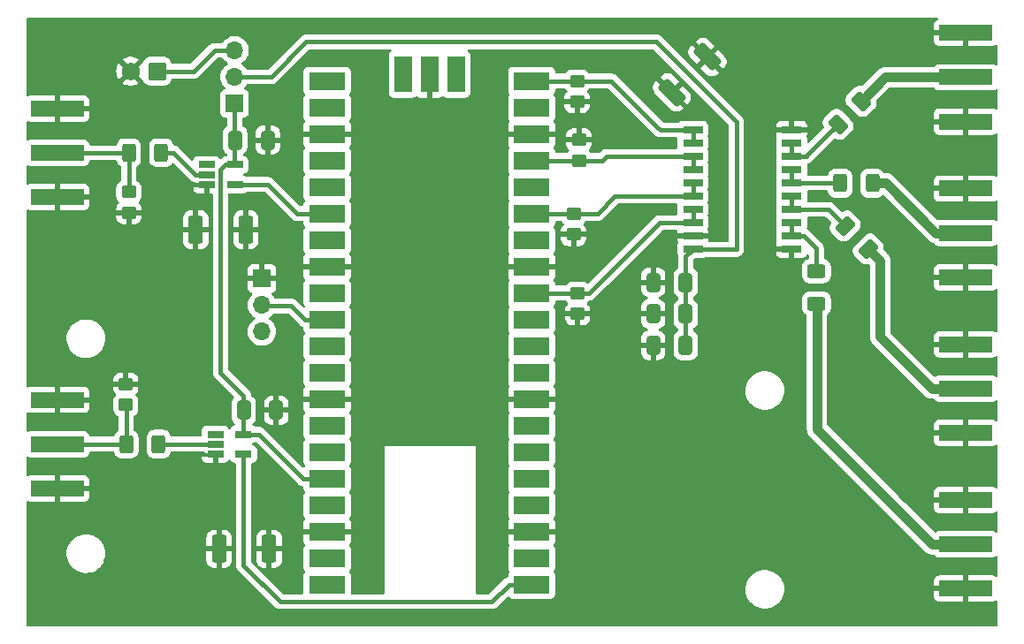
<source format=gbr>
%TF.GenerationSoftware,KiCad,Pcbnew,7.0.5*%
%TF.CreationDate,2024-04-11T16:23:39-04:00*%
%TF.ProjectId,PrawnBlaster_Connectorized_smaller,50726177-6e42-46c6-9173-7465725f436f,rev?*%
%TF.SameCoordinates,Original*%
%TF.FileFunction,Copper,L1,Top*%
%TF.FilePolarity,Positive*%
%FSLAX46Y46*%
G04 Gerber Fmt 4.6, Leading zero omitted, Abs format (unit mm)*
G04 Created by KiCad (PCBNEW 7.0.5) date 2024-04-11 16:23:39*
%MOMM*%
%LPD*%
G01*
G04 APERTURE LIST*
G04 Aperture macros list*
%AMRoundRect*
0 Rectangle with rounded corners*
0 $1 Rounding radius*
0 $2 $3 $4 $5 $6 $7 $8 $9 X,Y pos of 4 corners*
0 Add a 4 corners polygon primitive as box body*
4,1,4,$2,$3,$4,$5,$6,$7,$8,$9,$2,$3,0*
0 Add four circle primitives for the rounded corners*
1,1,$1+$1,$2,$3*
1,1,$1+$1,$4,$5*
1,1,$1+$1,$6,$7*
1,1,$1+$1,$8,$9*
0 Add four rect primitives between the rounded corners*
20,1,$1+$1,$2,$3,$4,$5,0*
20,1,$1+$1,$4,$5,$6,$7,0*
20,1,$1+$1,$6,$7,$8,$9,0*
20,1,$1+$1,$8,$9,$2,$3,0*%
G04 Aperture macros list end*
%TA.AperFunction,SMDPad,CuDef*%
%ADD10R,5.080000X1.500000*%
%TD*%
%TA.AperFunction,SMDPad,CuDef*%
%ADD11RoundRect,0.250000X-0.450000X0.350000X-0.450000X-0.350000X0.450000X-0.350000X0.450000X0.350000X0*%
%TD*%
%TA.AperFunction,SMDPad,CuDef*%
%ADD12RoundRect,0.249999X-0.450001X-1.075001X0.450001X-1.075001X0.450001X1.075001X-0.450001X1.075001X0*%
%TD*%
%TA.AperFunction,SMDPad,CuDef*%
%ADD13RoundRect,0.250000X-0.412500X-0.650000X0.412500X-0.650000X0.412500X0.650000X-0.412500X0.650000X0*%
%TD*%
%TA.AperFunction,SMDPad,CuDef*%
%ADD14R,1.560000X0.650000*%
%TD*%
%TA.AperFunction,SMDPad,CuDef*%
%ADD15RoundRect,0.250000X-0.159099X0.724784X-0.724784X0.159099X0.159099X-0.724784X0.724784X-0.159099X0*%
%TD*%
%TA.AperFunction,SMDPad,CuDef*%
%ADD16RoundRect,0.250000X-0.400000X-0.625000X0.400000X-0.625000X0.400000X0.625000X-0.400000X0.625000X0*%
%TD*%
%TA.AperFunction,SMDPad,CuDef*%
%ADD17RoundRect,0.249999X0.441942X-1.078339X1.078339X-0.441942X-0.441942X1.078339X-1.078339X0.441942X0*%
%TD*%
%TA.AperFunction,SMDPad,CuDef*%
%ADD18RoundRect,0.250000X0.450000X-0.350000X0.450000X0.350000X-0.450000X0.350000X-0.450000X-0.350000X0*%
%TD*%
%TA.AperFunction,SMDPad,CuDef*%
%ADD19RoundRect,0.250000X0.400000X0.625000X-0.400000X0.625000X-0.400000X-0.625000X0.400000X-0.625000X0*%
%TD*%
%TA.AperFunction,ComponentPad*%
%ADD20R,1.700000X1.700000*%
%TD*%
%TA.AperFunction,ComponentPad*%
%ADD21O,1.700000X1.700000*%
%TD*%
%TA.AperFunction,SMDPad,CuDef*%
%ADD22RoundRect,0.250000X0.625000X-0.400000X0.625000X0.400000X-0.625000X0.400000X-0.625000X-0.400000X0*%
%TD*%
%TA.AperFunction,SMDPad,CuDef*%
%ADD23R,3.500000X1.700000*%
%TD*%
%TA.AperFunction,SMDPad,CuDef*%
%ADD24R,1.700000X3.500000*%
%TD*%
%TA.AperFunction,SMDPad,CuDef*%
%ADD25RoundRect,0.250000X0.724784X0.159099X0.159099X0.724784X-0.724784X-0.159099X-0.159099X-0.724784X0*%
%TD*%
%TA.AperFunction,ComponentPad*%
%ADD26RoundRect,0.250000X0.620000X0.620000X-0.620000X0.620000X-0.620000X-0.620000X0.620000X-0.620000X0*%
%TD*%
%TA.AperFunction,ComponentPad*%
%ADD27C,1.740000*%
%TD*%
%TA.AperFunction,SMDPad,CuDef*%
%ADD28R,1.950000X0.700000*%
%TD*%
%TA.AperFunction,Conductor*%
%ADD29C,0.400000*%
%TD*%
%TA.AperFunction,Conductor*%
%ADD30C,0.930000*%
%TD*%
G04 APERTURE END LIST*
D10*
%TO.P,J7,1,In*%
%TO.N,PC0*%
X176975200Y-107644400D03*
%TO.P,J7,2,Ext*%
%TO.N,GND*%
X176975200Y-103394400D03*
X176975200Y-111894400D03*
%TD*%
D11*
%TO.P,R9,1*%
%TO.N,GND*%
X96546800Y-92288800D03*
%TO.P,R9,2*%
%TO.N,Net-(J3-In)*%
X96546800Y-94288800D03*
%TD*%
D12*
%TO.P,R15,1*%
%TO.N,GND*%
X105476000Y-108089200D03*
%TO.P,R15,2*%
X110276000Y-108089200D03*
%TD*%
D13*
%TO.P,C4,1*%
%TO.N,GND*%
X147039200Y-82543400D03*
%TO.P,C4,2*%
%TO.N,Power Supply*%
X150164200Y-82543400D03*
%TD*%
%TO.P,C5,1*%
%TO.N,GND*%
X147039200Y-88583400D03*
%TO.P,C5,2*%
%TO.N,Power Supply*%
X150164200Y-88583400D03*
%TD*%
D14*
%TO.P,U4,1,NC*%
%TO.N,unconnected-(U4-NC-Pad1)*%
X105126800Y-97098800D03*
%TO.P,U4,2*%
%TO.N,Net-(R8-Pad2)*%
X105126800Y-98048800D03*
%TO.P,U4,3,GND*%
%TO.N,GND*%
X105126800Y-98998800D03*
%TO.P,U4,4*%
%TO.N,Net-(U3-GPIO0)*%
X107826800Y-98998800D03*
%TO.P,U4,5,VCC*%
%TO.N,3_3V_Pico*%
X107826800Y-97098800D03*
%TD*%
D15*
%TO.P,R11,1*%
%TO.N,PC3*%
X166938016Y-65200184D03*
%TO.P,R11,2*%
%TO.N,Net-(IC1-A6)*%
X164745984Y-67392216D03*
%TD*%
D10*
%TO.P,J3,1,In*%
%TO.N,Net-(J3-In)*%
X90020000Y-98046800D03*
%TO.P,J3,2,Ext*%
%TO.N,GND*%
X90020000Y-102296800D03*
X90020000Y-93796800D03*
%TD*%
D16*
%TO.P,R8,1*%
%TO.N,Net-(J3-In)*%
X96600550Y-98046800D03*
%TO.P,R8,2*%
%TO.N,Net-(R8-Pad2)*%
X99700550Y-98046800D03*
%TD*%
D17*
%TO.P,R1,1*%
%TO.N,GND*%
X148834144Y-64332456D03*
%TO.P,R1,2*%
X152228256Y-60938344D03*
%TD*%
D11*
%TO.P,R4,1*%
%TO.N,Net-(IC1-B6)*%
X139752000Y-63236200D03*
%TO.P,R4,2*%
%TO.N,GND*%
X139752000Y-65236200D03*
%TD*%
D13*
%TO.P,C2,1*%
%TO.N,GND*%
X147039200Y-85563400D03*
%TO.P,C2,2*%
%TO.N,Power Supply*%
X150164200Y-85563400D03*
%TD*%
D18*
%TO.P,R6,1*%
%TO.N,GND*%
X139422000Y-77956200D03*
%TO.P,R6,2*%
%TO.N,Net-(IC1-B2)*%
X139422000Y-75956200D03*
%TD*%
D10*
%TO.P,J6,1,In*%
%TO.N,PC2*%
X176975200Y-77804400D03*
%TO.P,J6,2,Ext*%
%TO.N,GND*%
X176975200Y-73554400D03*
X176975200Y-82054400D03*
%TD*%
D19*
%TO.P,R12,1*%
%TO.N,PC2*%
X168042000Y-73036200D03*
%TO.P,R12,2*%
%TO.N,Net-(IC1-A4)*%
X164942000Y-73036200D03*
%TD*%
D10*
%TO.P,J4,1,In*%
%TO.N,PC3*%
X176975200Y-62884400D03*
%TO.P,J4,2,Ext*%
%TO.N,GND*%
X176975200Y-58634400D03*
X176975200Y-67134400D03*
%TD*%
D13*
%TO.P,C3,1*%
%TO.N,3_3V_Pico*%
X107839700Y-94799400D03*
%TO.P,C3,2*%
%TO.N,GND*%
X110964700Y-94799400D03*
%TD*%
D20*
%TO.P,J1,1,Pin_1*%
%TO.N,3_3V_Pico*%
X106970200Y-65385400D03*
D21*
%TO.P,J1,2,Pin_2*%
%TO.N,Power Supply*%
X106970200Y-62845400D03*
%TO.P,J1,3,Pin_3*%
%TO.N,EXT. PWR*%
X106970200Y-60305400D03*
%TD*%
D10*
%TO.P,J2,1,In*%
%TO.N,Net-(J2-In)*%
X89999300Y-70122800D03*
%TO.P,J2,2,Ext*%
%TO.N,GND*%
X89999300Y-74372800D03*
X89999300Y-65872800D03*
%TD*%
D18*
%TO.P,R5,1*%
%TO.N,GND*%
X139802000Y-85566200D03*
%TO.P,R5,2*%
%TO.N,Net-(IC1-B0)*%
X139802000Y-83566200D03*
%TD*%
%TO.P,R7,1*%
%TO.N,Net-(IC1-B4)*%
X139932000Y-70866200D03*
%TO.P,R7,2*%
%TO.N,GND*%
X139932000Y-68866200D03*
%TD*%
D14*
%TO.P,U2,1,NC*%
%TO.N,unconnected-(U2-NC-Pad1)*%
X104306200Y-71260400D03*
%TO.P,U2,2*%
%TO.N,Net-(R2-Pad2)*%
X104306200Y-72210400D03*
%TO.P,U2,3,GND*%
%TO.N,GND*%
X104306200Y-73160400D03*
%TO.P,U2,4*%
%TO.N,Net-(U3-GPIO20)*%
X107006200Y-73160400D03*
%TO.P,U2,5,VCC*%
%TO.N,3_3V_Pico*%
X107006200Y-71260400D03*
%TD*%
D22*
%TO.P,R13,1*%
%TO.N,PC0*%
X162672000Y-84566200D03*
%TO.P,R13,2*%
%TO.N,Net-(IC1-A0)*%
X162672000Y-81466200D03*
%TD*%
D23*
%TO.P,U3,1,GPIO0*%
%TO.N,Net-(U3-GPIO0)*%
X135414600Y-111510800D03*
%TO.P,U3,2,GPIO1*%
%TO.N,unconnected-(U3-GPIO1-Pad2)*%
X135414600Y-108970800D03*
%TO.P,U3,3,GND*%
%TO.N,GND*%
X135414600Y-106430800D03*
%TO.P,U3,4,GPIO2*%
%TO.N,unconnected-(U3-GPIO2-Pad4)*%
X135414600Y-103890800D03*
%TO.P,U3,5,GPIO3*%
%TO.N,unconnected-(U3-GPIO3-Pad5)*%
X135414600Y-101350800D03*
%TO.P,U3,6,GPIO4*%
%TO.N,unconnected-(U3-GPIO4-Pad6)*%
X135414600Y-98810800D03*
%TO.P,U3,7,GPIO5*%
%TO.N,unconnected-(U3-GPIO5-Pad7)*%
X135414600Y-96270800D03*
%TO.P,U3,8,GND*%
%TO.N,GND*%
X135414600Y-93730800D03*
%TO.P,U3,9,GPIO6*%
%TO.N,unconnected-(U3-GPIO6-Pad9)*%
X135414600Y-91190800D03*
%TO.P,U3,10,GPIO7*%
%TO.N,unconnected-(U3-GPIO7-Pad10)*%
X135414600Y-88650800D03*
%TO.P,U3,11,GPIO8*%
%TO.N,unconnected-(U3-GPIO8-Pad11)*%
X135414600Y-86110800D03*
%TO.P,U3,12,GPIO9*%
%TO.N,Net-(IC1-B0)*%
X135414600Y-83570800D03*
%TO.P,U3,13,GND*%
%TO.N,GND*%
X135414600Y-81030800D03*
%TO.P,U3,14,GPIO10*%
%TO.N,unconnected-(U3-GPIO10-Pad14)*%
X135414600Y-78490800D03*
%TO.P,U3,15,GPIO11*%
%TO.N,Net-(IC1-B2)*%
X135414600Y-75950800D03*
%TO.P,U3,16,GPIO12*%
%TO.N,unconnected-(U3-GPIO12-Pad16)*%
X135414600Y-73410800D03*
%TO.P,U3,17,GPIO13*%
%TO.N,Net-(IC1-B4)*%
X135414600Y-70870800D03*
%TO.P,U3,18,GND*%
%TO.N,GND*%
X135414600Y-68330800D03*
%TO.P,U3,19,GPIO14*%
%TO.N,unconnected-(U3-GPIO14-Pad19)*%
X135414600Y-65790800D03*
%TO.P,U3,20,GPIO15*%
%TO.N,Net-(IC1-B6)*%
X135414600Y-63250800D03*
%TO.P,U3,21,GPIO16*%
%TO.N,unconnected-(U3-GPIO16-Pad21)*%
X115834600Y-63250800D03*
%TO.P,U3,22,GPIO17*%
%TO.N,unconnected-(U3-GPIO17-Pad22)*%
X115834600Y-65790800D03*
%TO.P,U3,23,GND*%
%TO.N,GND*%
X115834600Y-68330800D03*
%TO.P,U3,24,GPIO18*%
%TO.N,unconnected-(U3-GPIO18-Pad24)*%
X115834600Y-70870800D03*
%TO.P,U3,25,GPIO19*%
%TO.N,unconnected-(U3-GPIO19-Pad25)*%
X115834600Y-73410800D03*
%TO.P,U3,26,GPIO20*%
%TO.N,Net-(U3-GPIO20)*%
X115834600Y-75950800D03*
%TO.P,U3,27,GPIO21*%
%TO.N,unconnected-(U3-GPIO21-Pad27)*%
X115834600Y-78490800D03*
%TO.P,U3,28,GND*%
%TO.N,GND*%
X115834600Y-81030800D03*
%TO.P,U3,29,GPIO22*%
%TO.N,unconnected-(U3-GPIO22-Pad29)*%
X115834600Y-83570800D03*
%TO.P,U3,30,RUN*%
%TO.N,Net-(JP1-C)*%
X115834600Y-86110800D03*
%TO.P,U3,31,GPIO26_ADC0*%
%TO.N,unconnected-(U3-GPIO26_ADC0-Pad31)*%
X115834600Y-88650800D03*
%TO.P,U3,32,GPIO27_ADC1*%
%TO.N,unconnected-(U3-GPIO27_ADC1-Pad32)*%
X115834600Y-91190800D03*
%TO.P,U3,33,AGND*%
%TO.N,GND*%
X115834600Y-93730800D03*
%TO.P,U3,34,GPIO28_ADC2*%
%TO.N,unconnected-(U3-GPIO28_ADC2-Pad34)*%
X115834600Y-96270800D03*
%TO.P,U3,35,ADC_VREF*%
%TO.N,unconnected-(U3-ADC_VREF-Pad35)*%
X115834600Y-98810800D03*
%TO.P,U3,36,3V3*%
%TO.N,3_3V_Pico*%
X115834600Y-101350800D03*
%TO.P,U3,37,3V3_EN*%
%TO.N,unconnected-(U3-3V3_EN-Pad37)*%
X115834600Y-103890800D03*
%TO.P,U3,38,GND*%
%TO.N,GND*%
X115834600Y-106430800D03*
%TO.P,U3,39,VSYS*%
%TO.N,unconnected-(U3-VSYS-Pad39)*%
X115834600Y-108970800D03*
%TO.P,U3,40,VBUS*%
%TO.N,unconnected-(U3-VBUS-Pad40)*%
X115834600Y-111510800D03*
D24*
%TO.P,U3,41,SWCLK*%
%TO.N,unconnected-(U3-SWCLK-Pad41)*%
X128164600Y-62580800D03*
%TO.P,U3,42,GND*%
%TO.N,GND*%
X125624600Y-62580800D03*
%TO.P,U3,43,SWDIO*%
%TO.N,unconnected-(U3-SWDIO-Pad43)*%
X123084600Y-62580800D03*
%TD*%
D25*
%TO.P,R10,1*%
%TO.N,PC1*%
X167638016Y-79342216D03*
%TO.P,R10,2*%
%TO.N,Net-(IC1-A2)*%
X165445984Y-77150184D03*
%TD*%
D26*
%TO.P,J8,1,Pin_1*%
%TO.N,EXT. PWR*%
X99548200Y-62309400D03*
D27*
%TO.P,J8,2,Pin_2*%
%TO.N,GND*%
X97008200Y-62309400D03*
%TD*%
D10*
%TO.P,J5,1,In*%
%TO.N,PC1*%
X176975200Y-92724400D03*
%TO.P,J5,2,Ext*%
%TO.N,GND*%
X176975200Y-88474400D03*
X176975200Y-96974400D03*
%TD*%
D16*
%TO.P,R2,1*%
%TO.N,Net-(J2-In)*%
X96836800Y-70122800D03*
%TO.P,R2,2*%
%TO.N,Net-(R2-Pad2)*%
X99936800Y-70122800D03*
%TD*%
D18*
%TO.P,R3,1*%
%TO.N,GND*%
X96846800Y-75888800D03*
%TO.P,R3,2*%
%TO.N,Net-(J2-In)*%
X96846800Y-73888800D03*
%TD*%
D13*
%TO.P,C1,1*%
%TO.N,3_3V_Pico*%
X107010700Y-68900400D03*
%TO.P,C1,2*%
%TO.N,GND*%
X110135700Y-68900400D03*
%TD*%
D12*
%TO.P,R14,1*%
%TO.N,GND*%
X103252200Y-77495400D03*
%TO.P,R14,2*%
X108052200Y-77495400D03*
%TD*%
D28*
%TO.P,IC1,1,DIR*%
%TO.N,GND*%
X160297000Y-79351200D03*
%TO.P,IC1,2,A0*%
%TO.N,Net-(IC1-A0)*%
X160297000Y-78081200D03*
%TO.P,IC1,3,A1*%
X160297000Y-76811200D03*
%TO.P,IC1,4,A2*%
%TO.N,Net-(IC1-A2)*%
X160297000Y-75541200D03*
%TO.P,IC1,5,A3*%
X160297000Y-74271200D03*
%TO.P,IC1,6,A4*%
%TO.N,Net-(IC1-A4)*%
X160297000Y-73001200D03*
%TO.P,IC1,7,A5*%
X160297000Y-71731200D03*
%TO.P,IC1,8,A6*%
%TO.N,Net-(IC1-A6)*%
X160297000Y-70461200D03*
%TO.P,IC1,9,A7*%
X160297000Y-69191200D03*
%TO.P,IC1,10,GND*%
%TO.N,GND*%
X160297000Y-67921200D03*
%TO.P,IC1,11,B7*%
%TO.N,Net-(IC1-B6)*%
X150847000Y-67921200D03*
%TO.P,IC1,12,B6*%
X150847000Y-69191200D03*
%TO.P,IC1,13,B5*%
%TO.N,Net-(IC1-B4)*%
X150847000Y-70461200D03*
%TO.P,IC1,14,B4*%
X150847000Y-71731200D03*
%TO.P,IC1,15,B3*%
%TO.N,Net-(IC1-B2)*%
X150847000Y-73001200D03*
%TO.P,IC1,16,B2*%
X150847000Y-74271200D03*
%TO.P,IC1,17,B1*%
%TO.N,Net-(IC1-B0)*%
X150847000Y-75541200D03*
%TO.P,IC1,18,B0*%
X150847000Y-76811200D03*
%TO.P,IC1,19,~{OE}*%
%TO.N,GND*%
X150847000Y-78081200D03*
%TO.P,IC1,20,VCC*%
%TO.N,Power Supply*%
X150847000Y-79351200D03*
%TD*%
D20*
%TO.P,JP1,1,A*%
%TO.N,GND*%
X109591200Y-82183400D03*
D21*
%TO.P,JP1,2,C*%
%TO.N,Net-(JP1-C)*%
X109591200Y-84723400D03*
%TO.P,JP1,3,B*%
%TO.N,unconnected-(JP1-B-Pad3)*%
X109591200Y-87263400D03*
%TD*%
D29*
%TO.N,Power Supply*%
X150164200Y-80034000D02*
X150164200Y-88583400D01*
X150847000Y-79351200D02*
X150164200Y-80034000D01*
%TO.N,3_3V_Pico*%
X106984800Y-71239000D02*
X106984800Y-69142400D01*
X106102200Y-71260400D02*
X107006200Y-71260400D01*
X105626200Y-91174400D02*
X105626200Y-71736400D01*
X106984800Y-65400000D02*
X106970200Y-65385400D01*
X106984800Y-68383400D02*
X106992000Y-68376200D01*
X105626200Y-71736400D02*
X106102200Y-71260400D01*
X109282200Y-97098800D02*
X107826800Y-97098800D01*
X116734600Y-101350800D02*
X113534200Y-101350800D01*
X106984800Y-67535400D02*
X106984800Y-65400000D01*
X106984800Y-69142400D02*
X106984800Y-68383400D01*
X107826800Y-97098800D02*
X107826800Y-93375000D01*
X113534200Y-101350800D02*
X109282200Y-97098800D01*
X106984800Y-71239000D02*
X106984800Y-67535400D01*
X107826800Y-93375000D02*
X105626200Y-91174400D01*
X107006200Y-71260400D02*
X106984800Y-71239000D01*
%TO.N,Net-(IC1-B0)*%
X134519200Y-83566200D02*
X139802000Y-83566200D01*
X150847000Y-76811200D02*
X147677000Y-76811200D01*
X139802000Y-83566200D02*
X140922000Y-83566200D01*
X150847000Y-76811200D02*
X150847000Y-75541200D01*
X134514600Y-83570800D02*
X134519200Y-83566200D01*
X147677000Y-76811200D02*
X147282000Y-77206200D01*
X134514600Y-83570800D02*
X134521600Y-83563800D01*
X147282000Y-77206200D02*
X140922000Y-83566200D01*
%TO.N,Net-(IC1-B2)*%
X150847000Y-74271200D02*
X143389400Y-74271200D01*
X134520000Y-75956200D02*
X139422000Y-75956200D01*
X150847000Y-74271200D02*
X150847000Y-73001200D01*
X143389400Y-74271200D02*
X141704400Y-75956200D01*
X141704400Y-75956200D02*
X139422000Y-75956200D01*
%TO.N,Net-(IC1-B4)*%
X134514600Y-70870800D02*
X139927400Y-70870800D01*
X139932000Y-70866200D02*
X142151400Y-70866200D01*
X150847000Y-71731200D02*
X150847000Y-70461200D01*
X142556400Y-70461200D02*
X150847000Y-70461200D01*
X142151400Y-70866200D02*
X142556400Y-70461200D01*
X139927400Y-70870800D02*
X139932000Y-70866200D01*
%TO.N,Net-(IC1-B6)*%
X139742000Y-63246200D02*
X139752000Y-63236200D01*
X150847000Y-67921200D02*
X147717000Y-67921200D01*
X139762000Y-63246200D02*
X143042000Y-63246200D01*
X134514600Y-63250800D02*
X134519200Y-63246200D01*
X150847000Y-69191200D02*
X150847000Y-67921200D01*
X147342000Y-67546200D02*
X143042000Y-63246200D01*
X147717000Y-67921200D02*
X147342000Y-67546200D01*
X134519200Y-63246200D02*
X139742000Y-63246200D01*
X139752000Y-63236200D02*
X139762000Y-63246200D01*
%TO.N,Net-(IC1-A6)*%
X160297000Y-70461200D02*
X161687000Y-70461200D01*
X161742000Y-70396200D02*
X163677000Y-68461200D01*
X163677000Y-68461200D02*
X164745984Y-67392216D01*
X160297000Y-69191200D02*
X160297000Y-70461200D01*
X161687000Y-70461200D02*
X161742000Y-70406200D01*
X161742000Y-70406200D02*
X161742000Y-70396200D01*
%TO.N,Net-(IC1-A4)*%
X163092000Y-73001200D02*
X164907000Y-73001200D01*
X164907000Y-73001200D02*
X164942000Y-73036200D01*
X160297000Y-71731200D02*
X160297000Y-73001200D01*
X160297000Y-73001200D02*
X163092000Y-73001200D01*
%TO.N,Net-(IC1-A2)*%
X160297000Y-74271200D02*
X160297000Y-75541200D01*
X163837000Y-75541200D02*
X165445984Y-77150184D01*
X160297000Y-75541200D02*
X163837000Y-75541200D01*
%TO.N,Net-(IC1-A0)*%
X161487000Y-78081200D02*
X162672000Y-79266200D01*
X162672000Y-81466200D02*
X162672000Y-79266200D01*
X160297000Y-76811200D02*
X160297000Y-78081200D01*
X160297000Y-78081200D02*
X161487000Y-78081200D01*
%TO.N,Net-(J2-In)*%
X96836800Y-70122800D02*
X96836800Y-73878800D01*
X96836800Y-70122800D02*
X89999300Y-70122800D01*
X96836800Y-73878800D02*
X96846800Y-73888800D01*
%TO.N,Net-(J3-In)*%
X96600550Y-98046800D02*
X90020000Y-98046800D01*
X96600550Y-98046800D02*
X96600550Y-94342550D01*
X96600550Y-94342550D02*
X96546800Y-94288800D01*
D30*
%TO.N,PC3*%
X166938016Y-65200184D02*
X169252000Y-62886200D01*
X169894400Y-62883800D02*
X176983900Y-62883800D01*
X169892000Y-62886200D02*
X169894400Y-62883800D01*
X169252000Y-62886200D02*
X169892000Y-62886200D01*
%TO.N,PC1*%
X168792000Y-80496200D02*
X167638016Y-79342216D01*
X168792000Y-87776200D02*
X168792000Y-80496200D01*
X176983900Y-92723800D02*
X173739600Y-92723800D01*
X173739600Y-92723800D02*
X168792000Y-87776200D01*
%TO.N,PC2*%
X174099600Y-77803800D02*
X169332000Y-73036200D01*
X169332000Y-73036200D02*
X168042000Y-73036200D01*
X176983900Y-77803800D02*
X174099600Y-77803800D01*
%TO.N,PC0*%
X162731000Y-96606200D02*
X173769200Y-107644400D01*
X162731000Y-84625200D02*
X162731000Y-96606200D01*
X173769200Y-107644400D02*
X176975200Y-107644400D01*
X162672000Y-84566200D02*
X162731000Y-84625200D01*
D29*
%TO.N,Net-(R2-Pad2)*%
X99950800Y-70108800D02*
X99936800Y-70122800D01*
X103207200Y-72210400D02*
X101105600Y-70108800D01*
X104306200Y-72210400D02*
X103207200Y-72210400D01*
X101105600Y-70108800D02*
X99950800Y-70108800D01*
%TO.N,Net-(R8-Pad2)*%
X99702550Y-98048800D02*
X99700550Y-98046800D01*
X105126800Y-98048800D02*
X99702550Y-98048800D01*
%TO.N,Net-(U3-GPIO20)*%
X107006200Y-73160400D02*
X110146200Y-73160400D01*
X112936600Y-75950800D02*
X116734600Y-75950800D01*
X110146200Y-73160400D02*
X112936600Y-75950800D01*
%TO.N,Net-(U3-GPIO0)*%
X131614400Y-113133800D02*
X111321800Y-113133800D01*
X107826800Y-109638800D02*
X107826800Y-98998800D01*
X111321800Y-113133800D02*
X107826800Y-109638800D01*
X133237400Y-111510800D02*
X131614400Y-113133800D01*
X134514600Y-111510800D02*
X133237400Y-111510800D01*
%TO.N,Net-(JP1-C)*%
X116734600Y-86110800D02*
X113686600Y-86110800D01*
X109671600Y-84803800D02*
X109591200Y-84723400D01*
X113686600Y-86110800D02*
X112379600Y-84803800D01*
X112379600Y-84803800D02*
X109671600Y-84803800D01*
%TO.N,Power Supply*%
X113826200Y-59492400D02*
X147362200Y-59492400D01*
X110473200Y-62845400D02*
X113826200Y-59492400D01*
X155007200Y-67137400D02*
X155007200Y-79386200D01*
X106970200Y-62845400D02*
X110473200Y-62845400D01*
X147362200Y-59492400D02*
X155007200Y-67137400D01*
X150847000Y-79351200D02*
X150884600Y-79388800D01*
X150884600Y-79388800D02*
X155004600Y-79388800D01*
%TO.N,EXT. PWR*%
X103036200Y-62309400D02*
X105040200Y-60305400D01*
X99548200Y-62309400D02*
X103036200Y-62309400D01*
X105040200Y-60305400D02*
X106970200Y-60305400D01*
%TD*%
%TA.AperFunction,Conductor*%
%TO.N,GND*%
G36*
X174281959Y-57184302D02*
G01*
X174328452Y-57237958D01*
X174338556Y-57308232D01*
X174309062Y-57372812D01*
X174257871Y-57408356D01*
X174189233Y-57433956D01*
X174072295Y-57521495D01*
X173984755Y-57638434D01*
X173984755Y-57638435D01*
X173933705Y-57775306D01*
X173927200Y-57835802D01*
X173927200Y-58380400D01*
X177103200Y-58380400D01*
X177171321Y-58400402D01*
X177217814Y-58454058D01*
X177229200Y-58506400D01*
X177229200Y-59892400D01*
X179563785Y-59892400D01*
X179563797Y-59892399D01*
X179624293Y-59885894D01*
X179761163Y-59834845D01*
X179839990Y-59775835D01*
X179906510Y-59751024D01*
X179975885Y-59766115D01*
X180026087Y-59816317D01*
X180041500Y-59876703D01*
X180041500Y-61641472D01*
X180021498Y-61709593D01*
X179967842Y-61756086D01*
X179897568Y-61766190D01*
X179839991Y-61742340D01*
X179761407Y-61683512D01*
X179761402Y-61683510D01*
X179624404Y-61632411D01*
X179624396Y-61632409D01*
X179563849Y-61625900D01*
X179563838Y-61625900D01*
X174386562Y-61625900D01*
X174386550Y-61625900D01*
X174326003Y-61632409D01*
X174325995Y-61632411D01*
X174188997Y-61683510D01*
X174188992Y-61683512D01*
X174071938Y-61771138D01*
X174005561Y-61859809D01*
X173948725Y-61902356D01*
X173904693Y-61910300D01*
X169907526Y-61910300D01*
X169905931Y-61910280D01*
X169835444Y-61908493D01*
X169820098Y-61908105D01*
X169820097Y-61908105D01*
X169820096Y-61908105D01*
X169820090Y-61908106D01*
X169805484Y-61910724D01*
X169783257Y-61912700D01*
X169265143Y-61912700D01*
X169263548Y-61912680D01*
X169207629Y-61911263D01*
X169177698Y-61910505D01*
X169177697Y-61910505D01*
X169177693Y-61910505D01*
X169119038Y-61921017D01*
X169114297Y-61921682D01*
X169055026Y-61927709D01*
X169023295Y-61937664D01*
X169015546Y-61939566D01*
X168982813Y-61945434D01*
X168982805Y-61945436D01*
X168927471Y-61967539D01*
X168922962Y-61969144D01*
X168866111Y-61986982D01*
X168837037Y-62003119D01*
X168829831Y-62006541D01*
X168798948Y-62018879D01*
X168798947Y-62018879D01*
X168749190Y-62051671D01*
X168745096Y-62054151D01*
X168693006Y-62083064D01*
X168692999Y-62083070D01*
X168667774Y-62104723D01*
X168661404Y-62109526D01*
X168633632Y-62127831D01*
X168633625Y-62127836D01*
X168591499Y-62169963D01*
X168587988Y-62173217D01*
X168542777Y-62212030D01*
X168542772Y-62212035D01*
X168522422Y-62238326D01*
X168517146Y-62244316D01*
X167060378Y-63701083D01*
X166998066Y-63735109D01*
X166942226Y-63734592D01*
X166867573Y-63716899D01*
X166690261Y-63716899D01*
X166517728Y-63757790D01*
X166517724Y-63757791D01*
X166359282Y-63837364D01*
X166359274Y-63837370D01*
X166278318Y-63903317D01*
X166278315Y-63903319D01*
X165641152Y-64540484D01*
X165575200Y-64621444D01*
X165575200Y-64621445D01*
X165495622Y-64779896D01*
X165454731Y-64952429D01*
X165454731Y-65129741D01*
X165489078Y-65274663D01*
X165495623Y-65302277D01*
X165575196Y-65460719D01*
X165575198Y-65460722D01*
X165575200Y-65460725D01*
X165641150Y-65541685D01*
X166596515Y-66497048D01*
X166677475Y-66563000D01*
X166835926Y-66642578D01*
X167008459Y-66683469D01*
X167008461Y-66683469D01*
X167185769Y-66683469D01*
X167185771Y-66683469D01*
X167358304Y-66642578D01*
X167516755Y-66563000D01*
X167597715Y-66497050D01*
X168234880Y-65859883D01*
X168300832Y-65778923D01*
X168380410Y-65620472D01*
X168421301Y-65447939D01*
X168421301Y-65270627D01*
X168403607Y-65195970D01*
X168407361Y-65125074D01*
X168437112Y-65077823D01*
X169618334Y-63896602D01*
X169680644Y-63862579D01*
X169707427Y-63859700D01*
X169878874Y-63859700D01*
X169880469Y-63859720D01*
X169896349Y-63860122D01*
X169966302Y-63861895D01*
X169978549Y-63859700D01*
X169980916Y-63859276D01*
X170003143Y-63857300D01*
X173903794Y-63857300D01*
X173971915Y-63877302D01*
X174004662Y-63907790D01*
X174071940Y-63997662D01*
X174188992Y-64085287D01*
X174188994Y-64085288D01*
X174188996Y-64085289D01*
X174248075Y-64107324D01*
X174325995Y-64136388D01*
X174326003Y-64136390D01*
X174386550Y-64142899D01*
X174386555Y-64142899D01*
X174386562Y-64142900D01*
X174386568Y-64142900D01*
X179563832Y-64142900D01*
X179563838Y-64142900D01*
X179563845Y-64142899D01*
X179563849Y-64142899D01*
X179624396Y-64136390D01*
X179624399Y-64136389D01*
X179624401Y-64136389D01*
X179761404Y-64085289D01*
X179839992Y-64026457D01*
X179906510Y-64001648D01*
X179975884Y-64016739D01*
X180026087Y-64066941D01*
X180041500Y-64127327D01*
X180041500Y-65892096D01*
X180021498Y-65960217D01*
X179967842Y-66006710D01*
X179897568Y-66016814D01*
X179839991Y-65992964D01*
X179761165Y-65933955D01*
X179624293Y-65882905D01*
X179563797Y-65876400D01*
X177229200Y-65876400D01*
X177229200Y-68392400D01*
X179563785Y-68392400D01*
X179563797Y-68392399D01*
X179624293Y-68385894D01*
X179761163Y-68334845D01*
X179839990Y-68275835D01*
X179906510Y-68251024D01*
X179975885Y-68266115D01*
X180026087Y-68316317D01*
X180041500Y-68376703D01*
X180041500Y-72312096D01*
X180021498Y-72380217D01*
X179967842Y-72426710D01*
X179897568Y-72436814D01*
X179839991Y-72412964D01*
X179761165Y-72353955D01*
X179624293Y-72302905D01*
X179563797Y-72296400D01*
X177229200Y-72296400D01*
X177229200Y-74812400D01*
X179563785Y-74812400D01*
X179563797Y-74812399D01*
X179624293Y-74805894D01*
X179761163Y-74754845D01*
X179839990Y-74695835D01*
X179906510Y-74671024D01*
X179975885Y-74686115D01*
X180026087Y-74736317D01*
X180041500Y-74796703D01*
X180041500Y-76561472D01*
X180021498Y-76629593D01*
X179967842Y-76676086D01*
X179897568Y-76686190D01*
X179839991Y-76662340D01*
X179761407Y-76603512D01*
X179761402Y-76603510D01*
X179624404Y-76552411D01*
X179624396Y-76552409D01*
X179563849Y-76545900D01*
X179563838Y-76545900D01*
X174386562Y-76545900D01*
X174386550Y-76545900D01*
X174326004Y-76552409D01*
X174318333Y-76554223D01*
X174317880Y-76552308D01*
X174257449Y-76556629D01*
X174195141Y-76522604D01*
X172179539Y-74507002D01*
X171480937Y-73808400D01*
X173927200Y-73808400D01*
X173927200Y-74352997D01*
X173933705Y-74413493D01*
X173984755Y-74550364D01*
X173984755Y-74550365D01*
X174072295Y-74667304D01*
X174189234Y-74754844D01*
X174326106Y-74805894D01*
X174386602Y-74812399D01*
X174386615Y-74812400D01*
X176721200Y-74812400D01*
X176721200Y-73808400D01*
X173927200Y-73808400D01*
X171480937Y-73808400D01*
X170972937Y-73300400D01*
X173927200Y-73300400D01*
X176721200Y-73300400D01*
X176721200Y-72296400D01*
X174386602Y-72296400D01*
X174326106Y-72302905D01*
X174189235Y-72353955D01*
X174189234Y-72353955D01*
X174072295Y-72441495D01*
X173984755Y-72558434D01*
X173984755Y-72558435D01*
X173933705Y-72695306D01*
X173927200Y-72755802D01*
X173927200Y-73300400D01*
X170972937Y-73300400D01*
X170029621Y-72357084D01*
X170028547Y-72355983D01*
X170026619Y-72353955D01*
X169969381Y-72293740D01*
X169966824Y-72291960D01*
X169920470Y-72259696D01*
X169916647Y-72256813D01*
X169870476Y-72219165D01*
X169870471Y-72219162D01*
X169840999Y-72203766D01*
X169834174Y-72199632D01*
X169820911Y-72190401D01*
X169806878Y-72180634D01*
X169806873Y-72180632D01*
X169806867Y-72180628D01*
X169752133Y-72157141D01*
X169747809Y-72155087D01*
X169711277Y-72136006D01*
X169694982Y-72127494D01*
X169694979Y-72127493D01*
X169694978Y-72127492D01*
X169663004Y-72118343D01*
X169655484Y-72115666D01*
X169624938Y-72102557D01*
X169623409Y-72102242D01*
X169566538Y-72090554D01*
X169561914Y-72089419D01*
X169504628Y-72073028D01*
X169504632Y-72073028D01*
X169471477Y-72070503D01*
X169463576Y-72069395D01*
X169430995Y-72062700D01*
X169430992Y-72062700D01*
X169371397Y-72062700D01*
X169366616Y-72062518D01*
X169307212Y-72057994D01*
X169307206Y-72057994D01*
X169290584Y-72060111D01*
X169274221Y-72062195D01*
X169266264Y-72062700D01*
X169188548Y-72062700D01*
X169120427Y-72042698D01*
X169081308Y-72002847D01*
X169041033Y-71937553D01*
X169041030Y-71937548D01*
X169041027Y-71937545D01*
X169041024Y-71937541D01*
X168915658Y-71812175D01*
X168915652Y-71812170D01*
X168915652Y-71812169D01*
X168764738Y-71719085D01*
X168676511Y-71689850D01*
X168596427Y-71663313D01*
X168596420Y-71663312D01*
X168492553Y-71652700D01*
X167591455Y-71652700D01*
X167487574Y-71663312D01*
X167319261Y-71719085D01*
X167168347Y-71812170D01*
X167168341Y-71812175D01*
X167042975Y-71937541D01*
X167042970Y-71937547D01*
X166949885Y-72088462D01*
X166894113Y-72256772D01*
X166894112Y-72256779D01*
X166883500Y-72360646D01*
X166883500Y-73711744D01*
X166894112Y-73815625D01*
X166949885Y-73983938D01*
X167042970Y-74134852D01*
X167042975Y-74134858D01*
X167168341Y-74260224D01*
X167168346Y-74260228D01*
X167168348Y-74260230D01*
X167319262Y-74353315D01*
X167487574Y-74409087D01*
X167591455Y-74419700D01*
X168492544Y-74419699D01*
X168596426Y-74409087D01*
X168764738Y-74353315D01*
X168915652Y-74260230D01*
X168958379Y-74217502D01*
X169020688Y-74183479D01*
X169091504Y-74188543D01*
X169136568Y-74217504D01*
X173401957Y-78482893D01*
X173403017Y-78483979D01*
X173462219Y-78546260D01*
X173462222Y-78546262D01*
X173511124Y-78580299D01*
X173514939Y-78583175D01*
X173561128Y-78620837D01*
X173590604Y-78636234D01*
X173597425Y-78640367D01*
X173624722Y-78659366D01*
X173679498Y-78682871D01*
X173683780Y-78684905D01*
X173736618Y-78712506D01*
X173768599Y-78721656D01*
X173776105Y-78724329D01*
X173801846Y-78735375D01*
X173806669Y-78737445D01*
X173865026Y-78749437D01*
X173869667Y-78750575D01*
X173926970Y-78766972D01*
X173926973Y-78766972D01*
X173927116Y-78767013D01*
X173987106Y-78804982D01*
X173993323Y-78812643D01*
X174071938Y-78917661D01*
X174188992Y-79005287D01*
X174188994Y-79005288D01*
X174188996Y-79005289D01*
X174248075Y-79027324D01*
X174325995Y-79056388D01*
X174326003Y-79056390D01*
X174386550Y-79062899D01*
X174386555Y-79062899D01*
X174386562Y-79062900D01*
X174386568Y-79062900D01*
X179563832Y-79062900D01*
X179563838Y-79062900D01*
X179563845Y-79062899D01*
X179563849Y-79062899D01*
X179624396Y-79056390D01*
X179624399Y-79056389D01*
X179624401Y-79056389D01*
X179631158Y-79053869D01*
X179648697Y-79047327D01*
X179761404Y-79005289D01*
X179839992Y-78946457D01*
X179906510Y-78921648D01*
X179975884Y-78936739D01*
X180026087Y-78986941D01*
X180041500Y-79047327D01*
X180041500Y-80812096D01*
X180021498Y-80880217D01*
X179967842Y-80926710D01*
X179897568Y-80936814D01*
X179839991Y-80912964D01*
X179761165Y-80853955D01*
X179624293Y-80802905D01*
X179563797Y-80796400D01*
X177229200Y-80796400D01*
X177229200Y-83312400D01*
X179563785Y-83312400D01*
X179563797Y-83312399D01*
X179624293Y-83305894D01*
X179761163Y-83254845D01*
X179839990Y-83195835D01*
X179906510Y-83171024D01*
X179975885Y-83186115D01*
X180026087Y-83236317D01*
X180041500Y-83296703D01*
X180041500Y-87232096D01*
X180021498Y-87300217D01*
X179967842Y-87346710D01*
X179897568Y-87356814D01*
X179839991Y-87332964D01*
X179761165Y-87273955D01*
X179624293Y-87222905D01*
X179563797Y-87216400D01*
X177229200Y-87216400D01*
X177229200Y-89732400D01*
X179563785Y-89732400D01*
X179563797Y-89732399D01*
X179624293Y-89725894D01*
X179761163Y-89674845D01*
X179839990Y-89615835D01*
X179906510Y-89591024D01*
X179975885Y-89606115D01*
X180026087Y-89656317D01*
X180041500Y-89716703D01*
X180041500Y-91481472D01*
X180021498Y-91549593D01*
X179967842Y-91596086D01*
X179897568Y-91606190D01*
X179839991Y-91582340D01*
X179761407Y-91523512D01*
X179761402Y-91523510D01*
X179624404Y-91472411D01*
X179624396Y-91472409D01*
X179563849Y-91465900D01*
X179563838Y-91465900D01*
X174386562Y-91465900D01*
X174386550Y-91465900D01*
X174326003Y-91472409D01*
X174325995Y-91472411D01*
X174188997Y-91523510D01*
X174188993Y-91523512D01*
X174120300Y-91574935D01*
X174053780Y-91599745D01*
X173984406Y-91584653D01*
X173955697Y-91563161D01*
X171881180Y-89488644D01*
X171120937Y-88728400D01*
X173927200Y-88728400D01*
X173927200Y-89272997D01*
X173933705Y-89333493D01*
X173984755Y-89470364D01*
X173984755Y-89470365D01*
X174072295Y-89587304D01*
X174189234Y-89674844D01*
X174326106Y-89725894D01*
X174386602Y-89732399D01*
X174386615Y-89732400D01*
X176721200Y-89732400D01*
X176721200Y-88728400D01*
X173927200Y-88728400D01*
X171120937Y-88728400D01*
X170612937Y-88220400D01*
X173927200Y-88220400D01*
X176721200Y-88220400D01*
X176721200Y-87216400D01*
X174386602Y-87216400D01*
X174326106Y-87222905D01*
X174189235Y-87273955D01*
X174189234Y-87273955D01*
X174072295Y-87361495D01*
X173984755Y-87478434D01*
X173984755Y-87478435D01*
X173933705Y-87615306D01*
X173927200Y-87675802D01*
X173927200Y-88220400D01*
X170612937Y-88220400D01*
X169802405Y-87409868D01*
X169768379Y-87347556D01*
X169765500Y-87320773D01*
X169765500Y-82308400D01*
X173927200Y-82308400D01*
X173927200Y-82852997D01*
X173933705Y-82913493D01*
X173984755Y-83050364D01*
X173984755Y-83050365D01*
X174072295Y-83167304D01*
X174189234Y-83254844D01*
X174326106Y-83305894D01*
X174386602Y-83312399D01*
X174386615Y-83312400D01*
X176721200Y-83312400D01*
X176721200Y-82308400D01*
X173927200Y-82308400D01*
X169765500Y-82308400D01*
X169765500Y-81800400D01*
X173927200Y-81800400D01*
X176721200Y-81800400D01*
X176721200Y-80796400D01*
X174386602Y-80796400D01*
X174326106Y-80802905D01*
X174189235Y-80853955D01*
X174189234Y-80853955D01*
X174072295Y-80941495D01*
X173984755Y-81058434D01*
X173984755Y-81058435D01*
X173933705Y-81195306D01*
X173927200Y-81255802D01*
X173927200Y-81800400D01*
X169765500Y-81800400D01*
X169765500Y-80509342D01*
X169765520Y-80507747D01*
X169765884Y-80493372D01*
X169767695Y-80421898D01*
X169757183Y-80363247D01*
X169756518Y-80358504D01*
X169752951Y-80323430D01*
X169750490Y-80299225D01*
X169740533Y-80267494D01*
X169738630Y-80259737D01*
X169732766Y-80227013D01*
X169710663Y-80171680D01*
X169709056Y-80167167D01*
X169704186Y-80151644D01*
X169691219Y-80110315D01*
X169675076Y-80081230D01*
X169671658Y-80074033D01*
X169659321Y-80043149D01*
X169626528Y-79993392D01*
X169624050Y-79989302D01*
X169595135Y-79937206D01*
X169595132Y-79937202D01*
X169593099Y-79934834D01*
X169573469Y-79911967D01*
X169568681Y-79905618D01*
X169550369Y-79877832D01*
X169550366Y-79877829D01*
X169550365Y-79877827D01*
X169521837Y-79849300D01*
X169508224Y-79835687D01*
X169504982Y-79832189D01*
X169466166Y-79786974D01*
X169439868Y-79766618D01*
X169433886Y-79761349D01*
X169137115Y-79464578D01*
X169103090Y-79402267D01*
X169103608Y-79346426D01*
X169121300Y-79271777D01*
X169121301Y-79271773D01*
X169121301Y-79094462D01*
X169119264Y-79085868D01*
X169080410Y-78921928D01*
X169071825Y-78904834D01*
X169000835Y-78763482D01*
X169000833Y-78763480D01*
X169000832Y-78763477D01*
X168934882Y-78682517D01*
X168297715Y-78045352D01*
X168216755Y-77979400D01*
X168058304Y-77899822D01*
X167885771Y-77858931D01*
X167708459Y-77858931D01*
X167535926Y-77899822D01*
X167535922Y-77899823D01*
X167377480Y-77979396D01*
X167377472Y-77979402D01*
X167296516Y-78045349D01*
X167296513Y-78045351D01*
X166341152Y-79000714D01*
X166275200Y-79081674D01*
X166275200Y-79081675D01*
X166195622Y-79240126D01*
X166154731Y-79412659D01*
X166154731Y-79589971D01*
X166194492Y-79757735D01*
X166195623Y-79762507D01*
X166275196Y-79920949D01*
X166275198Y-79920952D01*
X166275200Y-79920955D01*
X166341150Y-80001915D01*
X166978317Y-80639080D01*
X167059277Y-80705032D01*
X167217728Y-80784610D01*
X167390261Y-80825501D01*
X167390263Y-80825501D01*
X167567573Y-80825501D01*
X167642224Y-80807808D01*
X167713122Y-80811560D01*
X167760376Y-80841313D01*
X167781593Y-80862529D01*
X167815620Y-80924841D01*
X167818500Y-80951627D01*
X167818500Y-87763073D01*
X167818480Y-87764668D01*
X167816305Y-87850505D01*
X167826817Y-87909160D01*
X167827482Y-87913901D01*
X167833510Y-87973175D01*
X167843465Y-88004904D01*
X167845367Y-88012655D01*
X167851232Y-88045381D01*
X167851235Y-88045392D01*
X167873335Y-88100717D01*
X167874942Y-88105229D01*
X167892781Y-88162086D01*
X167908919Y-88191162D01*
X167912343Y-88198371D01*
X167924679Y-88229253D01*
X167957472Y-88279011D01*
X167959953Y-88283106D01*
X167988862Y-88335190D01*
X167988870Y-88335201D01*
X168010524Y-88360426D01*
X168015329Y-88366798D01*
X168033632Y-88394568D01*
X168075767Y-88436703D01*
X168079010Y-88440202D01*
X168117834Y-88485426D01*
X168144130Y-88505780D01*
X168150113Y-88511049D01*
X173041976Y-93402913D01*
X173043036Y-93403999D01*
X173102219Y-93466260D01*
X173102222Y-93466262D01*
X173151121Y-93500297D01*
X173154945Y-93503180D01*
X173201124Y-93540834D01*
X173201128Y-93540837D01*
X173230604Y-93556234D01*
X173237425Y-93560367D01*
X173264722Y-93579366D01*
X173319498Y-93602871D01*
X173323790Y-93604911D01*
X173376618Y-93632506D01*
X173408593Y-93641654D01*
X173416099Y-93644326D01*
X173446667Y-93657444D01*
X173505054Y-93669443D01*
X173509677Y-93670577D01*
X173546688Y-93681167D01*
X173566962Y-93686969D01*
X173566966Y-93686970D01*
X173566970Y-93686971D01*
X173600125Y-93689495D01*
X173608012Y-93690601D01*
X173640605Y-93697300D01*
X173700203Y-93697300D01*
X173704983Y-93697481D01*
X173764388Y-93702006D01*
X173797378Y-93697804D01*
X173805336Y-93697300D01*
X173903794Y-93697300D01*
X173971915Y-93717302D01*
X174004662Y-93747790D01*
X174006758Y-93750590D01*
X174063704Y-93826661D01*
X174071940Y-93837662D01*
X174188992Y-93925287D01*
X174188994Y-93925288D01*
X174188996Y-93925289D01*
X174248075Y-93947324D01*
X174325995Y-93976388D01*
X174326003Y-93976390D01*
X174386550Y-93982899D01*
X174386555Y-93982899D01*
X174386562Y-93982900D01*
X174386568Y-93982900D01*
X179563832Y-93982900D01*
X179563838Y-93982900D01*
X179563845Y-93982899D01*
X179563849Y-93982899D01*
X179624396Y-93976390D01*
X179624399Y-93976389D01*
X179624401Y-93976389D01*
X179761404Y-93925289D01*
X179839992Y-93866457D01*
X179906510Y-93841648D01*
X179975884Y-93856739D01*
X180026087Y-93906941D01*
X180041500Y-93967327D01*
X180041500Y-95732096D01*
X180021498Y-95800217D01*
X179967842Y-95846710D01*
X179897568Y-95856814D01*
X179839991Y-95832964D01*
X179761165Y-95773955D01*
X179624293Y-95722905D01*
X179563797Y-95716400D01*
X177229200Y-95716400D01*
X177229200Y-98232400D01*
X179563785Y-98232400D01*
X179563797Y-98232399D01*
X179624293Y-98225894D01*
X179761163Y-98174845D01*
X179839990Y-98115835D01*
X179906510Y-98091024D01*
X179975885Y-98106115D01*
X180026087Y-98156317D01*
X180041500Y-98216703D01*
X180041500Y-102152096D01*
X180021498Y-102220217D01*
X179967842Y-102266710D01*
X179897568Y-102276814D01*
X179839991Y-102252964D01*
X179761165Y-102193955D01*
X179624293Y-102142905D01*
X179563797Y-102136400D01*
X177229200Y-102136400D01*
X177229200Y-104652400D01*
X179563785Y-104652400D01*
X179563797Y-104652399D01*
X179624293Y-104645894D01*
X179761163Y-104594845D01*
X179839990Y-104535835D01*
X179906510Y-104511024D01*
X179975885Y-104526115D01*
X180026087Y-104576317D01*
X180041500Y-104636703D01*
X180041500Y-106401472D01*
X180021498Y-106469593D01*
X179967842Y-106516086D01*
X179897568Y-106526190D01*
X179839991Y-106502340D01*
X179761407Y-106443512D01*
X179761402Y-106443510D01*
X179624404Y-106392411D01*
X179624396Y-106392409D01*
X179563849Y-106385900D01*
X179563838Y-106385900D01*
X174386562Y-106385900D01*
X174386550Y-106385900D01*
X174326003Y-106392409D01*
X174325995Y-106392411D01*
X174188997Y-106443510D01*
X174188989Y-106443514D01*
X174136884Y-106482519D01*
X174070364Y-106507329D01*
X174000990Y-106492237D01*
X173972282Y-106470745D01*
X171149937Y-103648400D01*
X173927200Y-103648400D01*
X173927200Y-104192997D01*
X173933705Y-104253493D01*
X173984755Y-104390364D01*
X173984755Y-104390365D01*
X174072295Y-104507304D01*
X174189234Y-104594844D01*
X174326106Y-104645894D01*
X174386602Y-104652399D01*
X174386615Y-104652400D01*
X176721200Y-104652400D01*
X176721200Y-103648400D01*
X173927200Y-103648400D01*
X171149937Y-103648400D01*
X170641937Y-103140400D01*
X173927200Y-103140400D01*
X176721200Y-103140400D01*
X176721200Y-102136400D01*
X174386602Y-102136400D01*
X174326106Y-102142905D01*
X174189235Y-102193955D01*
X174189234Y-102193955D01*
X174072295Y-102281495D01*
X173984755Y-102398434D01*
X173984755Y-102398435D01*
X173933705Y-102535306D01*
X173927200Y-102595802D01*
X173927200Y-103140400D01*
X170641937Y-103140400D01*
X164729937Y-97228400D01*
X173927200Y-97228400D01*
X173927200Y-97772997D01*
X173933705Y-97833493D01*
X173984755Y-97970364D01*
X173984755Y-97970365D01*
X174072295Y-98087304D01*
X174189234Y-98174844D01*
X174326106Y-98225894D01*
X174386602Y-98232399D01*
X174386615Y-98232400D01*
X176721200Y-98232400D01*
X176721200Y-97228400D01*
X173927200Y-97228400D01*
X164729937Y-97228400D01*
X164221937Y-96720400D01*
X173927200Y-96720400D01*
X176721200Y-96720400D01*
X176721200Y-95716400D01*
X174386602Y-95716400D01*
X174326106Y-95722905D01*
X174189235Y-95773955D01*
X174189234Y-95773955D01*
X174072295Y-95861495D01*
X173984755Y-95978434D01*
X173984755Y-95978435D01*
X173933705Y-96115306D01*
X173927200Y-96175802D01*
X173927200Y-96720400D01*
X164221937Y-96720400D01*
X163741405Y-96239868D01*
X163707379Y-96177556D01*
X163704500Y-96150773D01*
X163704500Y-85676355D01*
X163724502Y-85608234D01*
X163764354Y-85569114D01*
X163770652Y-85565230D01*
X163896030Y-85439852D01*
X163989115Y-85288938D01*
X164044887Y-85120626D01*
X164055500Y-85016745D01*
X164055499Y-84115656D01*
X164055006Y-84110834D01*
X164044887Y-84011774D01*
X164044886Y-84011772D01*
X163989115Y-83843462D01*
X163896030Y-83692548D01*
X163896029Y-83692547D01*
X163896024Y-83692541D01*
X163770658Y-83567175D01*
X163770652Y-83567170D01*
X163728130Y-83540942D01*
X163619738Y-83474085D01*
X163535581Y-83446198D01*
X163451427Y-83418313D01*
X163451420Y-83418312D01*
X163347553Y-83407700D01*
X161996455Y-83407700D01*
X161892574Y-83418312D01*
X161724261Y-83474085D01*
X161573347Y-83567170D01*
X161573341Y-83567175D01*
X161447975Y-83692541D01*
X161447970Y-83692547D01*
X161354885Y-83843462D01*
X161299113Y-84011772D01*
X161299112Y-84011779D01*
X161288500Y-84115646D01*
X161288500Y-85016744D01*
X161299112Y-85120625D01*
X161354885Y-85288938D01*
X161447970Y-85439852D01*
X161447975Y-85439858D01*
X161573341Y-85565224D01*
X161573345Y-85565227D01*
X161573348Y-85565230D01*
X161697648Y-85641899D01*
X161745125Y-85694684D01*
X161757500Y-85749139D01*
X161757500Y-96593073D01*
X161757480Y-96594668D01*
X161755305Y-96680505D01*
X161765817Y-96739160D01*
X161766482Y-96743901D01*
X161772510Y-96803175D01*
X161782465Y-96834904D01*
X161784367Y-96842655D01*
X161790232Y-96875381D01*
X161790235Y-96875392D01*
X161812335Y-96930717D01*
X161813942Y-96935229D01*
X161831781Y-96992086D01*
X161847919Y-97021162D01*
X161851343Y-97028371D01*
X161863679Y-97059253D01*
X161896472Y-97109011D01*
X161898953Y-97113106D01*
X161927862Y-97165190D01*
X161927870Y-97165201D01*
X161949524Y-97190426D01*
X161954329Y-97196798D01*
X161965864Y-97214300D01*
X161972632Y-97224568D01*
X162014767Y-97266703D01*
X162018010Y-97270202D01*
X162056834Y-97315426D01*
X162083130Y-97335780D01*
X162089113Y-97341049D01*
X173071576Y-108323513D01*
X173072636Y-108324599D01*
X173131819Y-108386860D01*
X173131822Y-108386862D01*
X173180724Y-108420899D01*
X173184549Y-108423783D01*
X173230725Y-108461436D01*
X173260203Y-108476834D01*
X173267031Y-108480971D01*
X173294318Y-108499964D01*
X173294320Y-108499965D01*
X173294322Y-108499966D01*
X173349081Y-108523464D01*
X173353384Y-108525507D01*
X173406218Y-108553106D01*
X173438193Y-108562254D01*
X173445699Y-108564926D01*
X173476267Y-108578044D01*
X173534654Y-108590043D01*
X173539277Y-108591177D01*
X173576288Y-108601767D01*
X173596562Y-108607569D01*
X173596566Y-108607570D01*
X173596570Y-108607571D01*
X173629725Y-108610095D01*
X173637612Y-108611201D01*
X173670205Y-108617900D01*
X173729803Y-108617900D01*
X173734583Y-108618081D01*
X173793988Y-108622606D01*
X173826978Y-108618404D01*
X173834936Y-108617900D01*
X173904244Y-108617900D01*
X173972365Y-108637902D01*
X174005112Y-108668391D01*
X174071938Y-108757661D01*
X174188992Y-108845287D01*
X174188994Y-108845288D01*
X174188996Y-108845289D01*
X174248075Y-108867324D01*
X174325995Y-108896388D01*
X174326003Y-108896390D01*
X174386550Y-108902899D01*
X174386555Y-108902899D01*
X174386562Y-108902900D01*
X174386568Y-108902900D01*
X179563832Y-108902900D01*
X179563838Y-108902900D01*
X179563845Y-108902899D01*
X179563849Y-108902899D01*
X179624396Y-108896390D01*
X179624399Y-108896389D01*
X179624401Y-108896389D01*
X179761404Y-108845289D01*
X179839992Y-108786457D01*
X179906510Y-108761648D01*
X179975884Y-108776739D01*
X180026087Y-108826941D01*
X180041500Y-108887327D01*
X180041500Y-110652096D01*
X180021498Y-110720217D01*
X179967842Y-110766710D01*
X179897568Y-110776814D01*
X179839991Y-110752964D01*
X179761165Y-110693955D01*
X179624293Y-110642905D01*
X179563797Y-110636400D01*
X177229200Y-110636400D01*
X177229200Y-113152400D01*
X179563785Y-113152400D01*
X179563797Y-113152399D01*
X179624293Y-113145894D01*
X179761163Y-113094845D01*
X179839990Y-113035835D01*
X179906510Y-113011024D01*
X179975885Y-113026115D01*
X180026087Y-113076317D01*
X180041500Y-113136703D01*
X180041500Y-115406700D01*
X180021498Y-115474821D01*
X179967842Y-115521314D01*
X179915500Y-115532700D01*
X87168500Y-115532700D01*
X87100379Y-115512698D01*
X87053886Y-115459042D01*
X87042500Y-115406700D01*
X87042500Y-108608965D01*
X90887788Y-108608965D01*
X90917412Y-108878214D01*
X90985928Y-109140290D01*
X91091869Y-109389589D01*
X91091870Y-109389590D01*
X91232982Y-109620810D01*
X91406255Y-109829020D01*
X91406257Y-109829022D01*
X91406259Y-109829024D01*
X91494768Y-109908328D01*
X91607998Y-110009782D01*
X91833910Y-110159244D01*
X92079176Y-110274220D01*
X92338569Y-110352260D01*
X92338572Y-110352260D01*
X92338574Y-110352261D01*
X92606557Y-110391700D01*
X92606561Y-110391700D01*
X92809631Y-110391700D01*
X93012156Y-110376877D01*
X93012160Y-110376876D01*
X93012161Y-110376876D01*
X93122665Y-110352260D01*
X93276553Y-110317980D01*
X93529558Y-110221214D01*
X93765777Y-110088641D01*
X93980177Y-109923088D01*
X94168186Y-109728081D01*
X94325799Y-109507779D01*
X94390347Y-109382233D01*
X94449656Y-109266875D01*
X94449657Y-109266872D01*
X94537116Y-109010510D01*
X94537118Y-109010505D01*
X94578501Y-108786459D01*
X94586318Y-108744141D01*
X94586319Y-108744130D01*
X94589087Y-108668391D01*
X94596212Y-108473435D01*
X94581883Y-108343200D01*
X104268001Y-108343200D01*
X104268001Y-109214709D01*
X104278605Y-109318519D01*
X104334342Y-109486726D01*
X104427365Y-109637539D01*
X104427370Y-109637545D01*
X104552654Y-109762829D01*
X104552660Y-109762834D01*
X104703473Y-109855857D01*
X104871677Y-109911593D01*
X104871680Y-109911594D01*
X104975482Y-109922199D01*
X105222000Y-109922199D01*
X105222000Y-108343200D01*
X105730000Y-108343200D01*
X105730000Y-109922199D01*
X105976509Y-109922199D01*
X106080319Y-109911594D01*
X106248526Y-109855857D01*
X106399339Y-109762834D01*
X106399345Y-109762829D01*
X106524629Y-109637545D01*
X106524634Y-109637539D01*
X106617657Y-109486726D01*
X106673393Y-109318522D01*
X106673394Y-109318519D01*
X106683999Y-109214717D01*
X106684000Y-109214717D01*
X106684000Y-108343200D01*
X105730000Y-108343200D01*
X105222000Y-108343200D01*
X104268001Y-108343200D01*
X94581883Y-108343200D01*
X94579712Y-108323473D01*
X94566587Y-108204185D01*
X94498071Y-107942109D01*
X94452639Y-107835200D01*
X104268000Y-107835200D01*
X105222000Y-107835200D01*
X105222000Y-106256200D01*
X105730000Y-106256200D01*
X105730000Y-107835200D01*
X106683999Y-107835200D01*
X106683999Y-106963690D01*
X106673394Y-106859880D01*
X106617657Y-106691673D01*
X106524634Y-106540860D01*
X106524629Y-106540854D01*
X106399345Y-106415570D01*
X106399339Y-106415565D01*
X106248526Y-106322542D01*
X106080322Y-106266806D01*
X106080319Y-106266805D01*
X105976517Y-106256200D01*
X105730000Y-106256200D01*
X105222000Y-106256200D01*
X104975490Y-106256200D01*
X104871680Y-106266805D01*
X104703473Y-106322542D01*
X104552660Y-106415565D01*
X104552654Y-106415570D01*
X104427370Y-106540854D01*
X104427365Y-106540860D01*
X104334342Y-106691673D01*
X104278606Y-106859877D01*
X104278605Y-106859880D01*
X104268000Y-106963682D01*
X104268000Y-107835200D01*
X94452639Y-107835200D01*
X94392130Y-107692810D01*
X94378155Y-107669911D01*
X94251018Y-107461590D01*
X94077745Y-107253380D01*
X94077741Y-107253377D01*
X94077740Y-107253375D01*
X93876012Y-107072627D01*
X93876002Y-107072618D01*
X93650090Y-106923156D01*
X93404824Y-106808180D01*
X93247392Y-106760815D01*
X93145425Y-106730138D01*
X92877442Y-106690700D01*
X92877439Y-106690700D01*
X92674369Y-106690700D01*
X92471839Y-106705523D01*
X92471838Y-106705523D01*
X92207456Y-106764417D01*
X92207441Y-106764422D01*
X91954441Y-106861186D01*
X91718229Y-106993755D01*
X91718225Y-106993757D01*
X91503818Y-107159316D01*
X91315815Y-107354317D01*
X91315810Y-107354323D01*
X91158203Y-107574617D01*
X91158196Y-107574627D01*
X91034343Y-107815524D01*
X91034342Y-107815527D01*
X90946883Y-108071889D01*
X90946880Y-108071902D01*
X90897681Y-108338258D01*
X90897680Y-108338269D01*
X90887788Y-108608965D01*
X87042500Y-108608965D01*
X87042500Y-103605020D01*
X87062502Y-103536899D01*
X87116158Y-103490406D01*
X87186432Y-103480302D01*
X87228883Y-103494431D01*
X87234036Y-103497244D01*
X87370906Y-103548294D01*
X87431402Y-103554799D01*
X87431415Y-103554800D01*
X89766000Y-103554800D01*
X89766000Y-102550800D01*
X90274000Y-102550800D01*
X90274000Y-103554800D01*
X92608585Y-103554800D01*
X92608597Y-103554799D01*
X92669093Y-103548294D01*
X92805964Y-103497244D01*
X92805965Y-103497244D01*
X92922904Y-103409704D01*
X93010444Y-103292765D01*
X93010444Y-103292764D01*
X93061494Y-103155893D01*
X93067999Y-103095397D01*
X93068000Y-103095385D01*
X93068000Y-102550800D01*
X90274000Y-102550800D01*
X89766000Y-102550800D01*
X89766000Y-101038800D01*
X90274000Y-101038800D01*
X90274000Y-102042800D01*
X93068000Y-102042800D01*
X93068000Y-101498214D01*
X93067999Y-101498202D01*
X93061494Y-101437706D01*
X93010444Y-101300835D01*
X93010444Y-101300834D01*
X92922904Y-101183895D01*
X92805965Y-101096355D01*
X92669093Y-101045305D01*
X92608597Y-101038800D01*
X90274000Y-101038800D01*
X89766000Y-101038800D01*
X87431402Y-101038800D01*
X87370906Y-101045305D01*
X87234034Y-101096355D01*
X87228876Y-101099172D01*
X87159501Y-101114257D01*
X87092983Y-101089441D01*
X87050441Y-101032602D01*
X87042500Y-100988579D01*
X87042500Y-99355595D01*
X87062502Y-99287474D01*
X87116158Y-99240981D01*
X87186432Y-99230877D01*
X87228884Y-99245007D01*
X87233796Y-99247689D01*
X87370795Y-99298788D01*
X87370803Y-99298790D01*
X87431350Y-99305299D01*
X87431355Y-99305299D01*
X87431362Y-99305300D01*
X87431368Y-99305300D01*
X92608632Y-99305300D01*
X92608638Y-99305300D01*
X92608645Y-99305299D01*
X92608649Y-99305299D01*
X92669196Y-99298790D01*
X92669199Y-99298789D01*
X92669201Y-99298789D01*
X92806204Y-99247689D01*
X92923261Y-99160061D01*
X92934197Y-99145452D01*
X93010887Y-99043007D01*
X93010887Y-99043006D01*
X93010889Y-99043004D01*
X93061989Y-98906001D01*
X93062387Y-98902302D01*
X93066093Y-98867832D01*
X93093262Y-98802239D01*
X93151580Y-98761748D01*
X93191371Y-98755300D01*
X95338175Y-98755300D01*
X95406296Y-98775302D01*
X95452789Y-98828958D01*
X95457779Y-98841665D01*
X95508435Y-98994538D01*
X95538331Y-99043007D01*
X95601520Y-99145452D01*
X95601525Y-99145458D01*
X95726891Y-99270824D01*
X95726897Y-99270829D01*
X95726898Y-99270830D01*
X95877812Y-99363915D01*
X96046124Y-99419687D01*
X96150005Y-99430300D01*
X97051094Y-99430299D01*
X97154976Y-99419687D01*
X97323288Y-99363915D01*
X97474202Y-99270830D01*
X97599580Y-99145452D01*
X97692665Y-98994538D01*
X97748437Y-98826226D01*
X97759050Y-98722345D01*
X97759049Y-97371256D01*
X97758614Y-97367002D01*
X97748437Y-97267374D01*
X97736051Y-97229996D01*
X97692665Y-97099062D01*
X97599580Y-96948148D01*
X97599579Y-96948147D01*
X97599574Y-96948141D01*
X97474208Y-96822775D01*
X97474202Y-96822770D01*
X97474201Y-96822770D01*
X97368902Y-96757820D01*
X97321425Y-96705035D01*
X97309050Y-96650580D01*
X97309050Y-95407706D01*
X97329052Y-95339585D01*
X97368902Y-95300466D01*
X97470452Y-95237830D01*
X97595830Y-95112452D01*
X97688915Y-94961538D01*
X97744687Y-94793226D01*
X97755300Y-94689345D01*
X97755299Y-93888256D01*
X97750130Y-93837661D01*
X97744687Y-93784374D01*
X97715834Y-93697300D01*
X97688915Y-93616062D01*
X97595830Y-93465148D01*
X97508221Y-93377539D01*
X97474198Y-93315230D01*
X97479262Y-93244414D01*
X97508223Y-93199350D01*
X97595434Y-93112139D01*
X97688457Y-92961325D01*
X97744193Y-92793121D01*
X97744194Y-92793118D01*
X97754799Y-92689316D01*
X97754800Y-92689316D01*
X97754800Y-92542800D01*
X95338800Y-92542800D01*
X95338800Y-92689316D01*
X95349405Y-92793118D01*
X95349406Y-92793121D01*
X95405142Y-92961325D01*
X95498165Y-93112139D01*
X95498166Y-93112140D01*
X95585376Y-93199351D01*
X95619401Y-93261663D01*
X95614335Y-93332479D01*
X95585376Y-93377541D01*
X95497770Y-93465147D01*
X95404685Y-93616062D01*
X95348913Y-93784372D01*
X95348912Y-93784379D01*
X95338300Y-93888246D01*
X95338300Y-94689344D01*
X95348912Y-94793225D01*
X95404685Y-94961538D01*
X95497770Y-95112452D01*
X95497775Y-95112458D01*
X95623141Y-95237824D01*
X95623147Y-95237829D01*
X95623148Y-95237830D01*
X95774062Y-95330915D01*
X95805682Y-95341392D01*
X95864052Y-95381804D01*
X95891310Y-95447360D01*
X95892050Y-95460997D01*
X95892050Y-96650580D01*
X95872048Y-96718701D01*
X95832197Y-96757821D01*
X95726897Y-96822770D01*
X95726891Y-96822775D01*
X95601525Y-96948141D01*
X95601520Y-96948147D01*
X95508434Y-97099061D01*
X95508435Y-97099062D01*
X95457778Y-97251935D01*
X95417367Y-97310304D01*
X95351811Y-97337560D01*
X95338176Y-97338300D01*
X93191371Y-97338300D01*
X93123250Y-97318298D01*
X93076757Y-97264642D01*
X93066093Y-97225768D01*
X93061990Y-97187603D01*
X93061988Y-97187595D01*
X93010889Y-97050597D01*
X93010887Y-97050592D01*
X92923261Y-96933538D01*
X92806207Y-96845912D01*
X92806202Y-96845910D01*
X92669204Y-96794811D01*
X92669196Y-96794809D01*
X92608649Y-96788300D01*
X92608638Y-96788300D01*
X87431362Y-96788300D01*
X87431350Y-96788300D01*
X87370803Y-96794809D01*
X87370795Y-96794811D01*
X87233793Y-96845911D01*
X87228877Y-96848596D01*
X87159502Y-96863682D01*
X87092983Y-96838867D01*
X87050441Y-96782028D01*
X87042500Y-96738004D01*
X87042500Y-95105020D01*
X87062502Y-95036899D01*
X87116158Y-94990406D01*
X87186432Y-94980302D01*
X87228883Y-94994431D01*
X87234036Y-94997244D01*
X87370906Y-95048294D01*
X87431402Y-95054799D01*
X87431415Y-95054800D01*
X89766000Y-95054800D01*
X89766000Y-94050800D01*
X90274000Y-94050800D01*
X90274000Y-95054800D01*
X92608585Y-95054800D01*
X92608597Y-95054799D01*
X92669093Y-95048294D01*
X92805964Y-94997244D01*
X92805965Y-94997244D01*
X92922904Y-94909704D01*
X93010444Y-94792765D01*
X93010444Y-94792764D01*
X93061494Y-94655893D01*
X93067999Y-94595397D01*
X93068000Y-94595385D01*
X93068000Y-94050800D01*
X90274000Y-94050800D01*
X89766000Y-94050800D01*
X89766000Y-92538800D01*
X90274000Y-92538800D01*
X90274000Y-93542800D01*
X93068000Y-93542800D01*
X93068000Y-92998214D01*
X93067999Y-92998202D01*
X93061494Y-92937706D01*
X93010444Y-92800835D01*
X93010444Y-92800834D01*
X92922904Y-92683895D01*
X92805965Y-92596355D01*
X92669093Y-92545305D01*
X92608597Y-92538800D01*
X90274000Y-92538800D01*
X89766000Y-92538800D01*
X87431402Y-92538800D01*
X87370906Y-92545305D01*
X87234034Y-92596355D01*
X87228876Y-92599172D01*
X87159501Y-92614257D01*
X87092983Y-92589441D01*
X87050441Y-92532602D01*
X87042500Y-92488579D01*
X87042500Y-92034800D01*
X95338800Y-92034800D01*
X96292800Y-92034800D01*
X96292800Y-91180800D01*
X96800800Y-91180800D01*
X96800800Y-92034800D01*
X97754800Y-92034800D01*
X97754800Y-91888283D01*
X97744194Y-91784481D01*
X97744193Y-91784478D01*
X97688457Y-91616274D01*
X97595434Y-91465460D01*
X97595429Y-91465454D01*
X97470145Y-91340170D01*
X97470139Y-91340165D01*
X97319325Y-91247142D01*
X97151121Y-91191406D01*
X97151118Y-91191405D01*
X97047316Y-91180800D01*
X96800800Y-91180800D01*
X96292800Y-91180800D01*
X96046283Y-91180800D01*
X95942481Y-91191405D01*
X95942478Y-91191406D01*
X95774274Y-91247142D01*
X95623460Y-91340165D01*
X95623454Y-91340170D01*
X95498170Y-91465454D01*
X95498165Y-91465460D01*
X95405142Y-91616274D01*
X95349406Y-91784478D01*
X95349405Y-91784481D01*
X95338800Y-91888283D01*
X95338800Y-92034800D01*
X87042500Y-92034800D01*
X87042500Y-88008965D01*
X90887788Y-88008965D01*
X90917412Y-88278214D01*
X90985928Y-88540290D01*
X91091869Y-88789589D01*
X91091870Y-88789590D01*
X91232982Y-89020810D01*
X91406255Y-89229020D01*
X91406257Y-89229022D01*
X91406259Y-89229024D01*
X91467554Y-89283944D01*
X91607998Y-89409782D01*
X91833910Y-89559244D01*
X92079176Y-89674220D01*
X92338569Y-89752260D01*
X92338572Y-89752260D01*
X92338574Y-89752261D01*
X92606557Y-89791700D01*
X92606561Y-89791700D01*
X92809631Y-89791700D01*
X93012156Y-89776877D01*
X93012160Y-89776876D01*
X93012161Y-89776876D01*
X93122665Y-89752260D01*
X93276553Y-89717980D01*
X93529558Y-89621214D01*
X93765777Y-89488641D01*
X93980177Y-89323088D01*
X94168186Y-89128081D01*
X94325799Y-88907779D01*
X94361984Y-88837400D01*
X94449656Y-88666875D01*
X94449657Y-88666872D01*
X94511559Y-88485424D01*
X94537118Y-88410505D01*
X94576987Y-88194658D01*
X94586318Y-88144141D01*
X94586319Y-88144130D01*
X94587824Y-88102944D01*
X94596212Y-87873435D01*
X94577791Y-87706016D01*
X94566587Y-87604185D01*
X94503139Y-87361495D01*
X94498072Y-87342112D01*
X94482424Y-87305290D01*
X94392130Y-87092810D01*
X94371963Y-87059766D01*
X94251018Y-86861590D01*
X94077745Y-86653380D01*
X94077741Y-86653377D01*
X94077740Y-86653375D01*
X93876012Y-86472627D01*
X93876002Y-86472618D01*
X93650090Y-86323156D01*
X93404824Y-86208180D01*
X93247392Y-86160815D01*
X93145425Y-86130138D01*
X92877442Y-86090700D01*
X92877439Y-86090700D01*
X92674369Y-86090700D01*
X92471839Y-86105523D01*
X92471838Y-86105523D01*
X92207456Y-86164417D01*
X92207441Y-86164422D01*
X91954441Y-86261186D01*
X91718229Y-86393755D01*
X91718225Y-86393757D01*
X91503818Y-86559316D01*
X91315815Y-86754317D01*
X91315810Y-86754323D01*
X91158203Y-86974617D01*
X91158196Y-86974627D01*
X91034343Y-87215524D01*
X91034342Y-87215527D01*
X90946883Y-87471889D01*
X90946880Y-87471902D01*
X90897681Y-87738258D01*
X90897680Y-87738269D01*
X90887788Y-88008965D01*
X87042500Y-88008965D01*
X87042500Y-77749400D01*
X102044201Y-77749400D01*
X102044201Y-78620909D01*
X102054805Y-78724719D01*
X102110542Y-78892926D01*
X102203565Y-79043739D01*
X102203570Y-79043745D01*
X102328854Y-79169029D01*
X102328860Y-79169034D01*
X102479673Y-79262057D01*
X102647877Y-79317793D01*
X102647880Y-79317794D01*
X102751682Y-79328399D01*
X102998200Y-79328399D01*
X102998200Y-77749400D01*
X103506200Y-77749400D01*
X103506200Y-79328399D01*
X103752709Y-79328399D01*
X103856519Y-79317794D01*
X104024726Y-79262057D01*
X104175539Y-79169034D01*
X104175545Y-79169029D01*
X104300829Y-79043745D01*
X104300834Y-79043739D01*
X104393857Y-78892926D01*
X104449593Y-78724722D01*
X104449594Y-78724719D01*
X104460199Y-78620917D01*
X104460200Y-78620917D01*
X104460200Y-77749400D01*
X103506200Y-77749400D01*
X102998200Y-77749400D01*
X102044201Y-77749400D01*
X87042500Y-77749400D01*
X87042500Y-77241400D01*
X102044200Y-77241400D01*
X102998200Y-77241400D01*
X102998200Y-75662400D01*
X103506200Y-75662400D01*
X103506200Y-77241400D01*
X104460199Y-77241400D01*
X104460199Y-76369890D01*
X104449594Y-76266080D01*
X104393857Y-76097873D01*
X104300834Y-75947060D01*
X104300829Y-75947054D01*
X104175545Y-75821770D01*
X104175539Y-75821765D01*
X104024726Y-75728742D01*
X103856522Y-75673006D01*
X103856519Y-75673005D01*
X103752717Y-75662400D01*
X103506200Y-75662400D01*
X102998200Y-75662400D01*
X102751690Y-75662400D01*
X102647880Y-75673005D01*
X102479673Y-75728742D01*
X102328860Y-75821765D01*
X102328854Y-75821770D01*
X102203570Y-75947054D01*
X102203565Y-75947060D01*
X102110542Y-76097873D01*
X102054806Y-76266077D01*
X102054805Y-76266080D01*
X102044200Y-76369882D01*
X102044200Y-77241400D01*
X87042500Y-77241400D01*
X87042500Y-76142800D01*
X95638800Y-76142800D01*
X95638800Y-76289316D01*
X95649405Y-76393118D01*
X95649406Y-76393121D01*
X95705142Y-76561325D01*
X95798165Y-76712139D01*
X95798170Y-76712145D01*
X95923454Y-76837429D01*
X95923460Y-76837434D01*
X96074274Y-76930457D01*
X96242478Y-76986193D01*
X96242481Y-76986194D01*
X96346283Y-76996799D01*
X96346283Y-76996800D01*
X96592800Y-76996800D01*
X96592800Y-76142800D01*
X97100800Y-76142800D01*
X97100800Y-76996800D01*
X97347317Y-76996800D01*
X97347316Y-76996799D01*
X97451118Y-76986194D01*
X97451121Y-76986193D01*
X97619325Y-76930457D01*
X97770139Y-76837434D01*
X97770145Y-76837429D01*
X97895429Y-76712145D01*
X97895434Y-76712139D01*
X97988457Y-76561325D01*
X98044193Y-76393121D01*
X98044194Y-76393118D01*
X98054799Y-76289316D01*
X98054800Y-76289316D01*
X98054800Y-76142800D01*
X97100800Y-76142800D01*
X96592800Y-76142800D01*
X95638800Y-76142800D01*
X87042500Y-76142800D01*
X87042500Y-75691000D01*
X87062502Y-75622879D01*
X87116158Y-75576386D01*
X87186432Y-75566282D01*
X87212533Y-75572945D01*
X87350204Y-75624294D01*
X87350203Y-75624294D01*
X87410702Y-75630799D01*
X87410715Y-75630800D01*
X89745300Y-75630800D01*
X89745300Y-74626800D01*
X90253300Y-74626800D01*
X90253300Y-75630800D01*
X92587885Y-75630800D01*
X92587897Y-75630799D01*
X92648393Y-75624294D01*
X92785264Y-75573244D01*
X92785265Y-75573244D01*
X92902204Y-75485704D01*
X92989744Y-75368765D01*
X92989744Y-75368764D01*
X93040794Y-75231893D01*
X93047299Y-75171397D01*
X93047300Y-75171385D01*
X93047300Y-74626800D01*
X90253300Y-74626800D01*
X89745300Y-74626800D01*
X89745300Y-73114800D01*
X90253300Y-73114800D01*
X90253300Y-74118800D01*
X93047300Y-74118800D01*
X93047300Y-73574214D01*
X93047299Y-73574202D01*
X93040794Y-73513706D01*
X92989744Y-73376835D01*
X92989744Y-73376834D01*
X92902204Y-73259895D01*
X92785265Y-73172355D01*
X92648393Y-73121305D01*
X92587897Y-73114800D01*
X90253300Y-73114800D01*
X89745300Y-73114800D01*
X87410702Y-73114800D01*
X87350206Y-73121305D01*
X87212532Y-73172655D01*
X87141717Y-73177719D01*
X87079404Y-73143694D01*
X87045379Y-73081382D01*
X87042500Y-73054599D01*
X87042500Y-71441534D01*
X87062502Y-71373413D01*
X87116158Y-71326920D01*
X87186432Y-71316816D01*
X87212533Y-71323479D01*
X87350095Y-71374788D01*
X87350103Y-71374790D01*
X87410650Y-71381299D01*
X87410655Y-71381299D01*
X87410662Y-71381300D01*
X87410668Y-71381300D01*
X92587932Y-71381300D01*
X92587938Y-71381300D01*
X92587945Y-71381299D01*
X92587949Y-71381299D01*
X92648496Y-71374790D01*
X92648499Y-71374789D01*
X92648501Y-71374789D01*
X92785504Y-71323689D01*
X92794686Y-71316816D01*
X92902561Y-71236061D01*
X92990187Y-71119007D01*
X92990187Y-71119006D01*
X92990189Y-71119004D01*
X93041289Y-70982001D01*
X93041290Y-70981996D01*
X93045393Y-70943832D01*
X93072562Y-70878239D01*
X93130880Y-70837748D01*
X93170671Y-70831300D01*
X95574425Y-70831300D01*
X95642546Y-70851302D01*
X95689039Y-70904958D01*
X95694029Y-70917665D01*
X95744685Y-71070538D01*
X95800280Y-71160671D01*
X95837770Y-71221452D01*
X95837775Y-71221458D01*
X95963141Y-71346824D01*
X95963145Y-71346827D01*
X95963148Y-71346830D01*
X96068447Y-71411779D01*
X96115925Y-71464563D01*
X96128300Y-71519019D01*
X96128300Y-72742907D01*
X96108298Y-72811028D01*
X96068447Y-72850147D01*
X95923153Y-72939766D01*
X95923141Y-72939775D01*
X95797775Y-73065141D01*
X95797770Y-73065147D01*
X95704685Y-73216062D01*
X95648913Y-73384372D01*
X95648912Y-73384379D01*
X95638300Y-73488246D01*
X95638300Y-74289344D01*
X95648912Y-74393225D01*
X95704685Y-74561538D01*
X95797770Y-74712452D01*
X95797775Y-74712458D01*
X95885376Y-74800059D01*
X95919402Y-74862371D01*
X95914337Y-74933186D01*
X95885376Y-74978249D01*
X95798170Y-75065454D01*
X95798165Y-75065460D01*
X95705142Y-75216274D01*
X95649406Y-75384478D01*
X95649405Y-75384481D01*
X95638800Y-75488283D01*
X95638800Y-75634800D01*
X98054800Y-75634800D01*
X98054800Y-75488283D01*
X98044194Y-75384481D01*
X98044193Y-75384478D01*
X97988457Y-75216274D01*
X97895434Y-75065460D01*
X97895429Y-75065454D01*
X97808224Y-74978249D01*
X97774198Y-74915937D01*
X97779263Y-74845122D01*
X97808224Y-74800059D01*
X97895824Y-74712458D01*
X97895830Y-74712452D01*
X97988915Y-74561538D01*
X98044687Y-74393226D01*
X98055300Y-74289345D01*
X98055299Y-73488256D01*
X98052453Y-73460401D01*
X98047754Y-73414400D01*
X103018200Y-73414400D01*
X103018200Y-73533997D01*
X103024705Y-73594493D01*
X103075755Y-73731364D01*
X103075755Y-73731365D01*
X103163295Y-73848304D01*
X103280234Y-73935844D01*
X103417106Y-73986894D01*
X103477602Y-73993399D01*
X103477615Y-73993400D01*
X104052200Y-73993400D01*
X104052200Y-73414400D01*
X103018200Y-73414400D01*
X98047754Y-73414400D01*
X98044687Y-73384374D01*
X98016861Y-73300400D01*
X97988915Y-73216062D01*
X97895830Y-73065148D01*
X97895829Y-73065147D01*
X97895824Y-73065141D01*
X97770458Y-72939775D01*
X97770452Y-72939770D01*
X97748964Y-72926516D01*
X97619538Y-72846685D01*
X97619535Y-72846684D01*
X97619532Y-72846682D01*
X97618042Y-72845987D01*
X97617192Y-72845238D01*
X97613292Y-72842833D01*
X97613703Y-72842166D01*
X97564760Y-72799066D01*
X97545300Y-72731796D01*
X97545300Y-71519019D01*
X97565302Y-71450898D01*
X97605152Y-71411779D01*
X97710452Y-71346830D01*
X97835830Y-71221452D01*
X97928915Y-71070538D01*
X97984687Y-70902226D01*
X97995300Y-70798345D01*
X97995299Y-69447256D01*
X97992458Y-69419450D01*
X97984687Y-69343374D01*
X97966965Y-69289893D01*
X97928915Y-69175062D01*
X97835830Y-69024148D01*
X97835829Y-69024147D01*
X97835824Y-69024141D01*
X97710458Y-68898775D01*
X97710452Y-68898770D01*
X97665120Y-68870809D01*
X97559538Y-68805685D01*
X97428705Y-68762332D01*
X97391227Y-68749913D01*
X97391220Y-68749912D01*
X97287353Y-68739300D01*
X96386255Y-68739300D01*
X96282374Y-68749912D01*
X96114061Y-68805685D01*
X95963147Y-68898770D01*
X95963141Y-68898775D01*
X95837775Y-69024141D01*
X95837770Y-69024147D01*
X95774300Y-69127048D01*
X95744685Y-69175062D01*
X95694028Y-69327935D01*
X95653617Y-69386304D01*
X95588061Y-69413560D01*
X95574426Y-69414300D01*
X93170671Y-69414300D01*
X93102550Y-69394298D01*
X93056057Y-69340642D01*
X93045393Y-69301768D01*
X93041290Y-69263603D01*
X93041288Y-69263595D01*
X92995425Y-69140634D01*
X92990189Y-69126596D01*
X92990188Y-69126594D01*
X92990187Y-69126592D01*
X92902561Y-69009538D01*
X92785507Y-68921912D01*
X92785502Y-68921910D01*
X92648504Y-68870811D01*
X92648496Y-68870809D01*
X92587949Y-68864300D01*
X92587938Y-68864300D01*
X87410662Y-68864300D01*
X87410650Y-68864300D01*
X87350103Y-68870809D01*
X87350102Y-68870810D01*
X87350099Y-68870810D01*
X87350099Y-68870811D01*
X87213099Y-68921910D01*
X87212533Y-68922121D01*
X87141717Y-68927186D01*
X87079405Y-68893160D01*
X87045380Y-68830848D01*
X87042500Y-68804065D01*
X87042500Y-67191000D01*
X87062502Y-67122879D01*
X87116158Y-67076386D01*
X87186432Y-67066282D01*
X87212533Y-67072945D01*
X87350204Y-67124294D01*
X87350203Y-67124294D01*
X87410702Y-67130799D01*
X87410715Y-67130800D01*
X89745300Y-67130800D01*
X89745300Y-66126800D01*
X90253300Y-66126800D01*
X90253300Y-67130800D01*
X92587885Y-67130800D01*
X92587897Y-67130799D01*
X92648393Y-67124294D01*
X92785264Y-67073244D01*
X92785265Y-67073244D01*
X92902204Y-66985704D01*
X92989744Y-66868765D01*
X92989744Y-66868764D01*
X93040794Y-66731893D01*
X93047299Y-66671397D01*
X93047300Y-66671385D01*
X93047300Y-66126800D01*
X90253300Y-66126800D01*
X89745300Y-66126800D01*
X89745300Y-64614800D01*
X90253300Y-64614800D01*
X90253300Y-65618800D01*
X93047300Y-65618800D01*
X93047300Y-65074214D01*
X93047299Y-65074202D01*
X93040794Y-65013706D01*
X92989744Y-64876835D01*
X92989744Y-64876834D01*
X92902204Y-64759895D01*
X92785265Y-64672355D01*
X92648393Y-64621305D01*
X92587897Y-64614800D01*
X90253300Y-64614800D01*
X89745300Y-64614800D01*
X87410702Y-64614800D01*
X87350206Y-64621305D01*
X87212532Y-64672655D01*
X87141717Y-64677719D01*
X87079404Y-64643694D01*
X87045379Y-64581382D01*
X87042500Y-64554599D01*
X87042500Y-62309400D01*
X95625477Y-62309400D01*
X95644337Y-62536996D01*
X95700395Y-62758365D01*
X95700396Y-62758366D01*
X95792131Y-62967502D01*
X95870670Y-63087715D01*
X96485525Y-62472860D01*
X96489840Y-62493625D01*
X96558765Y-62626646D01*
X96661023Y-62736137D01*
X96789030Y-62813980D01*
X96846676Y-62830131D01*
X96228258Y-63448550D01*
X96228259Y-63448551D01*
X96251914Y-63466963D01*
X96251919Y-63466966D01*
X96452770Y-63575662D01*
X96668757Y-63649810D01*
X96668766Y-63649812D01*
X96894020Y-63687400D01*
X97122380Y-63687400D01*
X97347633Y-63649812D01*
X97347642Y-63649810D01*
X97563631Y-63575662D01*
X97563633Y-63575661D01*
X97764475Y-63466970D01*
X97764481Y-63466966D01*
X97788139Y-63448551D01*
X97172023Y-62832434D01*
X97294036Y-62779437D01*
X97410250Y-62684889D01*
X97496647Y-62562493D01*
X97529123Y-62471112D01*
X98178264Y-63120253D01*
X98208773Y-63169714D01*
X98236084Y-63252137D01*
X98236085Y-63252138D01*
X98329170Y-63403052D01*
X98329175Y-63403058D01*
X98454541Y-63528424D01*
X98454547Y-63528429D01*
X98454548Y-63528430D01*
X98605462Y-63621515D01*
X98773774Y-63677287D01*
X98877655Y-63687900D01*
X100218744Y-63687899D01*
X100322626Y-63677287D01*
X100490938Y-63621515D01*
X100641852Y-63528430D01*
X100767230Y-63403052D01*
X100860315Y-63252138D01*
X100909313Y-63104267D01*
X100949727Y-63045896D01*
X101015283Y-63018640D01*
X101028918Y-63017900D01*
X103012885Y-63017900D01*
X103016688Y-63018014D01*
X103079293Y-63021802D01*
X103141012Y-63010491D01*
X103144725Y-63009926D01*
X103207001Y-63002365D01*
X103216530Y-62998750D01*
X103238504Y-62992626D01*
X103248529Y-62990789D01*
X103305752Y-62965034D01*
X103309209Y-62963602D01*
X103367875Y-62941354D01*
X103376266Y-62935561D01*
X103396122Y-62924361D01*
X103405426Y-62920175D01*
X103454836Y-62881463D01*
X103457821Y-62879267D01*
X103509473Y-62843615D01*
X103551096Y-62796631D01*
X103553649Y-62793919D01*
X105296767Y-61050802D01*
X105359077Y-61016779D01*
X105385860Y-61013900D01*
X105742162Y-61013900D01*
X105810283Y-61033902D01*
X105847645Y-61070985D01*
X105894475Y-61142665D01*
X105894479Y-61142670D01*
X106046962Y-61308308D01*
X106101531Y-61350781D01*
X106224624Y-61446589D01*
X106257880Y-61464586D01*
X106308271Y-61514600D01*
X106323623Y-61583916D01*
X106299062Y-61650529D01*
X106257880Y-61686213D01*
X106224626Y-61704210D01*
X106224624Y-61704211D01*
X106046962Y-61842491D01*
X105894479Y-62008129D01*
X105894475Y-62008134D01*
X105771341Y-62196606D01*
X105680903Y-62402786D01*
X105680902Y-62402787D01*
X105625637Y-62621024D01*
X105625636Y-62621030D01*
X105625636Y-62621032D01*
X105607044Y-62845400D01*
X105621661Y-63021802D01*
X105625637Y-63069775D01*
X105680902Y-63288012D01*
X105680903Y-63288013D01*
X105680904Y-63288016D01*
X105731363Y-63403052D01*
X105771341Y-63494193D01*
X105894475Y-63682665D01*
X105894478Y-63682668D01*
X105911430Y-63701083D01*
X106037675Y-63838220D01*
X106069096Y-63901885D01*
X106061109Y-63972431D01*
X106016251Y-64027460D01*
X105989007Y-64041613D01*
X105873997Y-64084510D01*
X105873992Y-64084512D01*
X105756938Y-64172138D01*
X105669312Y-64289192D01*
X105669310Y-64289197D01*
X105618211Y-64426195D01*
X105618209Y-64426203D01*
X105611700Y-64486750D01*
X105611700Y-66284049D01*
X105618209Y-66344596D01*
X105618211Y-66344604D01*
X105669310Y-66481602D01*
X105669312Y-66481607D01*
X105756938Y-66598661D01*
X105873992Y-66686287D01*
X105873994Y-66686288D01*
X105873996Y-66686289D01*
X105933075Y-66708324D01*
X106010995Y-66737388D01*
X106011003Y-66737390D01*
X106071550Y-66743899D01*
X106071555Y-66743899D01*
X106071562Y-66743900D01*
X106150300Y-66743900D01*
X106218421Y-66763902D01*
X106264914Y-66817558D01*
X106276300Y-66869900D01*
X106276300Y-67487445D01*
X106256298Y-67555566D01*
X106216447Y-67594686D01*
X106124547Y-67651370D01*
X106124541Y-67651375D01*
X105999175Y-67776741D01*
X105999170Y-67776747D01*
X105906085Y-67927662D01*
X105850313Y-68095972D01*
X105850312Y-68095979D01*
X105839700Y-68199846D01*
X105839700Y-69600944D01*
X105850312Y-69704825D01*
X105906085Y-69873138D01*
X105999170Y-70024052D01*
X105999175Y-70024058D01*
X106124541Y-70149424D01*
X106124545Y-70149427D01*
X106124548Y-70149430D01*
X106202294Y-70197384D01*
X106249773Y-70250170D01*
X106261176Y-70320244D01*
X106232884Y-70385360D01*
X106173879Y-70424843D01*
X106149619Y-70429903D01*
X106117002Y-70433410D01*
X106116995Y-70433411D01*
X105979997Y-70484510D01*
X105979992Y-70484512D01*
X105862938Y-70572138D01*
X105862654Y-70572519D01*
X105862265Y-70572811D01*
X105856568Y-70578509D01*
X105855764Y-70577705D01*
X105806476Y-70614811D01*
X105770524Y-70628446D01*
X105762129Y-70634241D01*
X105742274Y-70645439D01*
X105732977Y-70649623D01*
X105732975Y-70649624D01*
X105692218Y-70681555D01*
X105626258Y-70707820D01*
X105556570Y-70694255D01*
X105513645Y-70657878D01*
X105449461Y-70572138D01*
X105332407Y-70484512D01*
X105332402Y-70484510D01*
X105195404Y-70433411D01*
X105195396Y-70433409D01*
X105134849Y-70426900D01*
X105134838Y-70426900D01*
X103477562Y-70426900D01*
X103477550Y-70426900D01*
X103417003Y-70433409D01*
X103416995Y-70433411D01*
X103279997Y-70484510D01*
X103279992Y-70484512D01*
X103162938Y-70572138D01*
X103075312Y-70689192D01*
X103075311Y-70689195D01*
X103038600Y-70787619D01*
X102996053Y-70844454D01*
X102929532Y-70869264D01*
X102860158Y-70854172D01*
X102831450Y-70832680D01*
X102240827Y-70242057D01*
X101623064Y-69624294D01*
X101620480Y-69621550D01*
X101578873Y-69574585D01*
X101578870Y-69574583D01*
X101578871Y-69574583D01*
X101527255Y-69538954D01*
X101524190Y-69536699D01*
X101501357Y-69518811D01*
X101474826Y-69498025D01*
X101474822Y-69498023D01*
X101465519Y-69493835D01*
X101445669Y-69482640D01*
X101437275Y-69476846D01*
X101414305Y-69468134D01*
X101378643Y-69454609D01*
X101375128Y-69453153D01*
X101317932Y-69427412D01*
X101317930Y-69427411D01*
X101317929Y-69427411D01*
X101307886Y-69425570D01*
X101285936Y-69419450D01*
X101276401Y-69415835D01*
X101276400Y-69415834D01*
X101276398Y-69415834D01*
X101276394Y-69415833D01*
X101228244Y-69409987D01*
X101214132Y-69408273D01*
X101210395Y-69407704D01*
X101188519Y-69403695D01*
X101172669Y-69400791D01*
X101109270Y-69368837D01*
X101075778Y-69316488D01*
X101066965Y-69289893D01*
X101028915Y-69175062D01*
X100935830Y-69024148D01*
X100935829Y-69024147D01*
X100935824Y-69024141D01*
X100810458Y-68898775D01*
X100810452Y-68898770D01*
X100765120Y-68870809D01*
X100659538Y-68805685D01*
X100528705Y-68762332D01*
X100491227Y-68749913D01*
X100491220Y-68749912D01*
X100387353Y-68739300D01*
X99486255Y-68739300D01*
X99382374Y-68749912D01*
X99214061Y-68805685D01*
X99063147Y-68898770D01*
X99063141Y-68898775D01*
X98937775Y-69024141D01*
X98937770Y-69024147D01*
X98844685Y-69175062D01*
X98788913Y-69343372D01*
X98788912Y-69343379D01*
X98778300Y-69447246D01*
X98778300Y-70798344D01*
X98788912Y-70902225D01*
X98844685Y-71070538D01*
X98937770Y-71221452D01*
X98937775Y-71221458D01*
X99063141Y-71346824D01*
X99063147Y-71346829D01*
X99063148Y-71346830D01*
X99214062Y-71439915D01*
X99382374Y-71495687D01*
X99486255Y-71506300D01*
X100387344Y-71506299D01*
X100491226Y-71495687D01*
X100659538Y-71439915D01*
X100810452Y-71346830D01*
X100935830Y-71221452D01*
X100959165Y-71183619D01*
X101011951Y-71136141D01*
X101082025Y-71124738D01*
X101147141Y-71153030D01*
X101155501Y-71160671D01*
X102689733Y-72694903D01*
X102692319Y-72697649D01*
X102733927Y-72744615D01*
X102785548Y-72780246D01*
X102788579Y-72782476D01*
X102837974Y-72821175D01*
X102847263Y-72825355D01*
X102867132Y-72836561D01*
X102875521Y-72842351D01*
X102875521Y-72842352D01*
X102875523Y-72842352D01*
X102875525Y-72842354D01*
X102920618Y-72859455D01*
X102934174Y-72864596D01*
X102937678Y-72866047D01*
X102989667Y-72889446D01*
X103014229Y-72906400D01*
X103057581Y-72906400D01*
X103065181Y-72906860D01*
X103071480Y-72907624D01*
X103098689Y-72910928D01*
X103102403Y-72911493D01*
X103164107Y-72922801D01*
X103164108Y-72922800D01*
X103171606Y-72924175D01*
X103171176Y-72926516D01*
X103226999Y-72946625D01*
X103228120Y-72947455D01*
X103279996Y-72986289D01*
X103339075Y-73008324D01*
X103416995Y-73037388D01*
X103417003Y-73037390D01*
X103477550Y-73043899D01*
X103477555Y-73043899D01*
X103477562Y-73043900D01*
X104434200Y-73043900D01*
X104502321Y-73063902D01*
X104548814Y-73117558D01*
X104560200Y-73169900D01*
X104560200Y-73993400D01*
X104791700Y-73993400D01*
X104859821Y-74013402D01*
X104906314Y-74067058D01*
X104917700Y-74119400D01*
X104917700Y-91151085D01*
X104917585Y-91154890D01*
X104913798Y-91217492D01*
X104925102Y-91279182D01*
X104925675Y-91282944D01*
X104933233Y-91345194D01*
X104933234Y-91345198D01*
X104936850Y-91354733D01*
X104942971Y-91376689D01*
X104944812Y-91386732D01*
X104970553Y-91443928D01*
X104972009Y-91447443D01*
X104979009Y-91465900D01*
X104994246Y-91506075D01*
X105000040Y-91514469D01*
X105011235Y-91534319D01*
X105015423Y-91543622D01*
X105015425Y-91543626D01*
X105030730Y-91563161D01*
X105054099Y-91592990D01*
X105056354Y-91596055D01*
X105091984Y-91647673D01*
X105091985Y-91647673D01*
X105138950Y-91689281D01*
X105141692Y-91691863D01*
X106887779Y-93437950D01*
X106921803Y-93500260D01*
X106916739Y-93571075D01*
X106887779Y-93616138D01*
X106828170Y-93675747D01*
X106735085Y-93826662D01*
X106679313Y-93994972D01*
X106679312Y-93994979D01*
X106668700Y-94098846D01*
X106668700Y-95499944D01*
X106679312Y-95603825D01*
X106735085Y-95772138D01*
X106828170Y-95923052D01*
X106828175Y-95923058D01*
X106953541Y-96048424D01*
X106953545Y-96048427D01*
X106953548Y-96048430D01*
X106953550Y-96048431D01*
X106953937Y-96048670D01*
X106954146Y-96048902D01*
X106959303Y-96052980D01*
X106958606Y-96053861D01*
X107001415Y-96101456D01*
X107012817Y-96171531D01*
X106984524Y-96236647D01*
X106931822Y-96273965D01*
X106800597Y-96322910D01*
X106800592Y-96322912D01*
X106683538Y-96410538D01*
X106595912Y-96527592D01*
X106595910Y-96527597D01*
X106594854Y-96530429D01*
X106593044Y-96532845D01*
X106591595Y-96535501D01*
X106591213Y-96535292D01*
X106552306Y-96587263D01*
X106485785Y-96612072D01*
X106416411Y-96596979D01*
X106366211Y-96546775D01*
X106358746Y-96530429D01*
X106358245Y-96529089D01*
X106357689Y-96527596D01*
X106357688Y-96527594D01*
X106357687Y-96527592D01*
X106270061Y-96410538D01*
X106153007Y-96322912D01*
X106153002Y-96322910D01*
X106016004Y-96271811D01*
X106015996Y-96271809D01*
X105955449Y-96265300D01*
X105955438Y-96265300D01*
X104298162Y-96265300D01*
X104298150Y-96265300D01*
X104237603Y-96271809D01*
X104237595Y-96271811D01*
X104100597Y-96322910D01*
X104100592Y-96322912D01*
X103983538Y-96410538D01*
X103895912Y-96527592D01*
X103895910Y-96527597D01*
X103844811Y-96664595D01*
X103844809Y-96664603D01*
X103838300Y-96725150D01*
X103838300Y-97214300D01*
X103818298Y-97282421D01*
X103764642Y-97328914D01*
X103712300Y-97340300D01*
X100963587Y-97340300D01*
X100895466Y-97320298D01*
X100848973Y-97266642D01*
X100843987Y-97253945D01*
X100792665Y-97099062D01*
X100699580Y-96948148D01*
X100699579Y-96948147D01*
X100699574Y-96948141D01*
X100574208Y-96822775D01*
X100574202Y-96822770D01*
X100423288Y-96729685D01*
X100274861Y-96680502D01*
X100254977Y-96673913D01*
X100254970Y-96673912D01*
X100151103Y-96663300D01*
X99250005Y-96663300D01*
X99146124Y-96673912D01*
X98977811Y-96729685D01*
X98826897Y-96822770D01*
X98826891Y-96822775D01*
X98701525Y-96948141D01*
X98701520Y-96948147D01*
X98608435Y-97099062D01*
X98552663Y-97267372D01*
X98552662Y-97267379D01*
X98542050Y-97371246D01*
X98542050Y-98722344D01*
X98552662Y-98826225D01*
X98608435Y-98994538D01*
X98701520Y-99145452D01*
X98701525Y-99145458D01*
X98826891Y-99270824D01*
X98826897Y-99270829D01*
X98826898Y-99270830D01*
X98977812Y-99363915D01*
X99146124Y-99419687D01*
X99250005Y-99430300D01*
X100151094Y-99430299D01*
X100254976Y-99419687D01*
X100423288Y-99363915D01*
X100574202Y-99270830D01*
X100592232Y-99252800D01*
X103838800Y-99252800D01*
X103838800Y-99372397D01*
X103845305Y-99432893D01*
X103896355Y-99569764D01*
X103896355Y-99569765D01*
X103983895Y-99686704D01*
X104100834Y-99774244D01*
X104237706Y-99825294D01*
X104298202Y-99831799D01*
X104298215Y-99831800D01*
X104872800Y-99831800D01*
X104872800Y-99252800D01*
X103838800Y-99252800D01*
X100592232Y-99252800D01*
X100699580Y-99145452D01*
X100792665Y-98994538D01*
X100842657Y-98843666D01*
X100883071Y-98785296D01*
X100948627Y-98758040D01*
X100962262Y-98757300D01*
X103968638Y-98757300D01*
X104036759Y-98777302D01*
X104044147Y-98782432D01*
X104100592Y-98824687D01*
X104100594Y-98824688D01*
X104100596Y-98824689D01*
X104112042Y-98828958D01*
X104237595Y-98875788D01*
X104237603Y-98875790D01*
X104298150Y-98882299D01*
X104298155Y-98882299D01*
X104298162Y-98882300D01*
X104298168Y-98882300D01*
X105254800Y-98882300D01*
X105322921Y-98902302D01*
X105369414Y-98955958D01*
X105380800Y-99008300D01*
X105380800Y-99831800D01*
X105955385Y-99831800D01*
X105955397Y-99831799D01*
X106015893Y-99825294D01*
X106152764Y-99774244D01*
X106152765Y-99774244D01*
X106269704Y-99686704D01*
X106357243Y-99569765D01*
X106358476Y-99566462D01*
X106360588Y-99563639D01*
X106361562Y-99561857D01*
X106361818Y-99561996D01*
X106401021Y-99509625D01*
X106467540Y-99484812D01*
X106536915Y-99499902D01*
X106587119Y-99550102D01*
X106594586Y-99566451D01*
X106595911Y-99570004D01*
X106595912Y-99570006D01*
X106595912Y-99570007D01*
X106683538Y-99687061D01*
X106800592Y-99774687D01*
X106800594Y-99774688D01*
X106800596Y-99774689D01*
X106859675Y-99796724D01*
X106937595Y-99825788D01*
X106937603Y-99825790D01*
X106998141Y-99832298D01*
X106998145Y-99832298D01*
X106998162Y-99832300D01*
X106998178Y-99832300D01*
X106999019Y-99832345D01*
X106999212Y-99832413D01*
X107001517Y-99832661D01*
X107001458Y-99833205D01*
X107065976Y-99855951D01*
X107109542Y-99912010D01*
X107118300Y-99958166D01*
X107118300Y-109615485D01*
X107118185Y-109619288D01*
X107114398Y-109681893D01*
X107122862Y-109728082D01*
X107125702Y-109743582D01*
X107126275Y-109747344D01*
X107133833Y-109809594D01*
X107133834Y-109809598D01*
X107137450Y-109819133D01*
X107143571Y-109841089D01*
X107145412Y-109851132D01*
X107171153Y-109908328D01*
X107172609Y-109911843D01*
X107176537Y-109922199D01*
X107194846Y-109970475D01*
X107200640Y-109978869D01*
X107211835Y-109998719D01*
X107216023Y-110008022D01*
X107216025Y-110008026D01*
X107217401Y-110009782D01*
X107254699Y-110057390D01*
X107256954Y-110060455D01*
X107292583Y-110112071D01*
X107292584Y-110112072D01*
X107292585Y-110112073D01*
X107339550Y-110153680D01*
X107342294Y-110156264D01*
X110804341Y-113618312D01*
X110806926Y-113621057D01*
X110848527Y-113668015D01*
X110900160Y-113703655D01*
X110903175Y-113705873D01*
X110952574Y-113744575D01*
X110961870Y-113748758D01*
X110981735Y-113759963D01*
X110990120Y-113765751D01*
X110990122Y-113765752D01*
X110990125Y-113765754D01*
X111022958Y-113778205D01*
X111048767Y-113787994D01*
X111052285Y-113789451D01*
X111109469Y-113815188D01*
X111119496Y-113817025D01*
X111141462Y-113823147D01*
X111150999Y-113826765D01*
X111213273Y-113834325D01*
X111217016Y-113834895D01*
X111278707Y-113846201D01*
X111341302Y-113842414D01*
X111345102Y-113842300D01*
X131591085Y-113842300D01*
X131594888Y-113842414D01*
X131657493Y-113846202D01*
X131719212Y-113834891D01*
X131722925Y-113834326D01*
X131785201Y-113826765D01*
X131794730Y-113823150D01*
X131816704Y-113817026D01*
X131826729Y-113815189D01*
X131883952Y-113789434D01*
X131887409Y-113788002D01*
X131946075Y-113765754D01*
X131954466Y-113759961D01*
X131974322Y-113748761D01*
X131983626Y-113744575D01*
X132033036Y-113705863D01*
X132036021Y-113703667D01*
X132087673Y-113668015D01*
X132129296Y-113621031D01*
X132131849Y-113618319D01*
X133080690Y-112669478D01*
X133143000Y-112635454D01*
X133213815Y-112640519D01*
X133270649Y-112683065D01*
X133278085Y-112692997D01*
X133301339Y-112724061D01*
X133418392Y-112811687D01*
X133418394Y-112811688D01*
X133418396Y-112811689D01*
X133477475Y-112833724D01*
X133555395Y-112862788D01*
X133555403Y-112862790D01*
X133615950Y-112869299D01*
X133615955Y-112869299D01*
X133615962Y-112869300D01*
X133615968Y-112869300D01*
X137213232Y-112869300D01*
X137213238Y-112869300D01*
X137213245Y-112869299D01*
X137213249Y-112869299D01*
X137273796Y-112862790D01*
X137273799Y-112862789D01*
X137273801Y-112862789D01*
X137410804Y-112811689D01*
X137425631Y-112800590D01*
X137527861Y-112724061D01*
X137615487Y-112607007D01*
X137615487Y-112607006D01*
X137615489Y-112607004D01*
X137666589Y-112470001D01*
X137671705Y-112422420D01*
X137673099Y-112409449D01*
X137673100Y-112409432D01*
X137673100Y-112019965D01*
X155887788Y-112019965D01*
X155917412Y-112289214D01*
X155985928Y-112551290D01*
X156091869Y-112800589D01*
X156129829Y-112862788D01*
X156232982Y-113031810D01*
X156406255Y-113240020D01*
X156607998Y-113420782D01*
X156833910Y-113570244D01*
X157079176Y-113685220D01*
X157338569Y-113763260D01*
X157338572Y-113763260D01*
X157338574Y-113763261D01*
X157606557Y-113802700D01*
X157606561Y-113802700D01*
X157809631Y-113802700D01*
X158012156Y-113787877D01*
X158012160Y-113787876D01*
X158012161Y-113787876D01*
X158137466Y-113759963D01*
X158276553Y-113728980D01*
X158529558Y-113632214D01*
X158765777Y-113499641D01*
X158980177Y-113334088D01*
X159168186Y-113139081D01*
X159325799Y-112918779D01*
X159351239Y-112869299D01*
X159449656Y-112677875D01*
X159449657Y-112677872D01*
X159537116Y-112421510D01*
X159537118Y-112421505D01*
X159586319Y-112155133D01*
X159586565Y-112148400D01*
X173927200Y-112148400D01*
X173927200Y-112692997D01*
X173933705Y-112753493D01*
X173984755Y-112890364D01*
X173984755Y-112890365D01*
X174072295Y-113007304D01*
X174189234Y-113094844D01*
X174326106Y-113145894D01*
X174386602Y-113152399D01*
X174386615Y-113152400D01*
X176721200Y-113152400D01*
X176721200Y-112148400D01*
X173927200Y-112148400D01*
X159586565Y-112148400D01*
X159596212Y-111884435D01*
X159569361Y-111640400D01*
X173927200Y-111640400D01*
X176721200Y-111640400D01*
X176721200Y-110636400D01*
X174386602Y-110636400D01*
X174326106Y-110642905D01*
X174189235Y-110693955D01*
X174189234Y-110693955D01*
X174072295Y-110781495D01*
X173984755Y-110898434D01*
X173984755Y-110898435D01*
X173933705Y-111035306D01*
X173927200Y-111095802D01*
X173927200Y-111640400D01*
X159569361Y-111640400D01*
X159566587Y-111615185D01*
X159498071Y-111353109D01*
X159392130Y-111103810D01*
X159350322Y-111035306D01*
X159251018Y-110872590D01*
X159077745Y-110664380D01*
X159077741Y-110664377D01*
X159077740Y-110664375D01*
X158876012Y-110483627D01*
X158876002Y-110483618D01*
X158650090Y-110334156D01*
X158404824Y-110219180D01*
X158205603Y-110159243D01*
X158145425Y-110141138D01*
X157877442Y-110101700D01*
X157877439Y-110101700D01*
X157674369Y-110101700D01*
X157471839Y-110116523D01*
X157471838Y-110116523D01*
X157207456Y-110175417D01*
X157207441Y-110175422D01*
X156954441Y-110272186D01*
X156718229Y-110404755D01*
X156718225Y-110404757D01*
X156503818Y-110570316D01*
X156315815Y-110765317D01*
X156315810Y-110765323D01*
X156158203Y-110985617D01*
X156158196Y-110985627D01*
X156034343Y-111226524D01*
X156034342Y-111226527D01*
X155946883Y-111482889D01*
X155946880Y-111482902D01*
X155897681Y-111749258D01*
X155897680Y-111749269D01*
X155887788Y-112019965D01*
X137673100Y-112019965D01*
X137673100Y-110612167D01*
X137673099Y-110612150D01*
X137666590Y-110551603D01*
X137666588Y-110551595D01*
X137615489Y-110414597D01*
X137615489Y-110414596D01*
X137568825Y-110352261D01*
X137541911Y-110316307D01*
X137517101Y-110249789D01*
X137532192Y-110180415D01*
X137541906Y-110165297D01*
X137615489Y-110067004D01*
X137666589Y-109930001D01*
X137667333Y-109923088D01*
X137673099Y-109869449D01*
X137673100Y-109869432D01*
X137673100Y-108072167D01*
X137673099Y-108072150D01*
X137666590Y-108011603D01*
X137666588Y-108011595D01*
X137615489Y-107874597D01*
X137615487Y-107874592D01*
X137541600Y-107775891D01*
X137516789Y-107709371D01*
X137531880Y-107639997D01*
X137541601Y-107624872D01*
X137615043Y-107526766D01*
X137615044Y-107526764D01*
X137666094Y-107389893D01*
X137672599Y-107329397D01*
X137672600Y-107329385D01*
X137672600Y-106684800D01*
X133156600Y-106684800D01*
X133156600Y-107329397D01*
X133163105Y-107389893D01*
X133214155Y-107526764D01*
X133214156Y-107526766D01*
X133287599Y-107624872D01*
X133312411Y-107691392D01*
X133297320Y-107760766D01*
X133287600Y-107775891D01*
X133213712Y-107874592D01*
X133213710Y-107874597D01*
X133162611Y-108011595D01*
X133162609Y-108011603D01*
X133156100Y-108072150D01*
X133156100Y-109869449D01*
X133162609Y-109929996D01*
X133162611Y-109930004D01*
X133213710Y-110067002D01*
X133213712Y-110067007D01*
X133287287Y-110165291D01*
X133312098Y-110231811D01*
X133297007Y-110301185D01*
X133287287Y-110316309D01*
X133213712Y-110414592D01*
X133213710Y-110414597D01*
X133162611Y-110551595D01*
X133162609Y-110551603D01*
X133156100Y-110612149D01*
X133156099Y-110612167D01*
X133156099Y-110697061D01*
X133136096Y-110765182D01*
X133082440Y-110811674D01*
X133073579Y-110814759D01*
X133073721Y-110815134D01*
X133057061Y-110821451D01*
X133035110Y-110827570D01*
X133025078Y-110829409D01*
X133025064Y-110829413D01*
X132967879Y-110855150D01*
X132964365Y-110856605D01*
X132922220Y-110872590D01*
X132905725Y-110878846D01*
X132905724Y-110878846D01*
X132905723Y-110878847D01*
X132897329Y-110884641D01*
X132877474Y-110895839D01*
X132868177Y-110900023D01*
X132868176Y-110900024D01*
X132818814Y-110938695D01*
X132815751Y-110940949D01*
X132764127Y-110976583D01*
X132764127Y-110976584D01*
X132722526Y-111023540D01*
X132719917Y-111026311D01*
X131357833Y-112388396D01*
X131295523Y-112422420D01*
X131268740Y-112425300D01*
X130214200Y-112425300D01*
X130146079Y-112405298D01*
X130099586Y-112351642D01*
X130088200Y-112299300D01*
X130088200Y-104789449D01*
X133156100Y-104789449D01*
X133162609Y-104849996D01*
X133162611Y-104850004D01*
X133213710Y-104987002D01*
X133213712Y-104987007D01*
X133287599Y-105085707D01*
X133312410Y-105152227D01*
X133297319Y-105221601D01*
X133287600Y-105236724D01*
X133214155Y-105334835D01*
X133163105Y-105471706D01*
X133156600Y-105532202D01*
X133156600Y-106176800D01*
X137672600Y-106176800D01*
X137672600Y-105532214D01*
X137672599Y-105532202D01*
X137666094Y-105471706D01*
X137615044Y-105334835D01*
X137615044Y-105334834D01*
X137541600Y-105236725D01*
X137516789Y-105170205D01*
X137531880Y-105100831D01*
X137541598Y-105085709D01*
X137615489Y-104987004D01*
X137666589Y-104850001D01*
X137673100Y-104789438D01*
X137673100Y-102992162D01*
X137673099Y-102992150D01*
X137666590Y-102931603D01*
X137666588Y-102931595D01*
X137615489Y-102794597D01*
X137615487Y-102794592D01*
X137541912Y-102696308D01*
X137517101Y-102629788D01*
X137532192Y-102560414D01*
X137541912Y-102545291D01*
X137615489Y-102447004D01*
X137666589Y-102310001D01*
X137673100Y-102249438D01*
X137673100Y-100452162D01*
X137667137Y-100396693D01*
X137666590Y-100391603D01*
X137666588Y-100391595D01*
X137629267Y-100291535D01*
X137615489Y-100254596D01*
X137541911Y-100156307D01*
X137517101Y-100089789D01*
X137532192Y-100020415D01*
X137541906Y-100005297D01*
X137615489Y-99907004D01*
X137659560Y-99788845D01*
X137666588Y-99770004D01*
X137666590Y-99769996D01*
X137673099Y-99709449D01*
X137673100Y-99709432D01*
X137673100Y-97912167D01*
X137673099Y-97912150D01*
X137666590Y-97851603D01*
X137666588Y-97851595D01*
X137615489Y-97714597D01*
X137615487Y-97714592D01*
X137541912Y-97616308D01*
X137517101Y-97549788D01*
X137532192Y-97480414D01*
X137541912Y-97465291D01*
X137615489Y-97367004D01*
X137666589Y-97230001D01*
X137666762Y-97228400D01*
X137673099Y-97169449D01*
X137673100Y-97169432D01*
X137673100Y-95372167D01*
X137673099Y-95372150D01*
X137666590Y-95311603D01*
X137666588Y-95311595D01*
X137615489Y-95174597D01*
X137615487Y-95174592D01*
X137541600Y-95075891D01*
X137516789Y-95009371D01*
X137531880Y-94939997D01*
X137541601Y-94924872D01*
X137615043Y-94826766D01*
X137615044Y-94826764D01*
X137666094Y-94689893D01*
X137672599Y-94629397D01*
X137672600Y-94629385D01*
X137672600Y-93984800D01*
X133156600Y-93984800D01*
X133156600Y-94629397D01*
X133163105Y-94689893D01*
X133214155Y-94826764D01*
X133214156Y-94826766D01*
X133287599Y-94924872D01*
X133312411Y-94991392D01*
X133297320Y-95060766D01*
X133287600Y-95075891D01*
X133213712Y-95174592D01*
X133213710Y-95174597D01*
X133162611Y-95311595D01*
X133162609Y-95311603D01*
X133156100Y-95372150D01*
X133156100Y-97169449D01*
X133162609Y-97229996D01*
X133162611Y-97230004D01*
X133213710Y-97367002D01*
X133213712Y-97367007D01*
X133287287Y-97465291D01*
X133312098Y-97531811D01*
X133297007Y-97601185D01*
X133287287Y-97616309D01*
X133213712Y-97714592D01*
X133213710Y-97714597D01*
X133162611Y-97851595D01*
X133162609Y-97851603D01*
X133156100Y-97912150D01*
X133156100Y-99709449D01*
X133162609Y-99769996D01*
X133162611Y-99770004D01*
X133213710Y-99907002D01*
X133213712Y-99907007D01*
X133287287Y-100005290D01*
X133312098Y-100071810D01*
X133297007Y-100141184D01*
X133287288Y-100156307D01*
X133213712Y-100254593D01*
X133213710Y-100254597D01*
X133162611Y-100391595D01*
X133162609Y-100391603D01*
X133156100Y-100452150D01*
X133156100Y-102249449D01*
X133162609Y-102309996D01*
X133162611Y-102310004D01*
X133213710Y-102447002D01*
X133213712Y-102447007D01*
X133287287Y-102545291D01*
X133312098Y-102611811D01*
X133297007Y-102681185D01*
X133287287Y-102696309D01*
X133213712Y-102794592D01*
X133213710Y-102794597D01*
X133162611Y-102931595D01*
X133162609Y-102931603D01*
X133156100Y-102992150D01*
X133156100Y-104789449D01*
X130088200Y-104789449D01*
X130088200Y-98231400D01*
X121338200Y-98231400D01*
X121338200Y-112299300D01*
X121318198Y-112367421D01*
X121264542Y-112413914D01*
X121212200Y-112425300D01*
X118219100Y-112425300D01*
X118150979Y-112405298D01*
X118104486Y-112351642D01*
X118093100Y-112299300D01*
X118093100Y-110612167D01*
X118093099Y-110612150D01*
X118086590Y-110551603D01*
X118086588Y-110551595D01*
X118035489Y-110414597D01*
X118035489Y-110414596D01*
X117988825Y-110352261D01*
X117961911Y-110316307D01*
X117937101Y-110249789D01*
X117952192Y-110180415D01*
X117961906Y-110165297D01*
X118035489Y-110067004D01*
X118086589Y-109930001D01*
X118087333Y-109923088D01*
X118093099Y-109869449D01*
X118093100Y-109869432D01*
X118093100Y-108072167D01*
X118093099Y-108072150D01*
X118086590Y-108011603D01*
X118086588Y-108011595D01*
X118035489Y-107874597D01*
X118035487Y-107874592D01*
X117961600Y-107775891D01*
X117936789Y-107709371D01*
X117951880Y-107639997D01*
X117961601Y-107624872D01*
X118035043Y-107526766D01*
X118035044Y-107526764D01*
X118086094Y-107389893D01*
X118092599Y-107329397D01*
X118092600Y-107329385D01*
X118092600Y-106684800D01*
X113576600Y-106684800D01*
X113576600Y-107329397D01*
X113583105Y-107389893D01*
X113634155Y-107526764D01*
X113634156Y-107526766D01*
X113707599Y-107624872D01*
X113732411Y-107691392D01*
X113717320Y-107760766D01*
X113707600Y-107775891D01*
X113633712Y-107874592D01*
X113633710Y-107874597D01*
X113582611Y-108011595D01*
X113582609Y-108011603D01*
X113576100Y-108072150D01*
X113576100Y-109869449D01*
X113582609Y-109929996D01*
X113582611Y-109930004D01*
X113633710Y-110067002D01*
X113633712Y-110067007D01*
X113707287Y-110165291D01*
X113732098Y-110231811D01*
X113717007Y-110301185D01*
X113707287Y-110316309D01*
X113633712Y-110414592D01*
X113633710Y-110414597D01*
X113582611Y-110551595D01*
X113582609Y-110551603D01*
X113576100Y-110612150D01*
X113576100Y-112299300D01*
X113556098Y-112367421D01*
X113502442Y-112413914D01*
X113450100Y-112425300D01*
X111667461Y-112425300D01*
X111599340Y-112405298D01*
X111578366Y-112388395D01*
X108572205Y-109382233D01*
X108538179Y-109319921D01*
X108535300Y-109293138D01*
X108535300Y-109214709D01*
X109068000Y-109214709D01*
X109078605Y-109318519D01*
X109134342Y-109486726D01*
X109227365Y-109637539D01*
X109227370Y-109637545D01*
X109352654Y-109762829D01*
X109352660Y-109762834D01*
X109503473Y-109855857D01*
X109671677Y-109911593D01*
X109671680Y-109911594D01*
X109775482Y-109922199D01*
X110021999Y-109922199D01*
X110022000Y-108343200D01*
X110530000Y-108343200D01*
X110530000Y-109922199D01*
X110776509Y-109922199D01*
X110880319Y-109911594D01*
X111048526Y-109855857D01*
X111199339Y-109762834D01*
X111199345Y-109762829D01*
X111324629Y-109637545D01*
X111324634Y-109637539D01*
X111417657Y-109486726D01*
X111473393Y-109318522D01*
X111473394Y-109318519D01*
X111483999Y-109214717D01*
X111484000Y-109214717D01*
X111484000Y-108343200D01*
X110530000Y-108343200D01*
X110022000Y-108343200D01*
X109068001Y-108343200D01*
X109068000Y-109214709D01*
X108535300Y-109214709D01*
X108535300Y-107835200D01*
X109068000Y-107835200D01*
X110022000Y-107835200D01*
X110022000Y-106256200D01*
X110530000Y-106256200D01*
X110530000Y-107835200D01*
X111483999Y-107835200D01*
X111483999Y-106963690D01*
X111473394Y-106859880D01*
X111417657Y-106691673D01*
X111324634Y-106540860D01*
X111324629Y-106540854D01*
X111199345Y-106415570D01*
X111199339Y-106415565D01*
X111048526Y-106322542D01*
X110880322Y-106266806D01*
X110880319Y-106266805D01*
X110776517Y-106256200D01*
X110530000Y-106256200D01*
X110022000Y-106256200D01*
X109775490Y-106256200D01*
X109671680Y-106266805D01*
X109503473Y-106322542D01*
X109352660Y-106415565D01*
X109352654Y-106415570D01*
X109227370Y-106540854D01*
X109227365Y-106540860D01*
X109134342Y-106691673D01*
X109078606Y-106859877D01*
X109078605Y-106859880D01*
X109068000Y-106963682D01*
X109068000Y-107835200D01*
X108535300Y-107835200D01*
X108535300Y-99958166D01*
X108555302Y-99890045D01*
X108608958Y-99843552D01*
X108652114Y-99832950D01*
X108652083Y-99832661D01*
X108654237Y-99832429D01*
X108654581Y-99832345D01*
X108655421Y-99832300D01*
X108655438Y-99832300D01*
X108655455Y-99832298D01*
X108655458Y-99832298D01*
X108715996Y-99825790D01*
X108715999Y-99825789D01*
X108716001Y-99825789D01*
X108853004Y-99774689D01*
X108853599Y-99774244D01*
X108970061Y-99687061D01*
X109057687Y-99570007D01*
X109057687Y-99570006D01*
X109057689Y-99570004D01*
X109108789Y-99433001D01*
X109109080Y-99430300D01*
X109115299Y-99372449D01*
X109115300Y-99372432D01*
X109115300Y-98625167D01*
X109115299Y-98625150D01*
X109108790Y-98564603D01*
X109108788Y-98564595D01*
X109057689Y-98427597D01*
X109057687Y-98427592D01*
X108970061Y-98310538D01*
X108853007Y-98222912D01*
X108853002Y-98222910D01*
X108716002Y-98171811D01*
X108714356Y-98171422D01*
X108713210Y-98170769D01*
X108708616Y-98169056D01*
X108708893Y-98168311D01*
X108652662Y-98136288D01*
X108619756Y-98073378D01*
X108626086Y-98002664D01*
X108669642Y-97946598D01*
X108708697Y-97928762D01*
X108708616Y-97928544D01*
X108711666Y-97927406D01*
X108714356Y-97926178D01*
X108715995Y-97925789D01*
X108716001Y-97925789D01*
X108853004Y-97874689D01*
X108881761Y-97853161D01*
X108948280Y-97828351D01*
X109017654Y-97843442D01*
X109046365Y-97864935D01*
X113016733Y-101835303D01*
X113019319Y-101838049D01*
X113060927Y-101885015D01*
X113112548Y-101920646D01*
X113115595Y-101922888D01*
X113164974Y-101961575D01*
X113174270Y-101965758D01*
X113194135Y-101976963D01*
X113202520Y-101982751D01*
X113202522Y-101982752D01*
X113202525Y-101982754D01*
X113202529Y-101982755D01*
X113202532Y-101982757D01*
X113228659Y-101992665D01*
X113261168Y-102004994D01*
X113264673Y-102006446D01*
X113321871Y-102032189D01*
X113331904Y-102034027D01*
X113353868Y-102040151D01*
X113360854Y-102042800D01*
X113363399Y-102043765D01*
X113425678Y-102051327D01*
X113429382Y-102051890D01*
X113472814Y-102059849D01*
X113536212Y-102091803D01*
X113572271Y-102152961D01*
X113576100Y-102183785D01*
X113576100Y-102249449D01*
X113582609Y-102309996D01*
X113582611Y-102310004D01*
X113633710Y-102447002D01*
X113633712Y-102447007D01*
X113707287Y-102545290D01*
X113732098Y-102611810D01*
X113717007Y-102681184D01*
X113707288Y-102696307D01*
X113633712Y-102794593D01*
X113633710Y-102794597D01*
X113582611Y-102931595D01*
X113582609Y-102931603D01*
X113576100Y-102992150D01*
X113576100Y-104789449D01*
X113582609Y-104849996D01*
X113582611Y-104850004D01*
X113633710Y-104987002D01*
X113633712Y-104987007D01*
X113707599Y-105085707D01*
X113732410Y-105152227D01*
X113717319Y-105221601D01*
X113707600Y-105236724D01*
X113634155Y-105334835D01*
X113583105Y-105471706D01*
X113576600Y-105532202D01*
X113576600Y-106176800D01*
X118092600Y-106176800D01*
X118092600Y-105532214D01*
X118092599Y-105532202D01*
X118086094Y-105471706D01*
X118035044Y-105334835D01*
X118035044Y-105334834D01*
X117961600Y-105236725D01*
X117936789Y-105170205D01*
X117951880Y-105100831D01*
X117961598Y-105085709D01*
X118035489Y-104987004D01*
X118086589Y-104850001D01*
X118093100Y-104789438D01*
X118093100Y-102992162D01*
X118093099Y-102992150D01*
X118086590Y-102931603D01*
X118086588Y-102931595D01*
X118035489Y-102794597D01*
X118035489Y-102794596D01*
X118035486Y-102794592D01*
X117961911Y-102696307D01*
X117937101Y-102629789D01*
X117952192Y-102560415D01*
X117961906Y-102545297D01*
X118035489Y-102447004D01*
X118086589Y-102310001D01*
X118093100Y-102249438D01*
X118093100Y-100452162D01*
X118087137Y-100396693D01*
X118086590Y-100391603D01*
X118086588Y-100391595D01*
X118049267Y-100291535D01*
X118035489Y-100254596D01*
X117961911Y-100156307D01*
X117937101Y-100089789D01*
X117952192Y-100020415D01*
X117961906Y-100005297D01*
X118035489Y-99907004D01*
X118079560Y-99788845D01*
X118086588Y-99770004D01*
X118086590Y-99769996D01*
X118093099Y-99709449D01*
X118093100Y-99709432D01*
X118093100Y-97912167D01*
X118093099Y-97912150D01*
X118086590Y-97851603D01*
X118086588Y-97851595D01*
X118035489Y-97714597D01*
X118035489Y-97714596D01*
X118005969Y-97675162D01*
X117961911Y-97616307D01*
X117937101Y-97549789D01*
X117952192Y-97480415D01*
X117961906Y-97465297D01*
X118035489Y-97367004D01*
X118086589Y-97230001D01*
X118086762Y-97228400D01*
X118093099Y-97169449D01*
X118093100Y-97169432D01*
X118093100Y-95372167D01*
X118093099Y-95372150D01*
X118086590Y-95311603D01*
X118086588Y-95311595D01*
X118035489Y-95174597D01*
X118035487Y-95174592D01*
X117961600Y-95075891D01*
X117936789Y-95009371D01*
X117951880Y-94939997D01*
X117961601Y-94924872D01*
X118035043Y-94826766D01*
X118035044Y-94826764D01*
X118086094Y-94689893D01*
X118092599Y-94629397D01*
X118092600Y-94629385D01*
X118092600Y-93984800D01*
X113576600Y-93984800D01*
X113576600Y-94629397D01*
X113583105Y-94689893D01*
X113634155Y-94826764D01*
X113634156Y-94826766D01*
X113707599Y-94924872D01*
X113732411Y-94991392D01*
X113717320Y-95060766D01*
X113707600Y-95075891D01*
X113633712Y-95174592D01*
X113633710Y-95174597D01*
X113582611Y-95311595D01*
X113582609Y-95311603D01*
X113576100Y-95372150D01*
X113576100Y-97169449D01*
X113582609Y-97229996D01*
X113582611Y-97230004D01*
X113633710Y-97367002D01*
X113633712Y-97367007D01*
X113707287Y-97465290D01*
X113732098Y-97531810D01*
X113717007Y-97601184D01*
X113707288Y-97616307D01*
X113633712Y-97714593D01*
X113633710Y-97714597D01*
X113582611Y-97851595D01*
X113582609Y-97851603D01*
X113576100Y-97912150D01*
X113576100Y-99709449D01*
X113582609Y-99769996D01*
X113582611Y-99770004D01*
X113633710Y-99907002D01*
X113633712Y-99907007D01*
X113707287Y-100005291D01*
X113732098Y-100071811D01*
X113717007Y-100141185D01*
X113707286Y-100156310D01*
X113637906Y-100248989D01*
X113581070Y-100291535D01*
X113510255Y-100296599D01*
X113447944Y-100262574D01*
X111668371Y-98483001D01*
X109799664Y-96614294D01*
X109797080Y-96611550D01*
X109755473Y-96564585D01*
X109755470Y-96564583D01*
X109755471Y-96564583D01*
X109703855Y-96528954D01*
X109700790Y-96526699D01*
X109682346Y-96512249D01*
X109651426Y-96488025D01*
X109651422Y-96488023D01*
X109642119Y-96483835D01*
X109622269Y-96472640D01*
X109613875Y-96466846D01*
X109590905Y-96458134D01*
X109555243Y-96444609D01*
X109551728Y-96443153D01*
X109494532Y-96417412D01*
X109494530Y-96417411D01*
X109494529Y-96417411D01*
X109484486Y-96415570D01*
X109462536Y-96409450D01*
X109453001Y-96405835D01*
X109453000Y-96405834D01*
X109452998Y-96405834D01*
X109452994Y-96405833D01*
X109400562Y-96399467D01*
X109390737Y-96398273D01*
X109386986Y-96397702D01*
X109345960Y-96390185D01*
X109325294Y-96386398D01*
X109325293Y-96386398D01*
X109262688Y-96390185D01*
X109258885Y-96390300D01*
X108984962Y-96390300D01*
X108916841Y-96370298D01*
X108909453Y-96365168D01*
X108853007Y-96322912D01*
X108853004Y-96322911D01*
X108737854Y-96279961D01*
X108681019Y-96237414D01*
X108656209Y-96170893D01*
X108671301Y-96101519D01*
X108715742Y-96054665D01*
X108725852Y-96048430D01*
X108851230Y-95923052D01*
X108944315Y-95772138D01*
X109000087Y-95603826D01*
X109010700Y-95499945D01*
X109010700Y-95053400D01*
X109794200Y-95053400D01*
X109794200Y-95499916D01*
X109804805Y-95603718D01*
X109804806Y-95603721D01*
X109860542Y-95771925D01*
X109953565Y-95922739D01*
X109953570Y-95922745D01*
X110078854Y-96048029D01*
X110078860Y-96048034D01*
X110229674Y-96141057D01*
X110397878Y-96196793D01*
X110397881Y-96196794D01*
X110501683Y-96207399D01*
X110501683Y-96207400D01*
X110710700Y-96207400D01*
X110710700Y-95053400D01*
X111218700Y-95053400D01*
X111218700Y-96207400D01*
X111427717Y-96207400D01*
X111427716Y-96207399D01*
X111531518Y-96196794D01*
X111531521Y-96196793D01*
X111699725Y-96141057D01*
X111850539Y-96048034D01*
X111850545Y-96048029D01*
X111975829Y-95922745D01*
X111975834Y-95922739D01*
X112068857Y-95771925D01*
X112124593Y-95603721D01*
X112124594Y-95603718D01*
X112135199Y-95499916D01*
X112135200Y-95499916D01*
X112135200Y-95053400D01*
X111218700Y-95053400D01*
X110710700Y-95053400D01*
X109794200Y-95053400D01*
X109010700Y-95053400D01*
X109010699Y-94545400D01*
X109794200Y-94545400D01*
X110710700Y-94545400D01*
X110710700Y-93391400D01*
X111218700Y-93391400D01*
X111218700Y-94545400D01*
X112135200Y-94545400D01*
X112135200Y-94098883D01*
X112124594Y-93995081D01*
X112124593Y-93995078D01*
X112068857Y-93826874D01*
X111975834Y-93676060D01*
X111975829Y-93676054D01*
X111850545Y-93550770D01*
X111850539Y-93550765D01*
X111699725Y-93457742D01*
X111531521Y-93402006D01*
X111531518Y-93402005D01*
X111427716Y-93391400D01*
X111218700Y-93391400D01*
X110710700Y-93391400D01*
X110501683Y-93391400D01*
X110397881Y-93402005D01*
X110397878Y-93402006D01*
X110229674Y-93457742D01*
X110078860Y-93550765D01*
X110078854Y-93550770D01*
X109953570Y-93676054D01*
X109953565Y-93676060D01*
X109860542Y-93826874D01*
X109804806Y-93995078D01*
X109804805Y-93995081D01*
X109794200Y-94098883D01*
X109794200Y-94545400D01*
X109010699Y-94545400D01*
X109010699Y-94098856D01*
X109009700Y-94089081D01*
X109000087Y-93994974D01*
X108970916Y-93906941D01*
X108944315Y-93826662D01*
X108851230Y-93675748D01*
X108851229Y-93675747D01*
X108851224Y-93675741D01*
X108725858Y-93550375D01*
X108725852Y-93550370D01*
X108597350Y-93471109D01*
X108549872Y-93418323D01*
X108537727Y-93356262D01*
X108539201Y-93331907D01*
X108527895Y-93270216D01*
X108527325Y-93266469D01*
X108524647Y-93244414D01*
X108519765Y-93204199D01*
X108516147Y-93194662D01*
X108510025Y-93172696D01*
X108508188Y-93162669D01*
X108482451Y-93105485D01*
X108480994Y-93101967D01*
X108458754Y-93043326D01*
X108458751Y-93043320D01*
X108452963Y-93034935D01*
X108441758Y-93015070D01*
X108437575Y-93005774D01*
X108398873Y-92956375D01*
X108396655Y-92953360D01*
X108361015Y-92901727D01*
X108314058Y-92860127D01*
X108311312Y-92857541D01*
X106371605Y-90917834D01*
X106337579Y-90855522D01*
X106334700Y-90828739D01*
X106334700Y-87263400D01*
X108228044Y-87263400D01*
X108245321Y-87471902D01*
X108246637Y-87487775D01*
X108301902Y-87706012D01*
X108301903Y-87706013D01*
X108301904Y-87706016D01*
X108392041Y-87911510D01*
X108392341Y-87912193D01*
X108515475Y-88100665D01*
X108515479Y-88100670D01*
X108667962Y-88266308D01*
X108689544Y-88283106D01*
X108845624Y-88404589D01*
X109043626Y-88511742D01*
X109043627Y-88511742D01*
X109043628Y-88511743D01*
X109155427Y-88550123D01*
X109256565Y-88584844D01*
X109478631Y-88621900D01*
X109478635Y-88621900D01*
X109703765Y-88621900D01*
X109703769Y-88621900D01*
X109925835Y-88584844D01*
X110138774Y-88511742D01*
X110336776Y-88404589D01*
X110514440Y-88266306D01*
X110666922Y-88100668D01*
X110790060Y-87912191D01*
X110880496Y-87706016D01*
X110935764Y-87487768D01*
X110954356Y-87263400D01*
X110935764Y-87039032D01*
X110919452Y-86974617D01*
X110880497Y-86820787D01*
X110880496Y-86820786D01*
X110880496Y-86820784D01*
X110790060Y-86614609D01*
X110777436Y-86595286D01*
X110666924Y-86426134D01*
X110666920Y-86426129D01*
X110514437Y-86260491D01*
X110391008Y-86164422D01*
X110336776Y-86122211D01*
X110303519Y-86104213D01*
X110253129Y-86054202D01*
X110237776Y-85984885D01*
X110262336Y-85918272D01*
X110303520Y-85882586D01*
X110336776Y-85864589D01*
X110514440Y-85726306D01*
X110659150Y-85569111D01*
X110670452Y-85556834D01*
X110671307Y-85557621D01*
X110724346Y-85519443D01*
X110766166Y-85512300D01*
X112033940Y-85512300D01*
X112102061Y-85532302D01*
X112123035Y-85549204D01*
X113169133Y-86595303D01*
X113171719Y-86598049D01*
X113213327Y-86645015D01*
X113264948Y-86680646D01*
X113267995Y-86682888D01*
X113317374Y-86721575D01*
X113326670Y-86725758D01*
X113346535Y-86736963D01*
X113354920Y-86742751D01*
X113354922Y-86742752D01*
X113354925Y-86742754D01*
X113354929Y-86742755D01*
X113354932Y-86742757D01*
X113381059Y-86752665D01*
X113413568Y-86764994D01*
X113417073Y-86766446D01*
X113474271Y-86792189D01*
X113474281Y-86792190D01*
X113481548Y-86794456D01*
X113481044Y-86796072D01*
X113536204Y-86823867D01*
X113572269Y-86885022D01*
X113576100Y-86915857D01*
X113576100Y-87009449D01*
X113582609Y-87069996D01*
X113582611Y-87070004D01*
X113633710Y-87207002D01*
X113633712Y-87207007D01*
X113707287Y-87305291D01*
X113732098Y-87371811D01*
X113717007Y-87441185D01*
X113707287Y-87456309D01*
X113633712Y-87554592D01*
X113633710Y-87554597D01*
X113582611Y-87691595D01*
X113582609Y-87691603D01*
X113576100Y-87752150D01*
X113576100Y-89549449D01*
X113582609Y-89609996D01*
X113582611Y-89610004D01*
X113633710Y-89747002D01*
X113633712Y-89747007D01*
X113707287Y-89845291D01*
X113732098Y-89911811D01*
X113717007Y-89981185D01*
X113707287Y-89996309D01*
X113633712Y-90094592D01*
X113633710Y-90094597D01*
X113582611Y-90231595D01*
X113582609Y-90231603D01*
X113576100Y-90292150D01*
X113576100Y-92089449D01*
X113582609Y-92149996D01*
X113582611Y-92150004D01*
X113633710Y-92287002D01*
X113633712Y-92287007D01*
X113707599Y-92385707D01*
X113732410Y-92452227D01*
X113717319Y-92521601D01*
X113707600Y-92536724D01*
X113634155Y-92634835D01*
X113583105Y-92771706D01*
X113576600Y-92832202D01*
X113576600Y-93476800D01*
X118092600Y-93476800D01*
X118092600Y-92832214D01*
X118092599Y-92832202D01*
X118086094Y-92771706D01*
X118035044Y-92634835D01*
X118035044Y-92634834D01*
X117961600Y-92536725D01*
X117936789Y-92470205D01*
X117951880Y-92400831D01*
X117961598Y-92385709D01*
X118035489Y-92287004D01*
X118086589Y-92150001D01*
X118093099Y-92089449D01*
X133156100Y-92089449D01*
X133162609Y-92149996D01*
X133162611Y-92150004D01*
X133213710Y-92287002D01*
X133213712Y-92287007D01*
X133287599Y-92385707D01*
X133312410Y-92452227D01*
X133297319Y-92521601D01*
X133287600Y-92536724D01*
X133214155Y-92634835D01*
X133163105Y-92771706D01*
X133156600Y-92832202D01*
X133156600Y-93476800D01*
X137672600Y-93476800D01*
X137672600Y-92969965D01*
X155887788Y-92969965D01*
X155917412Y-93239214D01*
X155985928Y-93501290D01*
X156091869Y-93750589D01*
X156091870Y-93750590D01*
X156232982Y-93981810D01*
X156406255Y-94190020D01*
X156607998Y-94370782D01*
X156833910Y-94520244D01*
X157079176Y-94635220D01*
X157338569Y-94713260D01*
X157338572Y-94713260D01*
X157338574Y-94713261D01*
X157606557Y-94752700D01*
X157606561Y-94752700D01*
X157809631Y-94752700D01*
X158012156Y-94737877D01*
X158012160Y-94737876D01*
X158012161Y-94737876D01*
X158122665Y-94713260D01*
X158276553Y-94678980D01*
X158529558Y-94582214D01*
X158765777Y-94449641D01*
X158980177Y-94284088D01*
X159168186Y-94089081D01*
X159325799Y-93868779D01*
X159331990Y-93856739D01*
X159449656Y-93627875D01*
X159449657Y-93627872D01*
X159472687Y-93560367D01*
X159537118Y-93371505D01*
X159568916Y-93199351D01*
X159586318Y-93105141D01*
X159586319Y-93105130D01*
X159586435Y-93101967D01*
X159596212Y-92834435D01*
X159570326Y-92599172D01*
X159566587Y-92565185D01*
X159498071Y-92303109D01*
X159392130Y-92053810D01*
X159380528Y-92034800D01*
X159251018Y-91822590D01*
X159077745Y-91614380D01*
X159077741Y-91614377D01*
X159077740Y-91614375D01*
X158876012Y-91433627D01*
X158876002Y-91433618D01*
X158650090Y-91284156D01*
X158404824Y-91169180D01*
X158247392Y-91121815D01*
X158145425Y-91091138D01*
X157877442Y-91051700D01*
X157877439Y-91051700D01*
X157674369Y-91051700D01*
X157471839Y-91066523D01*
X157471838Y-91066523D01*
X157207456Y-91125417D01*
X157207441Y-91125422D01*
X156954441Y-91222186D01*
X156718229Y-91354755D01*
X156718225Y-91354757D01*
X156503818Y-91520316D01*
X156315815Y-91715317D01*
X156315810Y-91715323D01*
X156158203Y-91935617D01*
X156158196Y-91935627D01*
X156034343Y-92176524D01*
X156034342Y-92176527D01*
X155946883Y-92432889D01*
X155946880Y-92432902D01*
X155897681Y-92699258D01*
X155897680Y-92699269D01*
X155887788Y-92969965D01*
X137672600Y-92969965D01*
X137672600Y-92832214D01*
X137672599Y-92832202D01*
X137666094Y-92771706D01*
X137615044Y-92634835D01*
X137615044Y-92634834D01*
X137541600Y-92536725D01*
X137516789Y-92470205D01*
X137531880Y-92400831D01*
X137541598Y-92385709D01*
X137615489Y-92287004D01*
X137666589Y-92150001D01*
X137673100Y-92089438D01*
X137673100Y-90292162D01*
X137673099Y-90292150D01*
X137666590Y-90231603D01*
X137666588Y-90231595D01*
X137615489Y-90094597D01*
X137615489Y-90094596D01*
X137615486Y-90094592D01*
X137541911Y-89996307D01*
X137517101Y-89929789D01*
X137532192Y-89860415D01*
X137541906Y-89845297D01*
X137615489Y-89747004D01*
X137666589Y-89610001D01*
X137668630Y-89591024D01*
X137673099Y-89549449D01*
X137673100Y-89549432D01*
X137673100Y-88837400D01*
X145868700Y-88837400D01*
X145868700Y-89283916D01*
X145879305Y-89387718D01*
X145879306Y-89387721D01*
X145935042Y-89555925D01*
X146028065Y-89706739D01*
X146028070Y-89706745D01*
X146153354Y-89832029D01*
X146153360Y-89832034D01*
X146304174Y-89925057D01*
X146472378Y-89980793D01*
X146472381Y-89980794D01*
X146576183Y-89991399D01*
X146576183Y-89991400D01*
X146785200Y-89991400D01*
X146785200Y-88837400D01*
X147293200Y-88837400D01*
X147293200Y-89991400D01*
X147502217Y-89991400D01*
X147502216Y-89991399D01*
X147606018Y-89980794D01*
X147606021Y-89980793D01*
X147774225Y-89925057D01*
X147925039Y-89832034D01*
X147925045Y-89832029D01*
X148050329Y-89706745D01*
X148050334Y-89706739D01*
X148143357Y-89555925D01*
X148199093Y-89387721D01*
X148199094Y-89387718D01*
X148209699Y-89283916D01*
X148209700Y-89283916D01*
X148209700Y-88837400D01*
X147293200Y-88837400D01*
X146785200Y-88837400D01*
X145868700Y-88837400D01*
X137673100Y-88837400D01*
X137673100Y-87752167D01*
X137673099Y-87752150D01*
X137666590Y-87691603D01*
X137666588Y-87691595D01*
X137615489Y-87554597D01*
X137615489Y-87554596D01*
X137565467Y-87487775D01*
X137541911Y-87456307D01*
X137517101Y-87389789D01*
X137532192Y-87320415D01*
X137541906Y-87305297D01*
X137615489Y-87207004D01*
X137666589Y-87070001D01*
X137667690Y-87059766D01*
X137673099Y-87009449D01*
X137673100Y-87009432D01*
X137673100Y-85820200D01*
X138594000Y-85820200D01*
X138594000Y-85966716D01*
X138604605Y-86070518D01*
X138604606Y-86070521D01*
X138660342Y-86238725D01*
X138753365Y-86389539D01*
X138753370Y-86389545D01*
X138878654Y-86514829D01*
X138878660Y-86514834D01*
X139029474Y-86607857D01*
X139197678Y-86663593D01*
X139197681Y-86663594D01*
X139301483Y-86674199D01*
X139301483Y-86674200D01*
X139548000Y-86674200D01*
X139548000Y-85820200D01*
X140056000Y-85820200D01*
X140056000Y-86674200D01*
X140302517Y-86674200D01*
X140302516Y-86674199D01*
X140406318Y-86663594D01*
X140406321Y-86663593D01*
X140574525Y-86607857D01*
X140725339Y-86514834D01*
X140725345Y-86514829D01*
X140850629Y-86389545D01*
X140850634Y-86389539D01*
X140943657Y-86238725D01*
X140999393Y-86070521D01*
X140999394Y-86070518D01*
X141009999Y-85966716D01*
X141010000Y-85966716D01*
X141010000Y-85820200D01*
X140056000Y-85820200D01*
X139548000Y-85820200D01*
X138594000Y-85820200D01*
X137673100Y-85820200D01*
X137673100Y-85817400D01*
X145868700Y-85817400D01*
X145868700Y-86263916D01*
X145879305Y-86367718D01*
X145879306Y-86367721D01*
X145935042Y-86535925D01*
X146028065Y-86686739D01*
X146028070Y-86686745D01*
X146153354Y-86812029D01*
X146153360Y-86812034D01*
X146304178Y-86905059D01*
X146451256Y-86953796D01*
X146509627Y-86994209D01*
X146536883Y-87059766D01*
X146524370Y-87129651D01*
X146476060Y-87181677D01*
X146451256Y-87193004D01*
X146304178Y-87241740D01*
X146153360Y-87334765D01*
X146153354Y-87334770D01*
X146028070Y-87460054D01*
X146028065Y-87460060D01*
X145935042Y-87610874D01*
X145879306Y-87779078D01*
X145879305Y-87779081D01*
X145868700Y-87882883D01*
X145868700Y-88329400D01*
X148209700Y-88329400D01*
X148209700Y-87882883D01*
X148199094Y-87779081D01*
X148199093Y-87779078D01*
X148143357Y-87610874D01*
X148050334Y-87460060D01*
X148050329Y-87460054D01*
X147925045Y-87334770D01*
X147925039Y-87334765D01*
X147774221Y-87241740D01*
X147774222Y-87241740D01*
X147627143Y-87193003D01*
X147568771Y-87152589D01*
X147541516Y-87087033D01*
X147554029Y-87017148D01*
X147602339Y-86965122D01*
X147627144Y-86953794D01*
X147774224Y-86905057D01*
X147925039Y-86812034D01*
X147925045Y-86812029D01*
X148050329Y-86686745D01*
X148050334Y-86686739D01*
X148143357Y-86535925D01*
X148199093Y-86367721D01*
X148199094Y-86367718D01*
X148209699Y-86263916D01*
X148209700Y-86263916D01*
X148209700Y-85817400D01*
X145868700Y-85817400D01*
X137673100Y-85817400D01*
X137673100Y-85212167D01*
X137673099Y-85212150D01*
X137666590Y-85151603D01*
X137666588Y-85151595D01*
X137637524Y-85073675D01*
X137615489Y-85014596D01*
X137541911Y-84916307D01*
X137517101Y-84849789D01*
X137532192Y-84780415D01*
X137541906Y-84765297D01*
X137615489Y-84667004D01*
X137666589Y-84530001D01*
X137669919Y-84499032D01*
X137673099Y-84469449D01*
X137673100Y-84469432D01*
X137673100Y-84400700D01*
X137693102Y-84332579D01*
X137746758Y-84286086D01*
X137799100Y-84274700D01*
X138611620Y-84274700D01*
X138679741Y-84294702D01*
X138718860Y-84334552D01*
X138752968Y-84389850D01*
X138752975Y-84389858D01*
X138840576Y-84477459D01*
X138874602Y-84539771D01*
X138869537Y-84610586D01*
X138840576Y-84655649D01*
X138753370Y-84742854D01*
X138753365Y-84742860D01*
X138660342Y-84893674D01*
X138604606Y-85061878D01*
X138604605Y-85061881D01*
X138594000Y-85165683D01*
X138594000Y-85312200D01*
X141010000Y-85312200D01*
X141010000Y-85165683D01*
X140999394Y-85061881D01*
X140999393Y-85061878D01*
X140943657Y-84893674D01*
X140850634Y-84742860D01*
X140850629Y-84742854D01*
X140763424Y-84655649D01*
X140729398Y-84593337D01*
X140734463Y-84522522D01*
X140763424Y-84477459D01*
X140851024Y-84389858D01*
X140851030Y-84389852D01*
X140884443Y-84335679D01*
X140937226Y-84288203D01*
X140968966Y-84277892D01*
X141026812Y-84267291D01*
X141030525Y-84266726D01*
X141092801Y-84259165D01*
X141102330Y-84255550D01*
X141124304Y-84249426D01*
X141134329Y-84247589D01*
X141191552Y-84221834D01*
X141195009Y-84220402D01*
X141253675Y-84198154D01*
X141262066Y-84192361D01*
X141281922Y-84181161D01*
X141291226Y-84176975D01*
X141340636Y-84138263D01*
X141343621Y-84136067D01*
X141395273Y-84100415D01*
X141436896Y-84053431D01*
X141439449Y-84050719D01*
X142692769Y-82797400D01*
X145868700Y-82797400D01*
X145868700Y-83243916D01*
X145879305Y-83347718D01*
X145879306Y-83347721D01*
X145935042Y-83515925D01*
X146028065Y-83666739D01*
X146028070Y-83666745D01*
X146153354Y-83792029D01*
X146153360Y-83792034D01*
X146304178Y-83885059D01*
X146451256Y-83933796D01*
X146509627Y-83974209D01*
X146536883Y-84039766D01*
X146524370Y-84109651D01*
X146476060Y-84161677D01*
X146451256Y-84173004D01*
X146304178Y-84221740D01*
X146153360Y-84314765D01*
X146153354Y-84314770D01*
X146028070Y-84440054D01*
X146028065Y-84440060D01*
X145935042Y-84590874D01*
X145879306Y-84759078D01*
X145879305Y-84759081D01*
X145868700Y-84862883D01*
X145868700Y-85309400D01*
X148209700Y-85309400D01*
X148209700Y-84862883D01*
X148199094Y-84759081D01*
X148199093Y-84759078D01*
X148143357Y-84590874D01*
X148050334Y-84440060D01*
X148050329Y-84440054D01*
X147925045Y-84314770D01*
X147925039Y-84314765D01*
X147774221Y-84221740D01*
X147774222Y-84221740D01*
X147627143Y-84173003D01*
X147568771Y-84132589D01*
X147541516Y-84067033D01*
X147554029Y-83997148D01*
X147602339Y-83945122D01*
X147627144Y-83933794D01*
X147774224Y-83885057D01*
X147925039Y-83792034D01*
X147925045Y-83792029D01*
X148050329Y-83666745D01*
X148050334Y-83666739D01*
X148143357Y-83515925D01*
X148199093Y-83347721D01*
X148199094Y-83347718D01*
X148209699Y-83243916D01*
X148209700Y-83243916D01*
X148209700Y-82797400D01*
X145868700Y-82797400D01*
X142692769Y-82797400D01*
X143200769Y-82289400D01*
X145868700Y-82289400D01*
X146785200Y-82289400D01*
X146785200Y-81135400D01*
X147293200Y-81135400D01*
X147293200Y-82289400D01*
X148209700Y-82289400D01*
X148209700Y-81842883D01*
X148199094Y-81739081D01*
X148199093Y-81739078D01*
X148143357Y-81570874D01*
X148050334Y-81420060D01*
X148050329Y-81420054D01*
X147925045Y-81294770D01*
X147925039Y-81294765D01*
X147774225Y-81201742D01*
X147606021Y-81146006D01*
X147606018Y-81146005D01*
X147502216Y-81135400D01*
X147293200Y-81135400D01*
X146785200Y-81135400D01*
X146576183Y-81135400D01*
X146472381Y-81146005D01*
X146472378Y-81146006D01*
X146304174Y-81201742D01*
X146153360Y-81294765D01*
X146153354Y-81294770D01*
X146028070Y-81420054D01*
X146028065Y-81420060D01*
X145935042Y-81570874D01*
X145879306Y-81739078D01*
X145879305Y-81739081D01*
X145868700Y-81842883D01*
X145868700Y-82289400D01*
X143200769Y-82289400D01*
X147813291Y-77676879D01*
X147872817Y-77617353D01*
X147872818Y-77617350D01*
X147933566Y-77556603D01*
X147995880Y-77522579D01*
X148022661Y-77519700D01*
X149241242Y-77519700D01*
X149309363Y-77539702D01*
X149355856Y-77593358D01*
X149366520Y-77659169D01*
X149364000Y-77682599D01*
X149364000Y-77827200D01*
X152330000Y-77827200D01*
X152330000Y-77682614D01*
X152329999Y-77682602D01*
X152323494Y-77622103D01*
X152274575Y-77490948D01*
X152269509Y-77420132D01*
X152274571Y-77402893D01*
X152323989Y-77270401D01*
X152323990Y-77270396D01*
X152330499Y-77209849D01*
X152330500Y-77209832D01*
X152330500Y-76412567D01*
X152330499Y-76412550D01*
X152323990Y-76352003D01*
X152323988Y-76351995D01*
X152285833Y-76249700D01*
X152274841Y-76220231D01*
X152269776Y-76149418D01*
X152274842Y-76132167D01*
X152274843Y-76132166D01*
X152323989Y-76000401D01*
X152330500Y-75939838D01*
X152330500Y-75142562D01*
X152329424Y-75132549D01*
X152323990Y-75082003D01*
X152323988Y-75081995D01*
X152274842Y-74950233D01*
X152269776Y-74879418D01*
X152274842Y-74862167D01*
X152275721Y-74859812D01*
X152321327Y-74737539D01*
X152323988Y-74730404D01*
X152323990Y-74730396D01*
X152330499Y-74669849D01*
X152330500Y-74669832D01*
X152330500Y-73872567D01*
X152330499Y-73872550D01*
X152323990Y-73812003D01*
X152323988Y-73811995D01*
X152274842Y-73680233D01*
X152269776Y-73609418D01*
X152274842Y-73592167D01*
X152276408Y-73587970D01*
X152323989Y-73460401D01*
X152323989Y-73460399D01*
X152323990Y-73460396D01*
X152330499Y-73399849D01*
X152330500Y-73399832D01*
X152330500Y-72602567D01*
X152330499Y-72602550D01*
X152323990Y-72542003D01*
X152323988Y-72541995D01*
X152288928Y-72447998D01*
X152274841Y-72410231D01*
X152269776Y-72339418D01*
X152274842Y-72322167D01*
X152274843Y-72322166D01*
X152319004Y-72203766D01*
X152323988Y-72190404D01*
X152323990Y-72190396D01*
X152330499Y-72129849D01*
X152330500Y-72129832D01*
X152330500Y-71332567D01*
X152330499Y-71332550D01*
X152323990Y-71272003D01*
X152323988Y-71271995D01*
X152283909Y-71164541D01*
X152274841Y-71140231D01*
X152269776Y-71069418D01*
X152274842Y-71052167D01*
X152323988Y-70920404D01*
X152323990Y-70920396D01*
X152330499Y-70859849D01*
X152330500Y-70859832D01*
X152330500Y-70062567D01*
X152330499Y-70062550D01*
X152323990Y-70002003D01*
X152323988Y-70001995D01*
X152289629Y-69909877D01*
X152274841Y-69870231D01*
X152269776Y-69799418D01*
X152274842Y-69782167D01*
X152275721Y-69779812D01*
X152323989Y-69650401D01*
X152323989Y-69650399D01*
X152323990Y-69650396D01*
X152330499Y-69589849D01*
X152330500Y-69589832D01*
X152330500Y-68792567D01*
X152330499Y-68792550D01*
X152323990Y-68732003D01*
X152323988Y-68731995D01*
X152283071Y-68622295D01*
X152274841Y-68600231D01*
X152269776Y-68529418D01*
X152274842Y-68512167D01*
X152275109Y-68511453D01*
X152323989Y-68380401D01*
X152324001Y-68380296D01*
X152330499Y-68319849D01*
X152330500Y-68319832D01*
X152330500Y-67522567D01*
X152330499Y-67522550D01*
X152323990Y-67462003D01*
X152323988Y-67461995D01*
X152272978Y-67325235D01*
X152272889Y-67324996D01*
X152272888Y-67324994D01*
X152272887Y-67324992D01*
X152185261Y-67207938D01*
X152068207Y-67120312D01*
X152068202Y-67120310D01*
X151931204Y-67069211D01*
X151931196Y-67069209D01*
X151870649Y-67062700D01*
X151870638Y-67062700D01*
X149823362Y-67062700D01*
X149823350Y-67062700D01*
X149762803Y-67069209D01*
X149762795Y-67069211D01*
X149625797Y-67120310D01*
X149625792Y-67120312D01*
X149535951Y-67187568D01*
X149469431Y-67212379D01*
X149460442Y-67212700D01*
X148062660Y-67212700D01*
X147994539Y-67192698D01*
X147973565Y-67175795D01*
X145779970Y-64982200D01*
X144776880Y-63979110D01*
X146997806Y-63979110D01*
X147038670Y-64151529D01*
X147118196Y-64309878D01*
X147118197Y-64309879D01*
X147184104Y-64390787D01*
X148775804Y-65982486D01*
X148856719Y-66048402D01*
X148856722Y-66048403D01*
X149015070Y-66127929D01*
X149187490Y-66168794D01*
X149364681Y-66168794D01*
X149537101Y-66127929D01*
X149695446Y-66048405D01*
X149695452Y-66048402D01*
X149776361Y-65982491D01*
X149950665Y-65808187D01*
X149950665Y-65808186D01*
X148834144Y-64691666D01*
X148474935Y-64332457D01*
X149193354Y-64332457D01*
X150309874Y-65448977D01*
X150309875Y-65448977D01*
X150484187Y-65274663D01*
X150484194Y-65274655D01*
X150550092Y-65193761D01*
X150629617Y-65035413D01*
X150670482Y-64862993D01*
X150670482Y-64685801D01*
X150629617Y-64513382D01*
X150550091Y-64355033D01*
X150550090Y-64355032D01*
X150484187Y-64274129D01*
X149867933Y-63657876D01*
X149193354Y-64332455D01*
X149193354Y-64332457D01*
X148474935Y-64332457D01*
X147358413Y-63215934D01*
X147358412Y-63215934D01*
X147184109Y-63390238D01*
X147118194Y-63471153D01*
X147038670Y-63629498D01*
X146997806Y-63801918D01*
X146997806Y-63979110D01*
X144776880Y-63979110D01*
X143654494Y-62856724D01*
X147717622Y-62856724D01*
X148834142Y-63973245D01*
X148834143Y-63973245D01*
X149508723Y-63298665D01*
X149508723Y-63298664D01*
X148892483Y-62682425D01*
X148811568Y-62616509D01*
X148811565Y-62616508D01*
X148653217Y-62536982D01*
X148480798Y-62496118D01*
X148303607Y-62496118D01*
X148131186Y-62536982D01*
X147972841Y-62616506D01*
X147972835Y-62616509D01*
X147891926Y-62682420D01*
X147717622Y-62856724D01*
X143654494Y-62856724D01*
X143559464Y-62761694D01*
X143556880Y-62758950D01*
X143515273Y-62711985D01*
X143515270Y-62711983D01*
X143515271Y-62711983D01*
X143463655Y-62676354D01*
X143460590Y-62674099D01*
X143435309Y-62654293D01*
X143411226Y-62635425D01*
X143411222Y-62635423D01*
X143401919Y-62631235D01*
X143382069Y-62620040D01*
X143373675Y-62614246D01*
X143350705Y-62605534D01*
X143315043Y-62592009D01*
X143311528Y-62590553D01*
X143254332Y-62564812D01*
X143254330Y-62564811D01*
X143254329Y-62564811D01*
X143244286Y-62562970D01*
X143222336Y-62556850D01*
X143212801Y-62553235D01*
X143212800Y-62553234D01*
X143212798Y-62553234D01*
X143212794Y-62553233D01*
X143160362Y-62546867D01*
X143150537Y-62545673D01*
X143146786Y-62545102D01*
X143102546Y-62536996D01*
X143085094Y-62533798D01*
X143085093Y-62533798D01*
X143022488Y-62537585D01*
X143018685Y-62537700D01*
X140948548Y-62537700D01*
X140880427Y-62517698D01*
X140841308Y-62477847D01*
X140801033Y-62412553D01*
X140801030Y-62412548D01*
X140801027Y-62412545D01*
X140801024Y-62412541D01*
X140675658Y-62287175D01*
X140675652Y-62287170D01*
X140606175Y-62244316D01*
X140524738Y-62194085D01*
X140405554Y-62154592D01*
X140356427Y-62138313D01*
X140356420Y-62138312D01*
X140252553Y-62127700D01*
X139251455Y-62127700D01*
X139147574Y-62138312D01*
X138979261Y-62194085D01*
X138828347Y-62287170D01*
X138828341Y-62287175D01*
X138702975Y-62412541D01*
X138702966Y-62412553D01*
X138662692Y-62477847D01*
X138609906Y-62525325D01*
X138555452Y-62537700D01*
X137799100Y-62537700D01*
X137730979Y-62517698D01*
X137684486Y-62464042D01*
X137673100Y-62411700D01*
X137673100Y-62352167D01*
X137673099Y-62352150D01*
X137666590Y-62291603D01*
X137666588Y-62291595D01*
X137621855Y-62171665D01*
X137615489Y-62154596D01*
X137615488Y-62154594D01*
X137615487Y-62154592D01*
X137527861Y-62037538D01*
X137410807Y-61949912D01*
X137410802Y-61949910D01*
X137273804Y-61898811D01*
X137273796Y-61898809D01*
X137213249Y-61892300D01*
X137213238Y-61892300D01*
X133615962Y-61892300D01*
X133615950Y-61892300D01*
X133555403Y-61898809D01*
X133555395Y-61898811D01*
X133418397Y-61949910D01*
X133418392Y-61949912D01*
X133301338Y-62037538D01*
X133213712Y-62154592D01*
X133213710Y-62154597D01*
X133162611Y-62291595D01*
X133162609Y-62291603D01*
X133156100Y-62352150D01*
X133156100Y-64149449D01*
X133162609Y-64209996D01*
X133162611Y-64210004D01*
X133213710Y-64347002D01*
X133213712Y-64347007D01*
X133287287Y-64445290D01*
X133312098Y-64511810D01*
X133297007Y-64581184D01*
X133287288Y-64596307D01*
X133213712Y-64694593D01*
X133213710Y-64694597D01*
X133162611Y-64831595D01*
X133162609Y-64831603D01*
X133156100Y-64892150D01*
X133156100Y-66689449D01*
X133162609Y-66749996D01*
X133162611Y-66750004D01*
X133213710Y-66887002D01*
X133213712Y-66887007D01*
X133287599Y-66985707D01*
X133312410Y-67052227D01*
X133297319Y-67121601D01*
X133287600Y-67136724D01*
X133214155Y-67234835D01*
X133163105Y-67371706D01*
X133156600Y-67432202D01*
X133156600Y-68076800D01*
X137672600Y-68076800D01*
X137672600Y-67432214D01*
X137672599Y-67432202D01*
X137666094Y-67371706D01*
X137615044Y-67234835D01*
X137615044Y-67234834D01*
X137541600Y-67136725D01*
X137516789Y-67070205D01*
X137531880Y-67000831D01*
X137541598Y-66985709D01*
X137615489Y-66887004D01*
X137659811Y-66768174D01*
X137666588Y-66750004D01*
X137666590Y-66749996D01*
X137673099Y-66689449D01*
X137673100Y-66689432D01*
X137673100Y-65490200D01*
X138544000Y-65490200D01*
X138544000Y-65636716D01*
X138554605Y-65740518D01*
X138554606Y-65740521D01*
X138610342Y-65908725D01*
X138703365Y-66059539D01*
X138703370Y-66059545D01*
X138828654Y-66184829D01*
X138828660Y-66184834D01*
X138979474Y-66277857D01*
X139147678Y-66333593D01*
X139147681Y-66333594D01*
X139251483Y-66344199D01*
X139251483Y-66344200D01*
X139498000Y-66344200D01*
X139498000Y-65490200D01*
X140006000Y-65490200D01*
X140006000Y-66344200D01*
X140252517Y-66344200D01*
X140252516Y-66344199D01*
X140356318Y-66333594D01*
X140356321Y-66333593D01*
X140524525Y-66277857D01*
X140675339Y-66184834D01*
X140675345Y-66184829D01*
X140800629Y-66059545D01*
X140800634Y-66059539D01*
X140893657Y-65908725D01*
X140949393Y-65740521D01*
X140949394Y-65740518D01*
X140959999Y-65636716D01*
X140960000Y-65636716D01*
X140960000Y-65490200D01*
X140006000Y-65490200D01*
X139498000Y-65490200D01*
X138544000Y-65490200D01*
X137673100Y-65490200D01*
X137673100Y-64892167D01*
X137673099Y-64892150D01*
X137666590Y-64831603D01*
X137666588Y-64831595D01*
X137629396Y-64731881D01*
X137615489Y-64694596D01*
X137541911Y-64596307D01*
X137517101Y-64529789D01*
X137532192Y-64460415D01*
X137541906Y-64445297D01*
X137615489Y-64347004D01*
X137666589Y-64210001D01*
X137668469Y-64192520D01*
X137673099Y-64149449D01*
X137673100Y-64149432D01*
X137673100Y-64080700D01*
X137693102Y-64012579D01*
X137746758Y-63966086D01*
X137799100Y-63954700D01*
X138567788Y-63954700D01*
X138635909Y-63974702D01*
X138675028Y-64014552D01*
X138682990Y-64027460D01*
X138702970Y-64059852D01*
X138790577Y-64147459D01*
X138824601Y-64209769D01*
X138819537Y-64280585D01*
X138790577Y-64325648D01*
X138703365Y-64412860D01*
X138610342Y-64563674D01*
X138554606Y-64731878D01*
X138554605Y-64731881D01*
X138544000Y-64835683D01*
X138544000Y-64982200D01*
X140960000Y-64982200D01*
X140960000Y-64835683D01*
X140949394Y-64731881D01*
X140949393Y-64731878D01*
X140893657Y-64563674D01*
X140800634Y-64412860D01*
X140800633Y-64412859D01*
X140713423Y-64325648D01*
X140679398Y-64263336D01*
X140684464Y-64192520D01*
X140713422Y-64147459D01*
X140801030Y-64059852D01*
X140828971Y-64014552D01*
X140881758Y-63967074D01*
X140936212Y-63954700D01*
X142696340Y-63954700D01*
X142764461Y-63974702D01*
X142785435Y-63991605D01*
X146810709Y-68016879D01*
X147199533Y-68405703D01*
X147202119Y-68408449D01*
X147243727Y-68455415D01*
X147295348Y-68491046D01*
X147298395Y-68493288D01*
X147347774Y-68531975D01*
X147357070Y-68536158D01*
X147376935Y-68547363D01*
X147385320Y-68553151D01*
X147385322Y-68553152D01*
X147385325Y-68553154D01*
X147385329Y-68553155D01*
X147385332Y-68553157D01*
X147393354Y-68556199D01*
X147443968Y-68575394D01*
X147447473Y-68576846D01*
X147504671Y-68602589D01*
X147514704Y-68604427D01*
X147536668Y-68610551D01*
X147546196Y-68614164D01*
X147546199Y-68614165D01*
X147608478Y-68621727D01*
X147612182Y-68622290D01*
X147673907Y-68633602D01*
X147736511Y-68629814D01*
X147740315Y-68629700D01*
X149240737Y-68629700D01*
X149308858Y-68649702D01*
X149355351Y-68703358D01*
X149366015Y-68769170D01*
X149363500Y-68792555D01*
X149363500Y-69589844D01*
X149366015Y-69613230D01*
X149353410Y-69683099D01*
X149305032Y-69735061D01*
X149240737Y-69752700D01*
X142579702Y-69752700D01*
X142575902Y-69752585D01*
X142565353Y-69751947D01*
X142513304Y-69748798D01*
X142451627Y-69760101D01*
X142447865Y-69760674D01*
X142385601Y-69768234D01*
X142376063Y-69771851D01*
X142354106Y-69777972D01*
X142344074Y-69779810D01*
X142344068Y-69779812D01*
X142286892Y-69805545D01*
X142283377Y-69807001D01*
X142224724Y-69829246D01*
X142224719Y-69829248D01*
X142216321Y-69835045D01*
X142196472Y-69846240D01*
X142187177Y-69850423D01*
X142187173Y-69850425D01*
X142137809Y-69889099D01*
X142134745Y-69891353D01*
X142083126Y-69926984D01*
X142041541Y-69973923D01*
X142038933Y-69976694D01*
X141894834Y-70120795D01*
X141832522Y-70154820D01*
X141805738Y-70157700D01*
X141122380Y-70157700D01*
X141054259Y-70137698D01*
X141015140Y-70097848D01*
X140981031Y-70042549D01*
X140981024Y-70042541D01*
X140893424Y-69954941D01*
X140859398Y-69892629D01*
X140864463Y-69821814D01*
X140893424Y-69776751D01*
X140980629Y-69689545D01*
X140980634Y-69689539D01*
X141073657Y-69538725D01*
X141129393Y-69370521D01*
X141129394Y-69370518D01*
X141139999Y-69266716D01*
X141140000Y-69266716D01*
X141140000Y-69120200D01*
X138724000Y-69120200D01*
X138724000Y-69266716D01*
X138734605Y-69370518D01*
X138734606Y-69370521D01*
X138790342Y-69538725D01*
X138883365Y-69689539D01*
X138883366Y-69689540D01*
X138970576Y-69776749D01*
X139004601Y-69839061D01*
X138999537Y-69909877D01*
X138970577Y-69954940D01*
X138882970Y-70042547D01*
X138846024Y-70102447D01*
X138793238Y-70149925D01*
X138738783Y-70162300D01*
X137799100Y-70162300D01*
X137730979Y-70142298D01*
X137684486Y-70088642D01*
X137673100Y-70036300D01*
X137673100Y-69972167D01*
X137673099Y-69972150D01*
X137666590Y-69911603D01*
X137666588Y-69911595D01*
X137633101Y-69821814D01*
X137615489Y-69774596D01*
X137615488Y-69774594D01*
X137615487Y-69774592D01*
X137541600Y-69675891D01*
X137516789Y-69609371D01*
X137531880Y-69539997D01*
X137541601Y-69524872D01*
X137615043Y-69426766D01*
X137615044Y-69426764D01*
X137666094Y-69289893D01*
X137672599Y-69229397D01*
X137672600Y-69229385D01*
X137672600Y-68612200D01*
X138724000Y-68612200D01*
X139678000Y-68612200D01*
X139678000Y-67758200D01*
X140186000Y-67758200D01*
X140186000Y-68612200D01*
X141140000Y-68612200D01*
X141140000Y-68465683D01*
X141129394Y-68361881D01*
X141129393Y-68361878D01*
X141073657Y-68193674D01*
X140980634Y-68042860D01*
X140980629Y-68042854D01*
X140855345Y-67917570D01*
X140855339Y-67917565D01*
X140704525Y-67824542D01*
X140536321Y-67768806D01*
X140536318Y-67768805D01*
X140432516Y-67758200D01*
X140186000Y-67758200D01*
X139678000Y-67758200D01*
X139431483Y-67758200D01*
X139327681Y-67768805D01*
X139327678Y-67768806D01*
X139159474Y-67824542D01*
X139008660Y-67917565D01*
X139008654Y-67917570D01*
X138883370Y-68042854D01*
X138883365Y-68042860D01*
X138790342Y-68193674D01*
X138734606Y-68361878D01*
X138734605Y-68361881D01*
X138724000Y-68465683D01*
X138724000Y-68612200D01*
X137672600Y-68612200D01*
X137672600Y-68584800D01*
X133156600Y-68584800D01*
X133156600Y-69229397D01*
X133163105Y-69289893D01*
X133214155Y-69426764D01*
X133214156Y-69426766D01*
X133287599Y-69524872D01*
X133312411Y-69591392D01*
X133297320Y-69660766D01*
X133287600Y-69675891D01*
X133213712Y-69774592D01*
X133213710Y-69774597D01*
X133162611Y-69911595D01*
X133162609Y-69911603D01*
X133156100Y-69972150D01*
X133156100Y-71769449D01*
X133162609Y-71829996D01*
X133162611Y-71830004D01*
X133213710Y-71967002D01*
X133213712Y-71967007D01*
X133287287Y-72065291D01*
X133312098Y-72131811D01*
X133297007Y-72201185D01*
X133287287Y-72216309D01*
X133213712Y-72314592D01*
X133213710Y-72314597D01*
X133162611Y-72451595D01*
X133162609Y-72451603D01*
X133156100Y-72512150D01*
X133156100Y-74309449D01*
X133162609Y-74369996D01*
X133162611Y-74370004D01*
X133213710Y-74507002D01*
X133213712Y-74507007D01*
X133287287Y-74605291D01*
X133312098Y-74671811D01*
X133297007Y-74741185D01*
X133287287Y-74756309D01*
X133213712Y-74854592D01*
X133213710Y-74854597D01*
X133162611Y-74991595D01*
X133162609Y-74991603D01*
X133156100Y-75052150D01*
X133156100Y-76849449D01*
X133162609Y-76909996D01*
X133162611Y-76910004D01*
X133213710Y-77047002D01*
X133213712Y-77047007D01*
X133287287Y-77145291D01*
X133312098Y-77211811D01*
X133297007Y-77281185D01*
X133287287Y-77296309D01*
X133213712Y-77394592D01*
X133213710Y-77394597D01*
X133162611Y-77531595D01*
X133162609Y-77531603D01*
X133156100Y-77592150D01*
X133156100Y-79389449D01*
X133162609Y-79449996D01*
X133162611Y-79450004D01*
X133213710Y-79587002D01*
X133213712Y-79587007D01*
X133287599Y-79685707D01*
X133312410Y-79752227D01*
X133297319Y-79821601D01*
X133287600Y-79836724D01*
X133214155Y-79934835D01*
X133163105Y-80071706D01*
X133156600Y-80132202D01*
X133156600Y-80776800D01*
X137672600Y-80776800D01*
X137672600Y-80132214D01*
X137672599Y-80132202D01*
X137666094Y-80071706D01*
X137615044Y-79934835D01*
X137615044Y-79934834D01*
X137541600Y-79836725D01*
X137516789Y-79770205D01*
X137531880Y-79700831D01*
X137541598Y-79685709D01*
X137615489Y-79587004D01*
X137666589Y-79450001D01*
X137668841Y-79429059D01*
X137673099Y-79389449D01*
X137673100Y-79389432D01*
X137673100Y-78210200D01*
X138214000Y-78210200D01*
X138214000Y-78356716D01*
X138224605Y-78460518D01*
X138224606Y-78460521D01*
X138280342Y-78628725D01*
X138373365Y-78779539D01*
X138373370Y-78779545D01*
X138498654Y-78904829D01*
X138498660Y-78904834D01*
X138649474Y-78997857D01*
X138817678Y-79053593D01*
X138817681Y-79053594D01*
X138921483Y-79064199D01*
X138921483Y-79064200D01*
X139168000Y-79064200D01*
X139168000Y-78210200D01*
X139676000Y-78210200D01*
X139676000Y-79064200D01*
X139922517Y-79064200D01*
X139922516Y-79064199D01*
X140026318Y-79053594D01*
X140026321Y-79053593D01*
X140194525Y-78997857D01*
X140345339Y-78904834D01*
X140345345Y-78904829D01*
X140470629Y-78779545D01*
X140470634Y-78779539D01*
X140563657Y-78628725D01*
X140619393Y-78460521D01*
X140619394Y-78460518D01*
X140629999Y-78356716D01*
X140630000Y-78356716D01*
X140630000Y-78210200D01*
X139676000Y-78210200D01*
X139168000Y-78210200D01*
X138214000Y-78210200D01*
X137673100Y-78210200D01*
X137673100Y-77592167D01*
X137673099Y-77592150D01*
X137666590Y-77531603D01*
X137666588Y-77531595D01*
X137627326Y-77426333D01*
X137615489Y-77394596D01*
X137541911Y-77296307D01*
X137517101Y-77229789D01*
X137532192Y-77160415D01*
X137541906Y-77145297D01*
X137615489Y-77047004D01*
X137666589Y-76910001D01*
X137673100Y-76849438D01*
X137673100Y-76790700D01*
X137693102Y-76722579D01*
X137746758Y-76676086D01*
X137799100Y-76664700D01*
X138231620Y-76664700D01*
X138299741Y-76684702D01*
X138338860Y-76724552D01*
X138372968Y-76779850D01*
X138372975Y-76779858D01*
X138460576Y-76867459D01*
X138494602Y-76929771D01*
X138489537Y-77000586D01*
X138460576Y-77045649D01*
X138373370Y-77132854D01*
X138373365Y-77132860D01*
X138280342Y-77283674D01*
X138224606Y-77451878D01*
X138224605Y-77451881D01*
X138214000Y-77555683D01*
X138214000Y-77702200D01*
X140630000Y-77702200D01*
X140630000Y-77555683D01*
X140619394Y-77451881D01*
X140619393Y-77451878D01*
X140563657Y-77283674D01*
X140470634Y-77132860D01*
X140470629Y-77132854D01*
X140383424Y-77045649D01*
X140349398Y-76983337D01*
X140354463Y-76912522D01*
X140383424Y-76867459D01*
X140471024Y-76779858D01*
X140471030Y-76779852D01*
X140499955Y-76732958D01*
X140505140Y-76724552D01*
X140557926Y-76677075D01*
X140612380Y-76664700D01*
X141681085Y-76664700D01*
X141684888Y-76664814D01*
X141747493Y-76668602D01*
X141809212Y-76657291D01*
X141812925Y-76656726D01*
X141875201Y-76649165D01*
X141884730Y-76645550D01*
X141906704Y-76639426D01*
X141916729Y-76637589D01*
X141973952Y-76611834D01*
X141977409Y-76610402D01*
X142036075Y-76588154D01*
X142044466Y-76582361D01*
X142064322Y-76571161D01*
X142073626Y-76566975D01*
X142123036Y-76528263D01*
X142126021Y-76526067D01*
X142177673Y-76490415D01*
X142219296Y-76443431D01*
X142221849Y-76440719D01*
X143645967Y-75016602D01*
X143708277Y-74982579D01*
X143735060Y-74979700D01*
X149240737Y-74979700D01*
X149308858Y-74999702D01*
X149355351Y-75053358D01*
X149366015Y-75119170D01*
X149363500Y-75142555D01*
X149363500Y-75939844D01*
X149366015Y-75963230D01*
X149353410Y-76033099D01*
X149305032Y-76085061D01*
X149240737Y-76102700D01*
X147700302Y-76102700D01*
X147696502Y-76102585D01*
X147685953Y-76101947D01*
X147633904Y-76098798D01*
X147572227Y-76110101D01*
X147568465Y-76110674D01*
X147506201Y-76118234D01*
X147496663Y-76121851D01*
X147474706Y-76127972D01*
X147464669Y-76129811D01*
X147407487Y-76155547D01*
X147403973Y-76157002D01*
X147345326Y-76179245D01*
X147345325Y-76179246D01*
X147336921Y-76185046D01*
X147317080Y-76196235D01*
X147307779Y-76200421D01*
X147307772Y-76200426D01*
X147258391Y-76239112D01*
X147255327Y-76241366D01*
X147203727Y-76276984D01*
X147162141Y-76323923D01*
X147159533Y-76326694D01*
X146751789Y-76734440D01*
X140884797Y-82601432D01*
X140822485Y-82635458D01*
X140751670Y-82630393D01*
X140729555Y-82619578D01*
X140725653Y-82617171D01*
X140725652Y-82617170D01*
X140574738Y-82524085D01*
X140490581Y-82496198D01*
X140406427Y-82468313D01*
X140406420Y-82468312D01*
X140302553Y-82457700D01*
X139301455Y-82457700D01*
X139197574Y-82468312D01*
X139029261Y-82524085D01*
X138878347Y-82617170D01*
X138878341Y-82617175D01*
X138752975Y-82742541D01*
X138752968Y-82742549D01*
X138718860Y-82797848D01*
X138666074Y-82845325D01*
X138611620Y-82857700D01*
X137799100Y-82857700D01*
X137730979Y-82837698D01*
X137684486Y-82784042D01*
X137673100Y-82731700D01*
X137673100Y-82672167D01*
X137673099Y-82672150D01*
X137666590Y-82611603D01*
X137666588Y-82611595D01*
X137615489Y-82474597D01*
X137615487Y-82474592D01*
X137541600Y-82375891D01*
X137516789Y-82309371D01*
X137531880Y-82239997D01*
X137541601Y-82224872D01*
X137615043Y-82126766D01*
X137615044Y-82126764D01*
X137666094Y-81989893D01*
X137672599Y-81929397D01*
X137672600Y-81929385D01*
X137672600Y-81284800D01*
X133156600Y-81284800D01*
X133156600Y-81929397D01*
X133163105Y-81989893D01*
X133214155Y-82126764D01*
X133214156Y-82126766D01*
X133287599Y-82224872D01*
X133312411Y-82291392D01*
X133297320Y-82360766D01*
X133287600Y-82375891D01*
X133213712Y-82474592D01*
X133213710Y-82474597D01*
X133162611Y-82611595D01*
X133162609Y-82611603D01*
X133156100Y-82672150D01*
X133156100Y-84469449D01*
X133162609Y-84529996D01*
X133162611Y-84530004D01*
X133213710Y-84667002D01*
X133213712Y-84667007D01*
X133287287Y-84765291D01*
X133312098Y-84831811D01*
X133297007Y-84901185D01*
X133287287Y-84916309D01*
X133213712Y-85014592D01*
X133213710Y-85014597D01*
X133162611Y-85151595D01*
X133162609Y-85151603D01*
X133156100Y-85212150D01*
X133156100Y-87009449D01*
X133162609Y-87069996D01*
X133162611Y-87070004D01*
X133213710Y-87207002D01*
X133213712Y-87207007D01*
X133287287Y-87305291D01*
X133312098Y-87371811D01*
X133297007Y-87441185D01*
X133287287Y-87456309D01*
X133213712Y-87554592D01*
X133213710Y-87554597D01*
X133162611Y-87691595D01*
X133162609Y-87691603D01*
X133156100Y-87752150D01*
X133156100Y-89549449D01*
X133162609Y-89609996D01*
X133162611Y-89610004D01*
X133213710Y-89747002D01*
X133213712Y-89747007D01*
X133287287Y-89845291D01*
X133312098Y-89911811D01*
X133297007Y-89981185D01*
X133287287Y-89996309D01*
X133213712Y-90094592D01*
X133213710Y-90094597D01*
X133162611Y-90231595D01*
X133162609Y-90231603D01*
X133156100Y-90292150D01*
X133156100Y-92089449D01*
X118093099Y-92089449D01*
X118093100Y-92089438D01*
X118093100Y-90292162D01*
X118093099Y-90292150D01*
X118086590Y-90231603D01*
X118086588Y-90231595D01*
X118035489Y-90094597D01*
X118035489Y-90094596D01*
X118035486Y-90094592D01*
X117961911Y-89996307D01*
X117937101Y-89929789D01*
X117952192Y-89860415D01*
X117961906Y-89845297D01*
X118035489Y-89747004D01*
X118086589Y-89610001D01*
X118088630Y-89591024D01*
X118093099Y-89549449D01*
X118093100Y-89549432D01*
X118093100Y-87752167D01*
X118093099Y-87752150D01*
X118086590Y-87691603D01*
X118086588Y-87691595D01*
X118035489Y-87554597D01*
X118035489Y-87554596D01*
X117985467Y-87487775D01*
X117961911Y-87456307D01*
X117937101Y-87389789D01*
X117952192Y-87320415D01*
X117961906Y-87305297D01*
X118035489Y-87207004D01*
X118086589Y-87070001D01*
X118087690Y-87059766D01*
X118093099Y-87009449D01*
X118093100Y-87009432D01*
X118093100Y-85212167D01*
X118093099Y-85212150D01*
X118086590Y-85151603D01*
X118086588Y-85151595D01*
X118057524Y-85073675D01*
X118035489Y-85014596D01*
X117961911Y-84916307D01*
X117937101Y-84849789D01*
X117952192Y-84780415D01*
X117961906Y-84765297D01*
X118035489Y-84667004D01*
X118086589Y-84530001D01*
X118089919Y-84499032D01*
X118093099Y-84469449D01*
X118093100Y-84469432D01*
X118093100Y-82672167D01*
X118093099Y-82672150D01*
X118086590Y-82611603D01*
X118086588Y-82611595D01*
X118035489Y-82474597D01*
X118035487Y-82474592D01*
X117961600Y-82375891D01*
X117936789Y-82309371D01*
X117951880Y-82239997D01*
X117961601Y-82224872D01*
X118035043Y-82126766D01*
X118035044Y-82126764D01*
X118086094Y-81989893D01*
X118092599Y-81929397D01*
X118092600Y-81929385D01*
X118092600Y-81284800D01*
X113576600Y-81284800D01*
X113576600Y-81929397D01*
X113583105Y-81989893D01*
X113634155Y-82126764D01*
X113634156Y-82126766D01*
X113707599Y-82224872D01*
X113732411Y-82291392D01*
X113717320Y-82360766D01*
X113707600Y-82375891D01*
X113633712Y-82474592D01*
X113633710Y-82474597D01*
X113582611Y-82611595D01*
X113582609Y-82611603D01*
X113576100Y-82672150D01*
X113576100Y-84469449D01*
X113582609Y-84529996D01*
X113582611Y-84530004D01*
X113633710Y-84667002D01*
X113633712Y-84667007D01*
X113707287Y-84765291D01*
X113732098Y-84831811D01*
X113717007Y-84901185D01*
X113707289Y-84916306D01*
X113703154Y-84921830D01*
X113646319Y-84964379D01*
X113575504Y-84969445D01*
X113513193Y-84935423D01*
X112897064Y-84319294D01*
X112894480Y-84316550D01*
X112852873Y-84269585D01*
X112852870Y-84269583D01*
X112852871Y-84269583D01*
X112801255Y-84233954D01*
X112798190Y-84231699D01*
X112773588Y-84212425D01*
X112748826Y-84193025D01*
X112748822Y-84193023D01*
X112739519Y-84188835D01*
X112719669Y-84177640D01*
X112711275Y-84171846D01*
X112684462Y-84161677D01*
X112652643Y-84149609D01*
X112649128Y-84148153D01*
X112591932Y-84122412D01*
X112591930Y-84122411D01*
X112591929Y-84122411D01*
X112581886Y-84120570D01*
X112559936Y-84114450D01*
X112550401Y-84110835D01*
X112550400Y-84110834D01*
X112550398Y-84110834D01*
X112550394Y-84110833D01*
X112497962Y-84104467D01*
X112488137Y-84103273D01*
X112484386Y-84102702D01*
X112443360Y-84095185D01*
X112422694Y-84091398D01*
X112422693Y-84091398D01*
X112360088Y-84095185D01*
X112356285Y-84095300D01*
X110871766Y-84095300D01*
X110803645Y-84075298D01*
X110766283Y-84038215D01*
X110666924Y-83886134D01*
X110666914Y-83886122D01*
X110523359Y-83730182D01*
X110491937Y-83666517D01*
X110499923Y-83595971D01*
X110544782Y-83540942D01*
X110572027Y-83526788D01*
X110687165Y-83483844D01*
X110804104Y-83396304D01*
X110891644Y-83279365D01*
X110891644Y-83279364D01*
X110942694Y-83142493D01*
X110949199Y-83081997D01*
X110949200Y-83081985D01*
X110949200Y-82437400D01*
X110022316Y-82437400D01*
X110050693Y-82393244D01*
X110091200Y-82255289D01*
X110091200Y-82111511D01*
X110050693Y-81973556D01*
X110022316Y-81929400D01*
X110949200Y-81929400D01*
X110949200Y-81284814D01*
X110949199Y-81284800D01*
X110942694Y-81224306D01*
X110891644Y-81087435D01*
X110891644Y-81087434D01*
X110804104Y-80970495D01*
X110687165Y-80882955D01*
X110550293Y-80831905D01*
X110489797Y-80825400D01*
X109845200Y-80825400D01*
X109845200Y-81749725D01*
X109733515Y-81698720D01*
X109626963Y-81683400D01*
X109555437Y-81683400D01*
X109448885Y-81698720D01*
X109337200Y-81749725D01*
X109337200Y-80825400D01*
X108692602Y-80825400D01*
X108632106Y-80831905D01*
X108495235Y-80882955D01*
X108495234Y-80882955D01*
X108378295Y-80970495D01*
X108290755Y-81087434D01*
X108290755Y-81087435D01*
X108239705Y-81224306D01*
X108233201Y-81284800D01*
X108233200Y-81284814D01*
X108233200Y-81929400D01*
X109160084Y-81929400D01*
X109131707Y-81973556D01*
X109091200Y-82111511D01*
X109091200Y-82255289D01*
X109131707Y-82393244D01*
X109160084Y-82437400D01*
X108233200Y-82437400D01*
X108233200Y-83081997D01*
X108239705Y-83142493D01*
X108290755Y-83279364D01*
X108290755Y-83279365D01*
X108378295Y-83396304D01*
X108495234Y-83483844D01*
X108610372Y-83526788D01*
X108667208Y-83569335D01*
X108692019Y-83635855D01*
X108676928Y-83705229D01*
X108659041Y-83730182D01*
X108515480Y-83886129D01*
X108515475Y-83886134D01*
X108392341Y-84074606D01*
X108301903Y-84280786D01*
X108301902Y-84280787D01*
X108246637Y-84499024D01*
X108246636Y-84499030D01*
X108246636Y-84499032D01*
X108228044Y-84723400D01*
X108244029Y-84916310D01*
X108246637Y-84947775D01*
X108301902Y-85166012D01*
X108301903Y-85166013D01*
X108301904Y-85166016D01*
X108322148Y-85212167D01*
X108392341Y-85372193D01*
X108515475Y-85560665D01*
X108515479Y-85560670D01*
X108667962Y-85726308D01*
X108722531Y-85768781D01*
X108845624Y-85864589D01*
X108878880Y-85882586D01*
X108929271Y-85932600D01*
X108944623Y-86001916D01*
X108920062Y-86068529D01*
X108878880Y-86104213D01*
X108845626Y-86122210D01*
X108845624Y-86122211D01*
X108667962Y-86260491D01*
X108515479Y-86426129D01*
X108515475Y-86426134D01*
X108392341Y-86614606D01*
X108301903Y-86820786D01*
X108301902Y-86820787D01*
X108246637Y-87039024D01*
X108246636Y-87039030D01*
X108246636Y-87039032D01*
X108228044Y-87263400D01*
X106334700Y-87263400D01*
X106334700Y-77749400D01*
X106844201Y-77749400D01*
X106844201Y-78620909D01*
X106854805Y-78724719D01*
X106910542Y-78892926D01*
X107003565Y-79043739D01*
X107003570Y-79043745D01*
X107128854Y-79169029D01*
X107128860Y-79169034D01*
X107279673Y-79262057D01*
X107447877Y-79317793D01*
X107447880Y-79317794D01*
X107551682Y-79328399D01*
X107798199Y-79328399D01*
X107798200Y-77749400D01*
X108306200Y-77749400D01*
X108306200Y-79328399D01*
X108552709Y-79328399D01*
X108656519Y-79317794D01*
X108824726Y-79262057D01*
X108975539Y-79169034D01*
X108975545Y-79169029D01*
X109100829Y-79043745D01*
X109100834Y-79043739D01*
X109193857Y-78892926D01*
X109249593Y-78724722D01*
X109249594Y-78724719D01*
X109260199Y-78620917D01*
X109260200Y-78620917D01*
X109260200Y-77749400D01*
X108306200Y-77749400D01*
X107798200Y-77749400D01*
X106844201Y-77749400D01*
X106334700Y-77749400D01*
X106334700Y-77241400D01*
X106844200Y-77241400D01*
X107798200Y-77241400D01*
X107798200Y-75662400D01*
X108306200Y-75662400D01*
X108306200Y-77241400D01*
X109260199Y-77241400D01*
X109260199Y-76369890D01*
X109249594Y-76266080D01*
X109193857Y-76097873D01*
X109100834Y-75947060D01*
X109100829Y-75947054D01*
X108975545Y-75821770D01*
X108975539Y-75821765D01*
X108824726Y-75728742D01*
X108656522Y-75673006D01*
X108656519Y-75673005D01*
X108552717Y-75662400D01*
X108306200Y-75662400D01*
X107798200Y-75662400D01*
X107551690Y-75662400D01*
X107447880Y-75673005D01*
X107279673Y-75728742D01*
X107128860Y-75821765D01*
X107128854Y-75821770D01*
X107003570Y-75947054D01*
X107003565Y-75947060D01*
X106910542Y-76097873D01*
X106854806Y-76266077D01*
X106854805Y-76266080D01*
X106844200Y-76369882D01*
X106844200Y-77241400D01*
X106334700Y-77241400D01*
X106334700Y-74119900D01*
X106354702Y-74051779D01*
X106408358Y-74005286D01*
X106460700Y-73993900D01*
X107834832Y-73993900D01*
X107834838Y-73993900D01*
X107834845Y-73993899D01*
X107834849Y-73993899D01*
X107895396Y-73987390D01*
X107895399Y-73987389D01*
X107895401Y-73987389D01*
X107904654Y-73983938D01*
X107914245Y-73980360D01*
X108032404Y-73936289D01*
X108032407Y-73936287D01*
X108088853Y-73894032D01*
X108155373Y-73869221D01*
X108164362Y-73868900D01*
X109800540Y-73868900D01*
X109868661Y-73888902D01*
X109889635Y-73905805D01*
X112419133Y-76435303D01*
X112421719Y-76438049D01*
X112463327Y-76485015D01*
X112496266Y-76507751D01*
X112514955Y-76520652D01*
X112517989Y-76522883D01*
X112555678Y-76552411D01*
X112567243Y-76561472D01*
X112567375Y-76561575D01*
X112576670Y-76565758D01*
X112596533Y-76576961D01*
X112604925Y-76582754D01*
X112663586Y-76605000D01*
X112667066Y-76606442D01*
X112724271Y-76632189D01*
X112734304Y-76634027D01*
X112756268Y-76640151D01*
X112765796Y-76643764D01*
X112765799Y-76643765D01*
X112828070Y-76651325D01*
X112831793Y-76651892D01*
X112893508Y-76663202D01*
X112956119Y-76659414D01*
X112959919Y-76659300D01*
X113450100Y-76659300D01*
X113518221Y-76679302D01*
X113564714Y-76732958D01*
X113576100Y-76785300D01*
X113576100Y-76849449D01*
X113582609Y-76909996D01*
X113582611Y-76910004D01*
X113633710Y-77047002D01*
X113633712Y-77047007D01*
X113707287Y-77145291D01*
X113732098Y-77211811D01*
X113717007Y-77281185D01*
X113707287Y-77296309D01*
X113633712Y-77394592D01*
X113633710Y-77394597D01*
X113582611Y-77531595D01*
X113582609Y-77531603D01*
X113576100Y-77592150D01*
X113576100Y-79389449D01*
X113582609Y-79449996D01*
X113582611Y-79450004D01*
X113633710Y-79587002D01*
X113633712Y-79587007D01*
X113707599Y-79685707D01*
X113732410Y-79752227D01*
X113717319Y-79821601D01*
X113707600Y-79836724D01*
X113634155Y-79934835D01*
X113583105Y-80071706D01*
X113576600Y-80132202D01*
X113576600Y-80776800D01*
X118092600Y-80776800D01*
X118092600Y-80132214D01*
X118092599Y-80132202D01*
X118086094Y-80071706D01*
X118035044Y-79934835D01*
X118035044Y-79934834D01*
X117961600Y-79836725D01*
X117936789Y-79770205D01*
X117951880Y-79700831D01*
X117961598Y-79685709D01*
X118035489Y-79587004D01*
X118086589Y-79450001D01*
X118088841Y-79429059D01*
X118093099Y-79389449D01*
X118093100Y-79389432D01*
X118093100Y-77592167D01*
X118093099Y-77592150D01*
X118086590Y-77531603D01*
X118086588Y-77531595D01*
X118047326Y-77426333D01*
X118035489Y-77394596D01*
X117961911Y-77296307D01*
X117937101Y-77229789D01*
X117952192Y-77160415D01*
X117961906Y-77145297D01*
X118035489Y-77047004D01*
X118086589Y-76910001D01*
X118093100Y-76849438D01*
X118093100Y-75052162D01*
X118093099Y-75052150D01*
X118086590Y-74991603D01*
X118086588Y-74991595D01*
X118054736Y-74906200D01*
X118035489Y-74854596D01*
X117961911Y-74756307D01*
X117937101Y-74689789D01*
X117952192Y-74620415D01*
X117961906Y-74605297D01*
X118035489Y-74507004D01*
X118086589Y-74370001D01*
X118093100Y-74309438D01*
X118093100Y-72512162D01*
X118092460Y-72506209D01*
X118086590Y-72451603D01*
X118086588Y-72451595D01*
X118044747Y-72339418D01*
X118035489Y-72314596D01*
X117961911Y-72216307D01*
X117937101Y-72149789D01*
X117952192Y-72080415D01*
X117961906Y-72065297D01*
X118035489Y-71967004D01*
X118086589Y-71830001D01*
X118088178Y-71815229D01*
X118093099Y-71769449D01*
X118093100Y-71769432D01*
X118093100Y-69972167D01*
X118093099Y-69972150D01*
X118086590Y-69911603D01*
X118086588Y-69911595D01*
X118053101Y-69821814D01*
X118035489Y-69774596D01*
X118035488Y-69774594D01*
X118035487Y-69774592D01*
X117961600Y-69675891D01*
X117936789Y-69609371D01*
X117951880Y-69539997D01*
X117961601Y-69524872D01*
X118035043Y-69426766D01*
X118035044Y-69426764D01*
X118086094Y-69289893D01*
X118092599Y-69229397D01*
X118092600Y-69229385D01*
X118092600Y-68584800D01*
X113576600Y-68584800D01*
X113576600Y-69229397D01*
X113583105Y-69289893D01*
X113634155Y-69426764D01*
X113634156Y-69426766D01*
X113707599Y-69524872D01*
X113732411Y-69591392D01*
X113717320Y-69660766D01*
X113707600Y-69675891D01*
X113633712Y-69774592D01*
X113633710Y-69774597D01*
X113582611Y-69911595D01*
X113582609Y-69911603D01*
X113576100Y-69972150D01*
X113576100Y-71769449D01*
X113582609Y-71829996D01*
X113582611Y-71830004D01*
X113633710Y-71967002D01*
X113633712Y-71967007D01*
X113707287Y-72065291D01*
X113732098Y-72131811D01*
X113717007Y-72201185D01*
X113707287Y-72216309D01*
X113633712Y-72314592D01*
X113633710Y-72314597D01*
X113582611Y-72451595D01*
X113582609Y-72451603D01*
X113576100Y-72512150D01*
X113576100Y-74309449D01*
X113582609Y-74369996D01*
X113582611Y-74370004D01*
X113633710Y-74507002D01*
X113633712Y-74507007D01*
X113707287Y-74605291D01*
X113732098Y-74671811D01*
X113717007Y-74741185D01*
X113707287Y-74756309D01*
X113633712Y-74854592D01*
X113633710Y-74854597D01*
X113582611Y-74991595D01*
X113582609Y-74991603D01*
X113576100Y-75052150D01*
X113576100Y-75116300D01*
X113556098Y-75184421D01*
X113502442Y-75230914D01*
X113450100Y-75242300D01*
X113282260Y-75242300D01*
X113214139Y-75222298D01*
X113193165Y-75205395D01*
X111971707Y-73983937D01*
X110663664Y-72675894D01*
X110661080Y-72673150D01*
X110619473Y-72626185D01*
X110619470Y-72626183D01*
X110619471Y-72626183D01*
X110567855Y-72590554D01*
X110564790Y-72588299D01*
X110546346Y-72573849D01*
X110515426Y-72549625D01*
X110515422Y-72549623D01*
X110506119Y-72545435D01*
X110486269Y-72534240D01*
X110477875Y-72528446D01*
X110454905Y-72519734D01*
X110419243Y-72506209D01*
X110415728Y-72504753D01*
X110358532Y-72479012D01*
X110358530Y-72479011D01*
X110358529Y-72479011D01*
X110348486Y-72477170D01*
X110326536Y-72471050D01*
X110317001Y-72467435D01*
X110317000Y-72467434D01*
X110316998Y-72467434D01*
X110316994Y-72467433D01*
X110264562Y-72461067D01*
X110254737Y-72459873D01*
X110250986Y-72459302D01*
X110208923Y-72451595D01*
X110189294Y-72447998D01*
X110189293Y-72447998D01*
X110126688Y-72451785D01*
X110122885Y-72451900D01*
X108164362Y-72451900D01*
X108096241Y-72431898D01*
X108088853Y-72426768D01*
X108032407Y-72384512D01*
X108032402Y-72384510D01*
X107895402Y-72333411D01*
X107893756Y-72333022D01*
X107892610Y-72332369D01*
X107888016Y-72330656D01*
X107888293Y-72329911D01*
X107832062Y-72297888D01*
X107799156Y-72234978D01*
X107805486Y-72164264D01*
X107849042Y-72108198D01*
X107888097Y-72090362D01*
X107888016Y-72090144D01*
X107891066Y-72089006D01*
X107893756Y-72087778D01*
X107895395Y-72087389D01*
X107895401Y-72087389D01*
X108032404Y-72036289D01*
X108149461Y-71948661D01*
X108179664Y-71908315D01*
X108237087Y-71831607D01*
X108237087Y-71831606D01*
X108237089Y-71831604D01*
X108288189Y-71694601D01*
X108294363Y-71637179D01*
X108294699Y-71634049D01*
X108294700Y-71634032D01*
X108294700Y-70886767D01*
X108294699Y-70886750D01*
X108288190Y-70826203D01*
X108288188Y-70826195D01*
X108238976Y-70694255D01*
X108237089Y-70689196D01*
X108237088Y-70689194D01*
X108237087Y-70689192D01*
X108149461Y-70572138D01*
X108032407Y-70484512D01*
X108032402Y-70484510D01*
X107895404Y-70433411D01*
X107895397Y-70433410D01*
X107870444Y-70430727D01*
X107804852Y-70403557D01*
X107764362Y-70345238D01*
X107761829Y-70274287D01*
X107798058Y-70213229D01*
X107817761Y-70198213D01*
X107896852Y-70149430D01*
X108022230Y-70024052D01*
X108115315Y-69873138D01*
X108171087Y-69704826D01*
X108181700Y-69600945D01*
X108181700Y-69154400D01*
X108965200Y-69154400D01*
X108965200Y-69600916D01*
X108975805Y-69704718D01*
X108975806Y-69704721D01*
X109031542Y-69872925D01*
X109124565Y-70023739D01*
X109124570Y-70023745D01*
X109249854Y-70149029D01*
X109249860Y-70149034D01*
X109400674Y-70242057D01*
X109568878Y-70297793D01*
X109568881Y-70297794D01*
X109672683Y-70308399D01*
X109672683Y-70308400D01*
X109881700Y-70308400D01*
X109881700Y-69154400D01*
X110389700Y-69154400D01*
X110389700Y-70308400D01*
X110598717Y-70308400D01*
X110598716Y-70308399D01*
X110702518Y-70297794D01*
X110702521Y-70297793D01*
X110870725Y-70242057D01*
X111021539Y-70149034D01*
X111021545Y-70149029D01*
X111146829Y-70023745D01*
X111146834Y-70023739D01*
X111239857Y-69872925D01*
X111295593Y-69704721D01*
X111295594Y-69704718D01*
X111306199Y-69600916D01*
X111306200Y-69600916D01*
X111306200Y-69154400D01*
X110389700Y-69154400D01*
X109881700Y-69154400D01*
X108965200Y-69154400D01*
X108181700Y-69154400D01*
X108181699Y-68646400D01*
X108965200Y-68646400D01*
X109881700Y-68646400D01*
X109881700Y-67492400D01*
X110389700Y-67492400D01*
X110389700Y-68646400D01*
X111306200Y-68646400D01*
X111306200Y-68199883D01*
X111295594Y-68096081D01*
X111295593Y-68096078D01*
X111239857Y-67927874D01*
X111146834Y-67777060D01*
X111146829Y-67777054D01*
X111021545Y-67651770D01*
X111021539Y-67651765D01*
X110870725Y-67558742D01*
X110702521Y-67503006D01*
X110702518Y-67503005D01*
X110598716Y-67492400D01*
X110389700Y-67492400D01*
X109881700Y-67492400D01*
X109672683Y-67492400D01*
X109568881Y-67503005D01*
X109568878Y-67503006D01*
X109400674Y-67558742D01*
X109249860Y-67651765D01*
X109249854Y-67651770D01*
X109124570Y-67777054D01*
X109124565Y-67777060D01*
X109031542Y-67927874D01*
X108975806Y-68096078D01*
X108975805Y-68096081D01*
X108965200Y-68199883D01*
X108965200Y-68646400D01*
X108181699Y-68646400D01*
X108181699Y-68199856D01*
X108181067Y-68193674D01*
X108171087Y-68095974D01*
X108164733Y-68076800D01*
X108115315Y-67927662D01*
X108022230Y-67776748D01*
X108022229Y-67776747D01*
X108022224Y-67776741D01*
X107896858Y-67651375D01*
X107896852Y-67651370D01*
X107753153Y-67562735D01*
X107705675Y-67509949D01*
X107693300Y-67455494D01*
X107693300Y-66869900D01*
X107713302Y-66801779D01*
X107766958Y-66755286D01*
X107819300Y-66743900D01*
X107868832Y-66743900D01*
X107868838Y-66743900D01*
X107868845Y-66743899D01*
X107868849Y-66743899D01*
X107929396Y-66737390D01*
X107929399Y-66737389D01*
X107929401Y-66737389D01*
X108057932Y-66689449D01*
X113576100Y-66689449D01*
X113582609Y-66749996D01*
X113582611Y-66750004D01*
X113633710Y-66887002D01*
X113633712Y-66887007D01*
X113707599Y-66985707D01*
X113732410Y-67052227D01*
X113717319Y-67121601D01*
X113707600Y-67136724D01*
X113634155Y-67234835D01*
X113583105Y-67371706D01*
X113576600Y-67432202D01*
X113576600Y-68076800D01*
X118092600Y-68076800D01*
X118092600Y-67432214D01*
X118092599Y-67432202D01*
X118086094Y-67371706D01*
X118035044Y-67234835D01*
X118035044Y-67234834D01*
X117961600Y-67136725D01*
X117936789Y-67070205D01*
X117951880Y-67000831D01*
X117961598Y-66985709D01*
X118035489Y-66887004D01*
X118079811Y-66768174D01*
X118086588Y-66750004D01*
X118086590Y-66749996D01*
X118093099Y-66689449D01*
X118093100Y-66689432D01*
X118093100Y-64892167D01*
X118093099Y-64892150D01*
X118086590Y-64831603D01*
X118086588Y-64831595D01*
X118049396Y-64731881D01*
X118035489Y-64694596D01*
X117961911Y-64596307D01*
X117937101Y-64529789D01*
X117952192Y-64460415D01*
X117961906Y-64445297D01*
X118035489Y-64347004D01*
X118086589Y-64210001D01*
X118088469Y-64192520D01*
X118093099Y-64149449D01*
X118093100Y-64149432D01*
X118093100Y-62352167D01*
X118093099Y-62352150D01*
X118086590Y-62291603D01*
X118086588Y-62291595D01*
X118041855Y-62171665D01*
X118035489Y-62154596D01*
X118035488Y-62154594D01*
X118035487Y-62154592D01*
X117947861Y-62037538D01*
X117830807Y-61949912D01*
X117830802Y-61949910D01*
X117693804Y-61898811D01*
X117693796Y-61898809D01*
X117633249Y-61892300D01*
X117633238Y-61892300D01*
X114035962Y-61892300D01*
X114035950Y-61892300D01*
X113975403Y-61898809D01*
X113975395Y-61898811D01*
X113838397Y-61949910D01*
X113838392Y-61949912D01*
X113721338Y-62037538D01*
X113633712Y-62154592D01*
X113633710Y-62154597D01*
X113582611Y-62291595D01*
X113582609Y-62291603D01*
X113576100Y-62352150D01*
X113576100Y-64149449D01*
X113582609Y-64209996D01*
X113582611Y-64210004D01*
X113633710Y-64347002D01*
X113633712Y-64347007D01*
X113707287Y-64445291D01*
X113732098Y-64511811D01*
X113717007Y-64581185D01*
X113707287Y-64596309D01*
X113633712Y-64694592D01*
X113633710Y-64694597D01*
X113582611Y-64831595D01*
X113582609Y-64831603D01*
X113576100Y-64892150D01*
X113576100Y-66689449D01*
X108057932Y-66689449D01*
X108066404Y-66686289D01*
X108086298Y-66671397D01*
X108183461Y-66598661D01*
X108271087Y-66481607D01*
X108271087Y-66481606D01*
X108271089Y-66481604D01*
X108322189Y-66344601D01*
X108322233Y-66344200D01*
X108328699Y-66284049D01*
X108328700Y-66284032D01*
X108328700Y-64486767D01*
X108328699Y-64486750D01*
X108322190Y-64426203D01*
X108322188Y-64426195D01*
X108271089Y-64289197D01*
X108271087Y-64289192D01*
X108183461Y-64172138D01*
X108066407Y-64084512D01*
X108066403Y-64084510D01*
X107951392Y-64041613D01*
X107894556Y-63999067D01*
X107869746Y-63932546D01*
X107884838Y-63863172D01*
X107902725Y-63838220D01*
X108045914Y-63682677D01*
X108045924Y-63682665D01*
X108092755Y-63610985D01*
X108146758Y-63564896D01*
X108198238Y-63553900D01*
X110449885Y-63553900D01*
X110453688Y-63554014D01*
X110516293Y-63557802D01*
X110578012Y-63546491D01*
X110581725Y-63545926D01*
X110644001Y-63538365D01*
X110653530Y-63534750D01*
X110675504Y-63528626D01*
X110685529Y-63526789D01*
X110742752Y-63501034D01*
X110746209Y-63499602D01*
X110804875Y-63477354D01*
X110813266Y-63471561D01*
X110833122Y-63460361D01*
X110842426Y-63456175D01*
X110891836Y-63417463D01*
X110894821Y-63415267D01*
X110946473Y-63379615D01*
X110988096Y-63332631D01*
X110990649Y-63329919D01*
X114082764Y-60237805D01*
X114145077Y-60203779D01*
X114171860Y-60200900D01*
X121848957Y-60200900D01*
X121917078Y-60220902D01*
X121963571Y-60274558D01*
X121973675Y-60344832D01*
X121944181Y-60409412D01*
X121924466Y-60427768D01*
X121871338Y-60467538D01*
X121783712Y-60584592D01*
X121783710Y-60584597D01*
X121732611Y-60721595D01*
X121732609Y-60721603D01*
X121726100Y-60782150D01*
X121726100Y-64379449D01*
X121732609Y-64439996D01*
X121732611Y-64440004D01*
X121783710Y-64577002D01*
X121783712Y-64577007D01*
X121871338Y-64694061D01*
X121988392Y-64781687D01*
X121988394Y-64781688D01*
X121988396Y-64781689D01*
X122047475Y-64803724D01*
X122125395Y-64832788D01*
X122125403Y-64832790D01*
X122185950Y-64839299D01*
X122185955Y-64839299D01*
X122185962Y-64839300D01*
X122185968Y-64839300D01*
X123983232Y-64839300D01*
X123983238Y-64839300D01*
X123983245Y-64839299D01*
X123983249Y-64839299D01*
X124043796Y-64832790D01*
X124043799Y-64832789D01*
X124043801Y-64832789D01*
X124046992Y-64831599D01*
X124062645Y-64825760D01*
X124180804Y-64781689D01*
X124279507Y-64707800D01*
X124346026Y-64682989D01*
X124415400Y-64698080D01*
X124430525Y-64707800D01*
X124528634Y-64781244D01*
X124665506Y-64832294D01*
X124726002Y-64838799D01*
X124726015Y-64838800D01*
X125370600Y-64838800D01*
X125370600Y-62452800D01*
X125390602Y-62384679D01*
X125444258Y-62338186D01*
X125496600Y-62326800D01*
X125752600Y-62326800D01*
X125820721Y-62346802D01*
X125867214Y-62400458D01*
X125878600Y-62452800D01*
X125878600Y-64838800D01*
X126523185Y-64838800D01*
X126523197Y-64838799D01*
X126583693Y-64832294D01*
X126720564Y-64781244D01*
X126720566Y-64781243D01*
X126818672Y-64707801D01*
X126885192Y-64682989D01*
X126954566Y-64698080D01*
X126969691Y-64707800D01*
X127068392Y-64781687D01*
X127068394Y-64781688D01*
X127068396Y-64781689D01*
X127127475Y-64803724D01*
X127205395Y-64832788D01*
X127205403Y-64832790D01*
X127265950Y-64839299D01*
X127265955Y-64839299D01*
X127265962Y-64839300D01*
X127265968Y-64839300D01*
X129063232Y-64839300D01*
X129063238Y-64839300D01*
X129063245Y-64839299D01*
X129063249Y-64839299D01*
X129123796Y-64832790D01*
X129123799Y-64832789D01*
X129123801Y-64832789D01*
X129126992Y-64831599D01*
X129142645Y-64825760D01*
X129260804Y-64781689D01*
X129261399Y-64781244D01*
X129377861Y-64694061D01*
X129465487Y-64577007D01*
X129465487Y-64577006D01*
X129465489Y-64577004D01*
X129516589Y-64440001D01*
X129518073Y-64426203D01*
X129523099Y-64379449D01*
X129523100Y-64379432D01*
X129523100Y-60782167D01*
X129523099Y-60782150D01*
X129516590Y-60721603D01*
X129516588Y-60721595D01*
X129465489Y-60584597D01*
X129465487Y-60584592D01*
X129377861Y-60467538D01*
X129324734Y-60427768D01*
X129282187Y-60370932D01*
X129277123Y-60300116D01*
X129311148Y-60237804D01*
X129373460Y-60203779D01*
X129400243Y-60200900D01*
X147016540Y-60200900D01*
X147084661Y-60220902D01*
X147105635Y-60237805D01*
X154261795Y-67393965D01*
X154295821Y-67456277D01*
X154298700Y-67483060D01*
X154298700Y-78554300D01*
X154278698Y-78622421D01*
X154225042Y-78668914D01*
X154172700Y-78680300D01*
X152448715Y-78680300D01*
X152380594Y-78660298D01*
X152334101Y-78606642D01*
X152323437Y-78540830D01*
X152329999Y-78479797D01*
X152330000Y-78479785D01*
X152330000Y-78335200D01*
X149364000Y-78335200D01*
X149364000Y-78479797D01*
X149370505Y-78540293D01*
X149419425Y-78671453D01*
X149424489Y-78742268D01*
X149419424Y-78759518D01*
X149370011Y-78891995D01*
X149370009Y-78892003D01*
X149363500Y-78952550D01*
X149363500Y-79749849D01*
X149370009Y-79810396D01*
X149370011Y-79810404D01*
X149417306Y-79937203D01*
X149421111Y-79947404D01*
X149429009Y-79957954D01*
X149453821Y-80024474D01*
X149453912Y-80025856D01*
X149455585Y-80053508D01*
X149455700Y-80057313D01*
X149455700Y-81114470D01*
X149435698Y-81182591D01*
X149395848Y-81221709D01*
X149349869Y-81250069D01*
X149278047Y-81294370D01*
X149278041Y-81294375D01*
X149152675Y-81419741D01*
X149152670Y-81419747D01*
X149059585Y-81570662D01*
X149003813Y-81738972D01*
X149003812Y-81738979D01*
X148993200Y-81842846D01*
X148993200Y-83243944D01*
X149003812Y-83347825D01*
X149059585Y-83516138D01*
X149152670Y-83667052D01*
X149152675Y-83667058D01*
X149278041Y-83792424D01*
X149278047Y-83792429D01*
X149278048Y-83792430D01*
X149395847Y-83865089D01*
X149443325Y-83917875D01*
X149455700Y-83972330D01*
X149455700Y-84134470D01*
X149435698Y-84202591D01*
X149395848Y-84241709D01*
X149367551Y-84259164D01*
X149278047Y-84314370D01*
X149278041Y-84314375D01*
X149152675Y-84439741D01*
X149152670Y-84439747D01*
X149059585Y-84590662D01*
X149003813Y-84758972D01*
X149003812Y-84758979D01*
X148993200Y-84862846D01*
X148993200Y-86263944D01*
X149003812Y-86367825D01*
X149059585Y-86536138D01*
X149152670Y-86687052D01*
X149152675Y-86687058D01*
X149278041Y-86812424D01*
X149278047Y-86812429D01*
X149278048Y-86812430D01*
X149395847Y-86885089D01*
X149443325Y-86937875D01*
X149455700Y-86992330D01*
X149455700Y-87154470D01*
X149435698Y-87222591D01*
X149395848Y-87261709D01*
X149375996Y-87273955D01*
X149278047Y-87334370D01*
X149278041Y-87334375D01*
X149152675Y-87459741D01*
X149152670Y-87459747D01*
X149059585Y-87610662D01*
X149003813Y-87778972D01*
X149003812Y-87778979D01*
X148993200Y-87882846D01*
X148993200Y-89283944D01*
X149003812Y-89387825D01*
X149059585Y-89556138D01*
X149152670Y-89707052D01*
X149152675Y-89707058D01*
X149278041Y-89832424D01*
X149278047Y-89832429D01*
X149278048Y-89832430D01*
X149428962Y-89925515D01*
X149597274Y-89981287D01*
X149701155Y-89991900D01*
X150627244Y-89991899D01*
X150731126Y-89981287D01*
X150899438Y-89925515D01*
X151050352Y-89832430D01*
X151175730Y-89707052D01*
X151268815Y-89556138D01*
X151324587Y-89387826D01*
X151335200Y-89283945D01*
X151335199Y-87882856D01*
X151324587Y-87778974D01*
X151268815Y-87610662D01*
X151175730Y-87459748D01*
X151175729Y-87459747D01*
X151175724Y-87459741D01*
X151050358Y-87334375D01*
X151050352Y-87334370D01*
X151048073Y-87332964D01*
X150932552Y-87261710D01*
X150885075Y-87208925D01*
X150872700Y-87154470D01*
X150872700Y-86992330D01*
X150892702Y-86924209D01*
X150932551Y-86885090D01*
X151050352Y-86812430D01*
X151175730Y-86687052D01*
X151268815Y-86536138D01*
X151324587Y-86367826D01*
X151335200Y-86263945D01*
X151335199Y-84862856D01*
X151324587Y-84758974D01*
X151268815Y-84590662D01*
X151175730Y-84439748D01*
X151175729Y-84439747D01*
X151175724Y-84439741D01*
X151050358Y-84314375D01*
X151050352Y-84314370D01*
X151007929Y-84288203D01*
X150932552Y-84241710D01*
X150885075Y-84188925D01*
X150872700Y-84134470D01*
X150872700Y-83972330D01*
X150892702Y-83904209D01*
X150932551Y-83865090D01*
X151050352Y-83792430D01*
X151175730Y-83667052D01*
X151268815Y-83516138D01*
X151324587Y-83347826D01*
X151335200Y-83243945D01*
X151335199Y-81842856D01*
X151324587Y-81738974D01*
X151268815Y-81570662D01*
X151175730Y-81419748D01*
X151175729Y-81419747D01*
X151175724Y-81419741D01*
X151050358Y-81294375D01*
X151050352Y-81294370D01*
X151034837Y-81284800D01*
X150932552Y-81221710D01*
X150885075Y-81168925D01*
X150872700Y-81114470D01*
X150872700Y-80379659D01*
X150892702Y-80311538D01*
X150909601Y-80290568D01*
X150953566Y-80246603D01*
X151015878Y-80212579D01*
X151042660Y-80209700D01*
X151870632Y-80209700D01*
X151870638Y-80209700D01*
X151870645Y-80209699D01*
X151870649Y-80209699D01*
X151931196Y-80203190D01*
X151931199Y-80203189D01*
X151931201Y-80203189D01*
X152068204Y-80152089D01*
X152107820Y-80122432D01*
X152174342Y-80097621D01*
X152183330Y-80097300D01*
X155047455Y-80097300D01*
X155047459Y-80097300D01*
X155065084Y-80095159D01*
X155072684Y-80094700D01*
X155093225Y-80094700D01*
X155093228Y-80094700D01*
X155113177Y-80089782D01*
X155120643Y-80088413D01*
X155175401Y-80081765D01*
X155226966Y-80062208D01*
X155234221Y-80059948D01*
X155260283Y-80053525D01*
X155260286Y-80053523D01*
X155260288Y-80053523D01*
X155272448Y-80047139D01*
X155284047Y-80041051D01*
X155290989Y-80037928D01*
X155336273Y-80020755D01*
X155336273Y-80020754D01*
X155336275Y-80020754D01*
X155376143Y-79993233D01*
X155382647Y-79989302D01*
X155412630Y-79973567D01*
X155437984Y-79951104D01*
X155443958Y-79946423D01*
X155477873Y-79923015D01*
X155505198Y-79892170D01*
X155510570Y-79886798D01*
X155541415Y-79859473D01*
X155564823Y-79825558D01*
X155569504Y-79819584D01*
X155591967Y-79794230D01*
X155607702Y-79764247D01*
X155611633Y-79757743D01*
X155639154Y-79717875D01*
X155656328Y-79672589D01*
X155659451Y-79665647D01*
X155665539Y-79654048D01*
X155671923Y-79641888D01*
X155671923Y-79641886D01*
X155671925Y-79641883D01*
X155678348Y-79615821D01*
X155680608Y-79608566D01*
X155681885Y-79605200D01*
X158814000Y-79605200D01*
X158814000Y-79749797D01*
X158820505Y-79810293D01*
X158871555Y-79947164D01*
X158871555Y-79947165D01*
X158959095Y-80064104D01*
X159076034Y-80151644D01*
X159212906Y-80202694D01*
X159273402Y-80209199D01*
X159273415Y-80209200D01*
X160043000Y-80209200D01*
X160043000Y-79605200D01*
X158814000Y-79605200D01*
X155681885Y-79605200D01*
X155700165Y-79557001D01*
X155706813Y-79502243D01*
X155708184Y-79494770D01*
X155713100Y-79474828D01*
X155713100Y-79454282D01*
X155713560Y-79446680D01*
X155715700Y-79429059D01*
X155715700Y-78479849D01*
X158813500Y-78479849D01*
X158820009Y-78540396D01*
X158820010Y-78540397D01*
X158820010Y-78540399D01*
X158820011Y-78540401D01*
X158854724Y-78633469D01*
X158869424Y-78672881D01*
X158874489Y-78743697D01*
X158869424Y-78760945D01*
X158820505Y-78892104D01*
X158814000Y-78952602D01*
X158814000Y-79097200D01*
X160425000Y-79097200D01*
X160493121Y-79117202D01*
X160539614Y-79170858D01*
X160551000Y-79223200D01*
X160551000Y-80209200D01*
X161320585Y-80209200D01*
X161320597Y-80209199D01*
X161381093Y-80202694D01*
X161517964Y-80151644D01*
X161517965Y-80151644D01*
X161634904Y-80064104D01*
X161722444Y-79947165D01*
X161726762Y-79939257D01*
X161730046Y-79941050D01*
X161761975Y-79898385D01*
X161828491Y-79873563D01*
X161897867Y-79888644D01*
X161948078Y-79938838D01*
X161963500Y-79999241D01*
X161963500Y-80203825D01*
X161943498Y-80271946D01*
X161889842Y-80318439D01*
X161877134Y-80323429D01*
X161771283Y-80358504D01*
X161724262Y-80374085D01*
X161573347Y-80467170D01*
X161573341Y-80467175D01*
X161447975Y-80592541D01*
X161447970Y-80592547D01*
X161354885Y-80743462D01*
X161299113Y-80911772D01*
X161299112Y-80911779D01*
X161288500Y-81015646D01*
X161288500Y-81916744D01*
X161299112Y-82020625D01*
X161354885Y-82188938D01*
X161447970Y-82339852D01*
X161447975Y-82339858D01*
X161573341Y-82465224D01*
X161573347Y-82465229D01*
X161573348Y-82465230D01*
X161724262Y-82558315D01*
X161892574Y-82614087D01*
X161996455Y-82624700D01*
X163347544Y-82624699D01*
X163451426Y-82614087D01*
X163619738Y-82558315D01*
X163770652Y-82465230D01*
X163896030Y-82339852D01*
X163989115Y-82188938D01*
X164044887Y-82020626D01*
X164055500Y-81916745D01*
X164055499Y-81015656D01*
X164044887Y-80911774D01*
X163989115Y-80743462D01*
X163896030Y-80592548D01*
X163896029Y-80592547D01*
X163896024Y-80592541D01*
X163770658Y-80467175D01*
X163770652Y-80467170D01*
X163770652Y-80467169D01*
X163619738Y-80374085D01*
X163466867Y-80323429D01*
X163408496Y-80283016D01*
X163381240Y-80217460D01*
X163380500Y-80203825D01*
X163380500Y-79289513D01*
X163380615Y-79285708D01*
X163381458Y-79271773D01*
X163384402Y-79223107D01*
X163373090Y-79161382D01*
X163372527Y-79157678D01*
X163364965Y-79095399D01*
X163364609Y-79094461D01*
X163361351Y-79085868D01*
X163355227Y-79063902D01*
X163353389Y-79053871D01*
X163327646Y-78996673D01*
X163326189Y-78993156D01*
X163303957Y-78934532D01*
X163303955Y-78934529D01*
X163303954Y-78934525D01*
X163298163Y-78926135D01*
X163286958Y-78906270D01*
X163282775Y-78896974D01*
X163244088Y-78847595D01*
X163241846Y-78844548D01*
X163206215Y-78792927D01*
X163159249Y-78751319D01*
X163156503Y-78748733D01*
X162004464Y-77596694D01*
X162001880Y-77593950D01*
X161960273Y-77546985D01*
X161960270Y-77546983D01*
X161960271Y-77546983D01*
X161908655Y-77511354D01*
X161905590Y-77509099D01*
X161883362Y-77491685D01*
X161856226Y-77470425D01*
X161856222Y-77470423D01*
X161846919Y-77466235D01*
X161827069Y-77455040D01*
X161818675Y-77449246D01*
X161818672Y-77449245D01*
X161812406Y-77444920D01*
X161814064Y-77442517D01*
X161772774Y-77402546D01*
X161756560Y-77333426D01*
X161764313Y-77296342D01*
X161773989Y-77270401D01*
X161773989Y-77270397D01*
X161773990Y-77270396D01*
X161780499Y-77209849D01*
X161780500Y-77209832D01*
X161780500Y-76412567D01*
X161780499Y-76412555D01*
X161780498Y-76412550D01*
X161777985Y-76389169D01*
X161790590Y-76319301D01*
X161838968Y-76267339D01*
X161903263Y-76249700D01*
X163491340Y-76249700D01*
X163559461Y-76269702D01*
X163580435Y-76286605D01*
X164052365Y-76758535D01*
X164086391Y-76820847D01*
X164081326Y-76891662D01*
X164075870Y-76904173D01*
X164003590Y-77048094D01*
X163962699Y-77220627D01*
X163962699Y-77397939D01*
X164000085Y-77555683D01*
X164003591Y-77570475D01*
X164083164Y-77728917D01*
X164083166Y-77728920D01*
X164083168Y-77728923D01*
X164149118Y-77809883D01*
X164786285Y-78447048D01*
X164867245Y-78513000D01*
X165025696Y-78592578D01*
X165198229Y-78633469D01*
X165198231Y-78633469D01*
X165375539Y-78633469D01*
X165375541Y-78633469D01*
X165548074Y-78592578D01*
X165706525Y-78513000D01*
X165787485Y-78447050D01*
X166742848Y-77491685D01*
X166808800Y-77410725D01*
X166888378Y-77252274D01*
X166929269Y-77079741D01*
X166929269Y-76902429D01*
X166888378Y-76729896D01*
X166866428Y-76686190D01*
X166808803Y-76571450D01*
X166808801Y-76571448D01*
X166808800Y-76571445D01*
X166742850Y-76490485D01*
X166105683Y-75853320D01*
X166024723Y-75787368D01*
X165866272Y-75707790D01*
X165693739Y-75666899D01*
X165516427Y-75666899D01*
X165343894Y-75707790D01*
X165199977Y-75780068D01*
X165130127Y-75792766D01*
X165064499Y-75765684D01*
X165054335Y-75756565D01*
X164783474Y-75485704D01*
X164354464Y-75056694D01*
X164351880Y-75053950D01*
X164310273Y-75006985D01*
X164310270Y-75006983D01*
X164310271Y-75006983D01*
X164258655Y-74971354D01*
X164255590Y-74969099D01*
X164224824Y-74944996D01*
X164206226Y-74930425D01*
X164206222Y-74930423D01*
X164196919Y-74926235D01*
X164177069Y-74915040D01*
X164168675Y-74909246D01*
X164145705Y-74900534D01*
X164110043Y-74887009D01*
X164106528Y-74885553D01*
X164049332Y-74859812D01*
X164049330Y-74859811D01*
X164049329Y-74859811D01*
X164039286Y-74857970D01*
X164017336Y-74851850D01*
X164007801Y-74848235D01*
X164007800Y-74848234D01*
X164007798Y-74848234D01*
X164007794Y-74848233D01*
X163955362Y-74841867D01*
X163945537Y-74840673D01*
X163941786Y-74840102D01*
X163900760Y-74832585D01*
X163880094Y-74828798D01*
X163880093Y-74828798D01*
X163817488Y-74832585D01*
X163813685Y-74832700D01*
X161903263Y-74832700D01*
X161835142Y-74812698D01*
X161788649Y-74759042D01*
X161777985Y-74693230D01*
X161780372Y-74671024D01*
X161780500Y-74669838D01*
X161780500Y-73872562D01*
X161777985Y-73849169D01*
X161790590Y-73779301D01*
X161838968Y-73727339D01*
X161903263Y-73709700D01*
X163049141Y-73709700D01*
X163669555Y-73709700D01*
X163737676Y-73729702D01*
X163784169Y-73783358D01*
X163792763Y-73809324D01*
X163794110Y-73815617D01*
X163849885Y-73983938D01*
X163942970Y-74134852D01*
X163942975Y-74134858D01*
X164068341Y-74260224D01*
X164068346Y-74260228D01*
X164068348Y-74260230D01*
X164219262Y-74353315D01*
X164387574Y-74409087D01*
X164491455Y-74419700D01*
X165392544Y-74419699D01*
X165496426Y-74409087D01*
X165664738Y-74353315D01*
X165815652Y-74260230D01*
X165941030Y-74134852D01*
X166034115Y-73983938D01*
X166089887Y-73815626D01*
X166100500Y-73711745D01*
X166100499Y-72360656D01*
X166099814Y-72353955D01*
X166089887Y-72256774D01*
X166070259Y-72197539D01*
X166034115Y-72088462D01*
X165941030Y-71937548D01*
X165941029Y-71937547D01*
X165941024Y-71937541D01*
X165815658Y-71812175D01*
X165815652Y-71812170D01*
X165815651Y-71812170D01*
X165664738Y-71719085D01*
X165576511Y-71689850D01*
X165496427Y-71663313D01*
X165496420Y-71663312D01*
X165392553Y-71652700D01*
X164491455Y-71652700D01*
X164387574Y-71663312D01*
X164219261Y-71719085D01*
X164068347Y-71812170D01*
X164068341Y-71812175D01*
X163942975Y-71937541D01*
X163942970Y-71937547D01*
X163849883Y-72088465D01*
X163810826Y-72206333D01*
X163770412Y-72264705D01*
X163704856Y-72291960D01*
X163691222Y-72292700D01*
X161903263Y-72292700D01*
X161835142Y-72272698D01*
X161788649Y-72219042D01*
X161777985Y-72153230D01*
X161780288Y-72131811D01*
X161780500Y-72129838D01*
X161780500Y-71332562D01*
X161780499Y-71332550D01*
X161775504Y-71286090D01*
X161788110Y-71216221D01*
X161836488Y-71164259D01*
X161856104Y-71154808D01*
X161857798Y-71154165D01*
X161857801Y-71154165D01*
X161867334Y-71150549D01*
X161889304Y-71144426D01*
X161899329Y-71142589D01*
X161956552Y-71116834D01*
X161960009Y-71115402D01*
X162018675Y-71093154D01*
X162027066Y-71087361D01*
X162046922Y-71076161D01*
X162056226Y-71071975D01*
X162105636Y-71033263D01*
X162108621Y-71031067D01*
X162160273Y-70995415D01*
X162201896Y-70948431D01*
X162204449Y-70945719D01*
X162226519Y-70923649D01*
X162229231Y-70921096D01*
X162276215Y-70879473D01*
X162304296Y-70838788D01*
X162318882Y-70821286D01*
X164208291Y-68931879D01*
X164354334Y-68785834D01*
X164416646Y-68751810D01*
X164487462Y-68756874D01*
X164499973Y-68762329D01*
X164643894Y-68834610D01*
X164816427Y-68875501D01*
X164816429Y-68875501D01*
X164993737Y-68875501D01*
X164993739Y-68875501D01*
X165166272Y-68834610D01*
X165324723Y-68755032D01*
X165405683Y-68689082D01*
X166042848Y-68051915D01*
X166108800Y-67970955D01*
X166188378Y-67812504D01*
X166229269Y-67639971D01*
X166229269Y-67462659D01*
X166211669Y-67388400D01*
X173927200Y-67388400D01*
X173927200Y-67932997D01*
X173933705Y-67993493D01*
X173984755Y-68130364D01*
X173984755Y-68130365D01*
X174072295Y-68247304D01*
X174189234Y-68334844D01*
X174326106Y-68385894D01*
X174386602Y-68392399D01*
X174386615Y-68392400D01*
X176721200Y-68392400D01*
X176721200Y-67388400D01*
X173927200Y-67388400D01*
X166211669Y-67388400D01*
X166188378Y-67290126D01*
X166188376Y-67290122D01*
X166108803Y-67131680D01*
X166108801Y-67131678D01*
X166108800Y-67131675D01*
X166042850Y-67050715D01*
X165872535Y-66880400D01*
X173927200Y-66880400D01*
X176721200Y-66880400D01*
X176721200Y-65876400D01*
X174386602Y-65876400D01*
X174326106Y-65882905D01*
X174189235Y-65933955D01*
X174189234Y-65933955D01*
X174072295Y-66021495D01*
X173984755Y-66138434D01*
X173984755Y-66138435D01*
X173933705Y-66275306D01*
X173927200Y-66335802D01*
X173927200Y-66880400D01*
X165872535Y-66880400D01*
X165087485Y-66095352D01*
X165006525Y-66029400D01*
X164848074Y-65949822D01*
X164675541Y-65908931D01*
X164498229Y-65908931D01*
X164325696Y-65949822D01*
X164325692Y-65949823D01*
X164167250Y-66029396D01*
X164167242Y-66029402D01*
X164086286Y-66095349D01*
X164086283Y-66095351D01*
X163449120Y-66732516D01*
X163383168Y-66813476D01*
X163383168Y-66813477D01*
X163303590Y-66971928D01*
X163262699Y-67144461D01*
X163262699Y-67321773D01*
X163303590Y-67494306D01*
X163375867Y-67638219D01*
X163388565Y-67708071D01*
X163361483Y-67773699D01*
X163352365Y-67783863D01*
X163188599Y-67947630D01*
X163188598Y-67947629D01*
X163188596Y-67947633D01*
X161995595Y-69140634D01*
X161933283Y-69174660D01*
X161862468Y-69169595D01*
X161805632Y-69127048D01*
X161780821Y-69060528D01*
X161780500Y-69051539D01*
X161780500Y-68792567D01*
X161780499Y-68792550D01*
X161773990Y-68732003D01*
X161773988Y-68731995D01*
X161733071Y-68622295D01*
X161724574Y-68599516D01*
X161719509Y-68528702D01*
X161724575Y-68511451D01*
X161773494Y-68380296D01*
X161779999Y-68319797D01*
X161780000Y-68319785D01*
X161780000Y-68175200D01*
X158814000Y-68175200D01*
X158814000Y-68319797D01*
X158820505Y-68380293D01*
X158869425Y-68511453D01*
X158874489Y-68582268D01*
X158869424Y-68599518D01*
X158820011Y-68731995D01*
X158820009Y-68732003D01*
X158813500Y-68792550D01*
X158813500Y-69589849D01*
X158820009Y-69650396D01*
X158820010Y-69650397D01*
X158820010Y-69650399D01*
X158820011Y-69650401D01*
X158869158Y-69782167D01*
X158874223Y-69852983D01*
X158869159Y-69870228D01*
X158820011Y-70001999D01*
X158820010Y-70002002D01*
X158820009Y-70002003D01*
X158813500Y-70062550D01*
X158813500Y-70859849D01*
X158820009Y-70920396D01*
X158820010Y-70920397D01*
X158820010Y-70920399D01*
X158820011Y-70920401D01*
X158862117Y-71033290D01*
X158869158Y-71052167D01*
X158874223Y-71122983D01*
X158869159Y-71140228D01*
X158820011Y-71271999D01*
X158820010Y-71272002D01*
X158820009Y-71272003D01*
X158813500Y-71332550D01*
X158813500Y-72129849D01*
X158820009Y-72190396D01*
X158820011Y-72190404D01*
X158869157Y-72322166D01*
X158874223Y-72392982D01*
X158869158Y-72410231D01*
X158820010Y-72542000D01*
X158820009Y-72542003D01*
X158813500Y-72602550D01*
X158813500Y-73399849D01*
X158820009Y-73460396D01*
X158820010Y-73460397D01*
X158820010Y-73460399D01*
X158820011Y-73460401D01*
X158868279Y-73589811D01*
X158869158Y-73592167D01*
X158874223Y-73662983D01*
X158869159Y-73680228D01*
X158820011Y-73811999D01*
X158820010Y-73812002D01*
X158820009Y-73812003D01*
X158813500Y-73872550D01*
X158813500Y-74669849D01*
X158820009Y-74730396D01*
X158820010Y-74730397D01*
X158820010Y-74730399D01*
X158820011Y-74730401D01*
X158869158Y-74862167D01*
X158874223Y-74932983D01*
X158869159Y-74950228D01*
X158820011Y-75081999D01*
X158820010Y-75082002D01*
X158820009Y-75082003D01*
X158813500Y-75142550D01*
X158813500Y-75939849D01*
X158820009Y-76000396D01*
X158820011Y-76000404D01*
X158869157Y-76132166D01*
X158874223Y-76202982D01*
X158869158Y-76220231D01*
X158820010Y-76352000D01*
X158820009Y-76352003D01*
X158813500Y-76412550D01*
X158813500Y-77209849D01*
X158820009Y-77270396D01*
X158820010Y-77270397D01*
X158820010Y-77270399D01*
X158820011Y-77270401D01*
X158867580Y-77397937D01*
X158869158Y-77402167D01*
X158874223Y-77472983D01*
X158869159Y-77490228D01*
X158850707Y-77539702D01*
X158820010Y-77622002D01*
X158820009Y-77622003D01*
X158813500Y-77682550D01*
X158813500Y-78479849D01*
X155715700Y-78479849D01*
X155715700Y-67667200D01*
X158814000Y-67667200D01*
X160043000Y-67667200D01*
X160043000Y-67063200D01*
X160551000Y-67063200D01*
X160551000Y-67667200D01*
X161780000Y-67667200D01*
X161780000Y-67522614D01*
X161779999Y-67522602D01*
X161773494Y-67462106D01*
X161722444Y-67325235D01*
X161722444Y-67325234D01*
X161634904Y-67208295D01*
X161517965Y-67120755D01*
X161381093Y-67069705D01*
X161320597Y-67063200D01*
X160551000Y-67063200D01*
X160043000Y-67063200D01*
X159273402Y-67063200D01*
X159212906Y-67069705D01*
X159076035Y-67120755D01*
X159076034Y-67120755D01*
X158959095Y-67208295D01*
X158871555Y-67325234D01*
X158871555Y-67325235D01*
X158820505Y-67462106D01*
X158814000Y-67522602D01*
X158814000Y-67667200D01*
X155715700Y-67667200D01*
X155715700Y-67160718D01*
X155715815Y-67156914D01*
X155719602Y-67094308D01*
X155708292Y-67032593D01*
X155707725Y-67028870D01*
X155700165Y-66966599D01*
X155700164Y-66966596D01*
X155696551Y-66957068D01*
X155690427Y-66935102D01*
X155688589Y-66925071D01*
X155662842Y-66867866D01*
X155661400Y-66864386D01*
X155639154Y-66805725D01*
X155633361Y-66797333D01*
X155622158Y-66777470D01*
X155617975Y-66768175D01*
X155614627Y-66763902D01*
X155603739Y-66750004D01*
X155579283Y-66718789D01*
X155577052Y-66715755D01*
X155558882Y-66689432D01*
X155541415Y-66664127D01*
X155494449Y-66622519D01*
X155491703Y-66619933D01*
X150843903Y-61972133D01*
X151553676Y-61972133D01*
X152169916Y-62588374D01*
X152250831Y-62654290D01*
X152250834Y-62654291D01*
X152409182Y-62733817D01*
X152581602Y-62774682D01*
X152758793Y-62774682D01*
X152931213Y-62733817D01*
X153089558Y-62654293D01*
X153089564Y-62654290D01*
X153170473Y-62588379D01*
X153344777Y-62414075D01*
X153344777Y-62414074D01*
X152228257Y-61297554D01*
X152228256Y-61297554D01*
X151553676Y-61972133D01*
X150843903Y-61972133D01*
X149456768Y-60584998D01*
X150391918Y-60584998D01*
X150432782Y-60757417D01*
X150512308Y-60915766D01*
X150512309Y-60915767D01*
X150578212Y-60996670D01*
X151194465Y-61612923D01*
X151869045Y-60938344D01*
X152587466Y-60938344D01*
X153703986Y-62054865D01*
X153703987Y-62054865D01*
X153878299Y-61880551D01*
X153878306Y-61880543D01*
X153944204Y-61799649D01*
X154023729Y-61641301D01*
X154064594Y-61468881D01*
X154064594Y-61291689D01*
X154023729Y-61119270D01*
X153944203Y-60960921D01*
X153944202Y-60960920D01*
X153878299Y-60880017D01*
X153262045Y-60263764D01*
X152587466Y-60938343D01*
X152587466Y-60938344D01*
X151869045Y-60938344D01*
X151869046Y-60938343D01*
X151869046Y-60938342D01*
X150752525Y-59821822D01*
X150752524Y-59821822D01*
X150578221Y-59996126D01*
X150512306Y-60077041D01*
X150432782Y-60235386D01*
X150391918Y-60407806D01*
X150391918Y-60584998D01*
X149456768Y-60584998D01*
X148334382Y-59462612D01*
X151111734Y-59462612D01*
X152228254Y-60579133D01*
X152228255Y-60579133D01*
X152902835Y-59904553D01*
X152902835Y-59904552D01*
X152286595Y-59288313D01*
X152205680Y-59222397D01*
X152205677Y-59222396D01*
X152047329Y-59142870D01*
X151874910Y-59102006D01*
X151697719Y-59102006D01*
X151525298Y-59142870D01*
X151366953Y-59222394D01*
X151366947Y-59222397D01*
X151286038Y-59288308D01*
X151111734Y-59462612D01*
X148334382Y-59462612D01*
X147879664Y-59007894D01*
X147877080Y-59005150D01*
X147835473Y-58958185D01*
X147835470Y-58958183D01*
X147835471Y-58958183D01*
X147783855Y-58922554D01*
X147780790Y-58920299D01*
X147762346Y-58905849D01*
X147740074Y-58888400D01*
X173927200Y-58888400D01*
X173927200Y-59432997D01*
X173933705Y-59493493D01*
X173984755Y-59630364D01*
X173984755Y-59630365D01*
X174072295Y-59747304D01*
X174189234Y-59834844D01*
X174326106Y-59885894D01*
X174386602Y-59892399D01*
X174386615Y-59892400D01*
X176721200Y-59892400D01*
X176721200Y-58888400D01*
X173927200Y-58888400D01*
X147740074Y-58888400D01*
X147731426Y-58881625D01*
X147731422Y-58881623D01*
X147722119Y-58877435D01*
X147702269Y-58866240D01*
X147693875Y-58860446D01*
X147670905Y-58851734D01*
X147635243Y-58838209D01*
X147631728Y-58836753D01*
X147574532Y-58811012D01*
X147574530Y-58811011D01*
X147574529Y-58811011D01*
X147564486Y-58809170D01*
X147542536Y-58803050D01*
X147533001Y-58799435D01*
X147533000Y-58799434D01*
X147532998Y-58799434D01*
X147532994Y-58799433D01*
X147480562Y-58793067D01*
X147470737Y-58791873D01*
X147466986Y-58791302D01*
X147425960Y-58783785D01*
X147405294Y-58779998D01*
X147405293Y-58779998D01*
X147342688Y-58783785D01*
X147338885Y-58783900D01*
X113849515Y-58783900D01*
X113845711Y-58783785D01*
X113783107Y-58779998D01*
X113783106Y-58779998D01*
X113721401Y-58791304D01*
X113717641Y-58791876D01*
X113655399Y-58799434D01*
X113645861Y-58803051D01*
X113623911Y-58809170D01*
X113613878Y-58811009D01*
X113613865Y-58811013D01*
X113556676Y-58836751D01*
X113553161Y-58838207D01*
X113494526Y-58860445D01*
X113486121Y-58866246D01*
X113466280Y-58877435D01*
X113456979Y-58881622D01*
X113456969Y-58881627D01*
X113407601Y-58920304D01*
X113404539Y-58922557D01*
X113352926Y-58958184D01*
X113311326Y-59005140D01*
X113308718Y-59007911D01*
X110216635Y-62099995D01*
X110154323Y-62134020D01*
X110127540Y-62136900D01*
X108198238Y-62136900D01*
X108130117Y-62116898D01*
X108092755Y-62079815D01*
X108045924Y-62008134D01*
X108045920Y-62008129D01*
X107893437Y-61842491D01*
X107782424Y-61756086D01*
X107715776Y-61704211D01*
X107682519Y-61686213D01*
X107632129Y-61636202D01*
X107616776Y-61566885D01*
X107641336Y-61500272D01*
X107682520Y-61464586D01*
X107715776Y-61446589D01*
X107893440Y-61308306D01*
X108045922Y-61142668D01*
X108169060Y-60954191D01*
X108259496Y-60748016D01*
X108314764Y-60529768D01*
X108333356Y-60305400D01*
X108314764Y-60081032D01*
X108293263Y-59996126D01*
X108259497Y-59862787D01*
X108259496Y-59862786D01*
X108259496Y-59862784D01*
X108169060Y-59656609D01*
X108092755Y-59539815D01*
X108045924Y-59468134D01*
X108045920Y-59468129D01*
X107893437Y-59302491D01*
X107811582Y-59238781D01*
X107715776Y-59164211D01*
X107517774Y-59057058D01*
X107517772Y-59057057D01*
X107517771Y-59057056D01*
X107304839Y-58983957D01*
X107304830Y-58983955D01*
X107260676Y-58976587D01*
X107082769Y-58946900D01*
X106857631Y-58946900D01*
X106709410Y-58971633D01*
X106635569Y-58983955D01*
X106635560Y-58983957D01*
X106422628Y-59057056D01*
X106422626Y-59057058D01*
X106224626Y-59164210D01*
X106224624Y-59164211D01*
X106046962Y-59302491D01*
X105894479Y-59468129D01*
X105894475Y-59468134D01*
X105847645Y-59539815D01*
X105793642Y-59585904D01*
X105742162Y-59596900D01*
X105063519Y-59596900D01*
X105059719Y-59596785D01*
X104997108Y-59592998D01*
X104997107Y-59592998D01*
X104997105Y-59592998D01*
X104935418Y-59604302D01*
X104931659Y-59604874D01*
X104923378Y-59605880D01*
X104869402Y-59612434D01*
X104869395Y-59612435D01*
X104859861Y-59616051D01*
X104837911Y-59622170D01*
X104827878Y-59624009D01*
X104827865Y-59624013D01*
X104770676Y-59649751D01*
X104767161Y-59651207D01*
X104708526Y-59673445D01*
X104700121Y-59679246D01*
X104680280Y-59690435D01*
X104670979Y-59694622D01*
X104670969Y-59694627D01*
X104621601Y-59733304D01*
X104618539Y-59735557D01*
X104566926Y-59771184D01*
X104525326Y-59818140D01*
X104522717Y-59820911D01*
X102779633Y-61563996D01*
X102717323Y-61598020D01*
X102690540Y-61600900D01*
X101028918Y-61600900D01*
X100960797Y-61580898D01*
X100914304Y-61527242D01*
X100909313Y-61514532D01*
X100887625Y-61449081D01*
X100860315Y-61366662D01*
X100767230Y-61215748D01*
X100767229Y-61215747D01*
X100767224Y-61215741D01*
X100641858Y-61090375D01*
X100641852Y-61090370D01*
X100610424Y-61070985D01*
X100490938Y-60997285D01*
X100381194Y-60960920D01*
X100322627Y-60941513D01*
X100322620Y-60941512D01*
X100218753Y-60930900D01*
X98877655Y-60930900D01*
X98773774Y-60941512D01*
X98605461Y-60997285D01*
X98454547Y-61090370D01*
X98454541Y-61090375D01*
X98329175Y-61215741D01*
X98329170Y-61215747D01*
X98236085Y-61366661D01*
X98236085Y-61366662D01*
X98209600Y-61446592D01*
X98208775Y-61449081D01*
X98178266Y-61498543D01*
X97530874Y-62145934D01*
X97526560Y-62125175D01*
X97457635Y-61992154D01*
X97355377Y-61882663D01*
X97227370Y-61804820D01*
X97169721Y-61788667D01*
X97788140Y-61170248D01*
X97788139Y-61170247D01*
X97764484Y-61151835D01*
X97764480Y-61151833D01*
X97563629Y-61043137D01*
X97347642Y-60968989D01*
X97347633Y-60968987D01*
X97122380Y-60931400D01*
X96894020Y-60931400D01*
X96668766Y-60968987D01*
X96668757Y-60968989D01*
X96452768Y-61043137D01*
X96452762Y-61043140D01*
X96251928Y-61151827D01*
X96251918Y-61151834D01*
X96228258Y-61170248D01*
X96844375Y-61786365D01*
X96722364Y-61839363D01*
X96606150Y-61933911D01*
X96519753Y-62056307D01*
X96487276Y-62147686D01*
X95870671Y-61531082D01*
X95792133Y-61651294D01*
X95792129Y-61651300D01*
X95700396Y-61860433D01*
X95700395Y-61860434D01*
X95644337Y-62081803D01*
X95625477Y-62309400D01*
X87042500Y-62309400D01*
X87042500Y-57290300D01*
X87062502Y-57222179D01*
X87116158Y-57175686D01*
X87168500Y-57164300D01*
X174213838Y-57164300D01*
X174281959Y-57184302D01*
G37*
%TD.AperFunction*%
%TD*%
M02*

</source>
